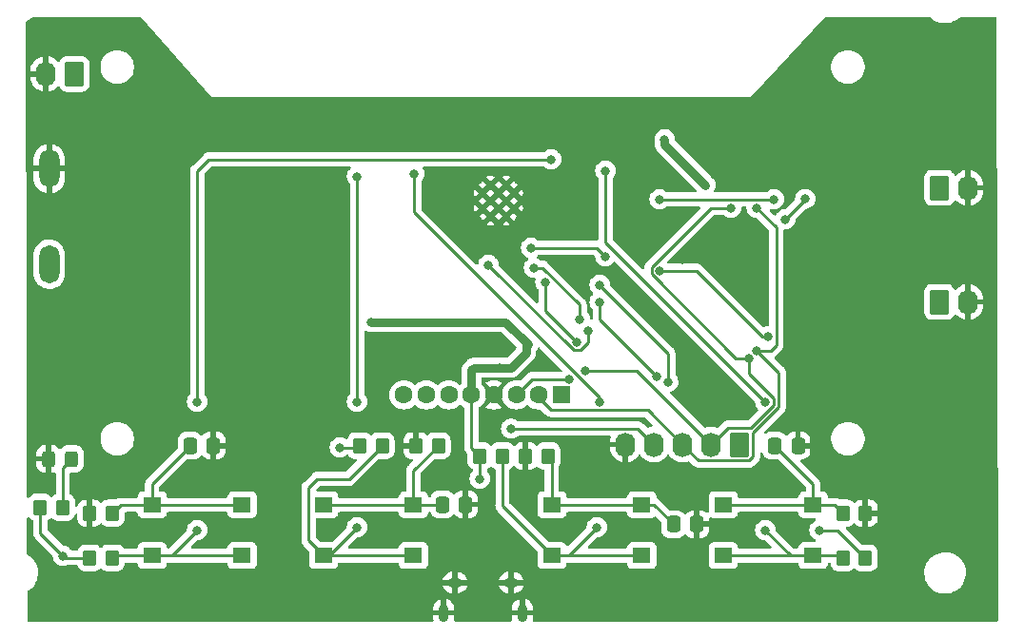
<source format=gtl>
G04 #@! TF.GenerationSoftware,KiCad,Pcbnew,(7.0.0)*
G04 #@! TF.CreationDate,2023-03-05T21:40:28-06:00*
G04 #@! TF.ProjectId,Phone_Audio_FM_Transmitter,50686f6e-655f-4417-9564-696f5f464d5f,1*
G04 #@! TF.SameCoordinates,Original*
G04 #@! TF.FileFunction,Copper,L1,Top*
G04 #@! TF.FilePolarity,Positive*
%FSLAX46Y46*%
G04 Gerber Fmt 4.6, Leading zero omitted, Abs format (unit mm)*
G04 Created by KiCad (PCBNEW (7.0.0)) date 2023-03-05 21:40:28*
%MOMM*%
%LPD*%
G01*
G04 APERTURE LIST*
G04 Aperture macros list*
%AMRoundRect*
0 Rectangle with rounded corners*
0 $1 Rounding radius*
0 $2 $3 $4 $5 $6 $7 $8 $9 X,Y pos of 4 corners*
0 Add a 4 corners polygon primitive as box body*
4,1,4,$2,$3,$4,$5,$6,$7,$8,$9,$2,$3,0*
0 Add four circle primitives for the rounded corners*
1,1,$1+$1,$2,$3*
1,1,$1+$1,$4,$5*
1,1,$1+$1,$6,$7*
1,1,$1+$1,$8,$9*
0 Add four rect primitives between the rounded corners*
20,1,$1+$1,$2,$3,$4,$5,0*
20,1,$1+$1,$4,$5,$6,$7,0*
20,1,$1+$1,$6,$7,$8,$9,0*
20,1,$1+$1,$8,$9,$2,$3,0*%
G04 Aperture macros list end*
G04 #@! TA.AperFunction,SMDPad,CuDef*
%ADD10RoundRect,0.250000X-0.350000X-0.450000X0.350000X-0.450000X0.350000X0.450000X-0.350000X0.450000X0*%
G04 #@! TD*
G04 #@! TA.AperFunction,SMDPad,CuDef*
%ADD11RoundRect,0.250000X0.350000X0.450000X-0.350000X0.450000X-0.350000X-0.450000X0.350000X-0.450000X0*%
G04 #@! TD*
G04 #@! TA.AperFunction,SMDPad,CuDef*
%ADD12RoundRect,0.250000X-0.337500X-0.475000X0.337500X-0.475000X0.337500X0.475000X-0.337500X0.475000X0*%
G04 #@! TD*
G04 #@! TA.AperFunction,ComponentPad*
%ADD13RoundRect,0.250000X-0.620000X-0.845000X0.620000X-0.845000X0.620000X0.845000X-0.620000X0.845000X0*%
G04 #@! TD*
G04 #@! TA.AperFunction,ComponentPad*
%ADD14O,1.740000X2.190000*%
G04 #@! TD*
G04 #@! TA.AperFunction,SMDPad,CuDef*
%ADD15R,1.600000X1.400000*%
G04 #@! TD*
G04 #@! TA.AperFunction,ComponentPad*
%ADD16R,1.600000X1.600000*%
G04 #@! TD*
G04 #@! TA.AperFunction,ComponentPad*
%ADD17C,1.600000*%
G04 #@! TD*
G04 #@! TA.AperFunction,ComponentPad*
%ADD18O,1.800000X3.400000*%
G04 #@! TD*
G04 #@! TA.AperFunction,SMDPad,CuDef*
%ADD19RoundRect,0.250000X-0.325000X-0.450000X0.325000X-0.450000X0.325000X0.450000X-0.325000X0.450000X0*%
G04 #@! TD*
G04 #@! TA.AperFunction,ComponentPad*
%ADD20O,0.890000X1.550000*%
G04 #@! TD*
G04 #@! TA.AperFunction,ComponentPad*
%ADD21O,1.250000X0.950000*%
G04 #@! TD*
G04 #@! TA.AperFunction,ComponentPad*
%ADD22RoundRect,0.250000X0.620000X0.845000X-0.620000X0.845000X-0.620000X-0.845000X0.620000X-0.845000X0*%
G04 #@! TD*
G04 #@! TA.AperFunction,HeatsinkPad*
%ADD23C,0.600000*%
G04 #@! TD*
G04 #@! TA.AperFunction,ViaPad*
%ADD24C,0.800000*%
G04 #@! TD*
G04 #@! TA.AperFunction,Conductor*
%ADD25C,0.762000*%
G04 #@! TD*
G04 #@! TA.AperFunction,Conductor*
%ADD26C,0.254000*%
G04 #@! TD*
G04 APERTURE END LIST*
D10*
X115586000Y-94488000D03*
X117586000Y-94488000D03*
D11*
X189000000Y-99000000D03*
X187000000Y-99000000D03*
D12*
X180925000Y-89000000D03*
X183000000Y-89000000D03*
D11*
X189000000Y-95000000D03*
X187000000Y-95000000D03*
D10*
X144000000Y-89000000D03*
X146000000Y-89000000D03*
D13*
X195580000Y-66040000D03*
D14*
X198119999Y-66039999D03*
D12*
X151362500Y-94234000D03*
X153437500Y-94234000D03*
D10*
X158766000Y-89916000D03*
X160766000Y-89916000D03*
D15*
X176339999Y-94269999D03*
X184339999Y-94269999D03*
X176339999Y-98769999D03*
X184339999Y-98769999D03*
D10*
X154702000Y-89916000D03*
X156702000Y-89916000D03*
D16*
X161939999Y-84479999D03*
D17*
X159940000Y-84480000D03*
X157940000Y-84480000D03*
X155940000Y-84480000D03*
X153940000Y-84480000D03*
X151940000Y-84480000D03*
X149940000Y-84480000D03*
X147940000Y-84480000D03*
D18*
X116389999Y-72829999D03*
X116389999Y-64329999D03*
D15*
X125539999Y-94269999D03*
X133539999Y-94269999D03*
X125539999Y-98769999D03*
X133539999Y-98769999D03*
X140779999Y-94269999D03*
X148779999Y-94269999D03*
X140779999Y-98769999D03*
X148779999Y-98769999D03*
D12*
X171925000Y-96000000D03*
X174000000Y-96000000D03*
D10*
X149000000Y-89000000D03*
X151000000Y-89000000D03*
X120000000Y-95000000D03*
X122000000Y-95000000D03*
D19*
X116323000Y-90170000D03*
X118373000Y-90170000D03*
D10*
X120000000Y-99000000D03*
X122000000Y-99000000D03*
D13*
X195580000Y-76200000D03*
D14*
X198119999Y-76199999D03*
D12*
X128925000Y-89000000D03*
X131000000Y-89000000D03*
D15*
X161099999Y-94269999D03*
X169099999Y-94269999D03*
X161099999Y-98769999D03*
X169099999Y-98769999D03*
D20*
X158479999Y-103885999D03*
D21*
X157479999Y-101185999D03*
X152479999Y-101185999D03*
D20*
X151479999Y-103885999D03*
D22*
X118618000Y-55900000D03*
D14*
X116077999Y-55899999D03*
D23*
X157740000Y-67880000D03*
X157740000Y-66480000D03*
X157040000Y-68580000D03*
X157040000Y-67180000D03*
X157040000Y-65780000D03*
X156340000Y-67880000D03*
X156340000Y-66480000D03*
X155640000Y-68580000D03*
X155640000Y-67180000D03*
X155640000Y-65780000D03*
X154940000Y-67880000D03*
X154940000Y-66480000D03*
D22*
X177800000Y-88900000D03*
D14*
X175259999Y-88899999D03*
X172719999Y-88899999D03*
X170179999Y-88899999D03*
X167639999Y-88899999D03*
D24*
X188214000Y-83820000D03*
X133858000Y-65278000D03*
X172720000Y-72390000D03*
X160274000Y-65786000D03*
X136906000Y-87884000D03*
X121412000Y-68326000D03*
X172720000Y-92710000D03*
X163068000Y-92202000D03*
X175260000Y-84836000D03*
X134620000Y-73406000D03*
X120142000Y-82804000D03*
X167894000Y-74930000D03*
X137160000Y-100584000D03*
X155448000Y-80010000D03*
X172720000Y-83058000D03*
X177546000Y-73152000D03*
X157480000Y-59182000D03*
X169164000Y-71882000D03*
X142240000Y-71628000D03*
X138430000Y-59436000D03*
X171958000Y-99822000D03*
X169672000Y-76708000D03*
X148336000Y-61468000D03*
X181102000Y-59182000D03*
X117602000Y-98806000D03*
X142240000Y-89154000D03*
X145034000Y-77978000D03*
X156464000Y-82042000D03*
X184912000Y-96520000D03*
X154686000Y-91948000D03*
X171141500Y-61722000D03*
X174752000Y-65786000D03*
X183642000Y-67030000D03*
X181864000Y-68834000D03*
X171450000Y-83312000D03*
X165354000Y-74676000D03*
X165354000Y-76200000D03*
X170434000Y-82804000D03*
X162666500Y-83065426D03*
X164084000Y-82296000D03*
X178617245Y-81224755D03*
X177038000Y-67818000D03*
X179324000Y-80518000D03*
X179324000Y-67818000D03*
X157480000Y-87478000D03*
X143764000Y-65024000D03*
X143764000Y-96266000D03*
X143764000Y-85090000D03*
X129540000Y-96520000D03*
X161036000Y-63500000D03*
X129540000Y-85090000D03*
X165354000Y-85090000D03*
X165100000Y-96266000D03*
X148844000Y-64770000D03*
X180086000Y-85090000D03*
X165862000Y-64516000D03*
X180086000Y-96520000D03*
X170688000Y-67056000D03*
X180848000Y-67056000D03*
X180340000Y-79248000D03*
X170688000Y-73406000D03*
X164338000Y-78740000D03*
X155448000Y-72898000D03*
X163576000Y-77724000D03*
X159512000Y-73152000D03*
X159258000Y-71374000D03*
X165862000Y-72136000D03*
X163322000Y-79756000D03*
X160528000Y-74422000D03*
D25*
X154178000Y-82042000D02*
X153940000Y-82280000D01*
D26*
X154702000Y-91932000D02*
X154686000Y-91948000D01*
X189000000Y-99000000D02*
X186520000Y-96520000D01*
X186520000Y-96520000D02*
X184912000Y-96520000D01*
X159000000Y-80000000D02*
X158826181Y-80000000D01*
D25*
X157480000Y-82042000D02*
X156464000Y-82042000D01*
X156464000Y-82042000D02*
X154178000Y-82042000D01*
X171141500Y-61722000D02*
X171141500Y-62175500D01*
D26*
X115586000Y-94488000D02*
X115586000Y-96790000D01*
D25*
X156978000Y-77978000D02*
X145034000Y-77978000D01*
D26*
X154702000Y-89916000D02*
X154702000Y-91932000D01*
D25*
X158826181Y-80695819D02*
X157480000Y-82042000D01*
D26*
X153940000Y-89154000D02*
X153940000Y-84480000D01*
D25*
X159000000Y-80000000D02*
X156978000Y-77978000D01*
D26*
X143846000Y-89154000D02*
X144000000Y-89000000D01*
X115586000Y-96790000D02*
X117602000Y-98806000D01*
X142240000Y-89154000D02*
X143846000Y-89154000D01*
X117796000Y-99000000D02*
X117602000Y-98806000D01*
D25*
X171141500Y-62175500D02*
X174752000Y-65786000D01*
X153940000Y-82280000D02*
X153940000Y-84480000D01*
D26*
X154702000Y-89916000D02*
X153940000Y-89154000D01*
D25*
X158826181Y-80000000D02*
X158826181Y-80695819D01*
D26*
X120000000Y-99000000D02*
X117796000Y-99000000D01*
X140780000Y-94270000D02*
X148780000Y-94270000D01*
X148780000Y-94270000D02*
X148780000Y-91220000D01*
X151326500Y-94270000D02*
X148780000Y-94270000D01*
X148780000Y-91220000D02*
X151000000Y-89000000D01*
X151362500Y-94234000D02*
X151326500Y-94270000D01*
X128925000Y-89000000D02*
X125540000Y-92385000D01*
X122000000Y-95000000D02*
X122730000Y-94270000D01*
X125540000Y-92385000D02*
X125540000Y-94270000D01*
X122730000Y-94270000D02*
X125540000Y-94270000D01*
X125540000Y-94270000D02*
X133540000Y-94270000D01*
X160766000Y-89916000D02*
X161100000Y-90250000D01*
X169100000Y-94270000D02*
X170195000Y-94270000D01*
X161100000Y-90250000D02*
X161100000Y-94270000D01*
X161100000Y-94270000D02*
X169100000Y-94270000D01*
X170195000Y-94270000D02*
X171925000Y-96000000D01*
X187000000Y-95000000D02*
X186270000Y-94270000D01*
X180925000Y-89000000D02*
X184340000Y-92415000D01*
X184340000Y-94270000D02*
X176340000Y-94270000D01*
X186270000Y-94270000D02*
X184340000Y-94270000D01*
X184340000Y-92415000D02*
X184340000Y-94270000D01*
X117586000Y-90957000D02*
X118373000Y-90170000D01*
X117586000Y-94488000D02*
X117586000Y-90957000D01*
X181864000Y-68834000D02*
X183642000Y-67056000D01*
X183642000Y-67056000D02*
X183642000Y-67030000D01*
X171450000Y-80772000D02*
X165354000Y-74676000D01*
X171450000Y-83312000D02*
X171450000Y-80772000D01*
X170434000Y-82804000D02*
X165354000Y-77724000D01*
X165354000Y-77724000D02*
X165354000Y-76200000D01*
X176784000Y-87376000D02*
X175260000Y-88900000D01*
X169961000Y-73104866D02*
X175247866Y-67818000D01*
X178617245Y-82593111D02*
X180848000Y-84823866D01*
X178828134Y-87376000D02*
X176784000Y-87376000D01*
X162666500Y-83065426D02*
X159354574Y-83065426D01*
X175260000Y-88900000D02*
X168656000Y-82296000D01*
X178617245Y-81224755D02*
X177478621Y-81224755D01*
X178617245Y-81224755D02*
X178617245Y-82593111D01*
X175247866Y-67818000D02*
X177038000Y-67818000D01*
X168656000Y-82296000D02*
X164084000Y-82296000D01*
X180848000Y-84823866D02*
X180848000Y-85356134D01*
X180848000Y-85356134D02*
X178828134Y-87376000D01*
X169961000Y-73707134D02*
X169961000Y-73104866D01*
X159354574Y-83065426D02*
X157940000Y-84480000D01*
X177478621Y-81224755D02*
X169961000Y-73707134D01*
X172720000Y-88900000D02*
X169637000Y-85817000D01*
X180606134Y-80518000D02*
X181067000Y-80057134D01*
X159940000Y-84734000D02*
X159940000Y-84480000D01*
X181067000Y-69561000D02*
X179324000Y-67818000D01*
X181302000Y-85544186D02*
X178997000Y-87849186D01*
X169637000Y-85817000D02*
X161023000Y-85817000D01*
X178659001Y-90322000D02*
X174142000Y-90322000D01*
X174142000Y-90322000D02*
X172720000Y-88900000D01*
X179324000Y-80518000D02*
X181302000Y-82496000D01*
X181067000Y-80057134D02*
X181067000Y-69561000D01*
X161023000Y-85817000D02*
X159940000Y-84734000D01*
X179324000Y-80518000D02*
X180606134Y-80518000D01*
X178997000Y-87849186D02*
X178997000Y-89984001D01*
X181302000Y-82496000D02*
X181302000Y-85544186D01*
X178997000Y-89984001D02*
X178659001Y-90322000D01*
X168758000Y-87478000D02*
X170180000Y-88900000D01*
X157480000Y-87478000D02*
X168758000Y-87478000D01*
X143764000Y-85090000D02*
X143764000Y-65024000D01*
X140780000Y-98770000D02*
X141260000Y-98770000D01*
X139446000Y-92710000D02*
X139446000Y-97436000D01*
X140780000Y-98770000D02*
X148780000Y-98770000D01*
X143052000Y-91948000D02*
X140208000Y-91948000D01*
X141260000Y-98770000D02*
X143764000Y-96266000D01*
X139446000Y-97436000D02*
X140780000Y-98770000D01*
X140208000Y-91948000D02*
X139446000Y-92710000D01*
X146000000Y-89000000D02*
X143052000Y-91948000D01*
X129540000Y-64516000D02*
X130556000Y-63500000D01*
X129540000Y-85090000D02*
X129540000Y-64516000D01*
X127290000Y-98770000D02*
X129540000Y-96520000D01*
X122000000Y-99000000D02*
X122230000Y-98770000D01*
X125540000Y-98770000D02*
X133540000Y-98770000D01*
X125540000Y-98770000D02*
X127290000Y-98770000D01*
X122230000Y-98770000D02*
X125540000Y-98770000D01*
X130556000Y-63500000D02*
X161036000Y-63500000D01*
X165354000Y-85090000D02*
X165354000Y-84725499D01*
X156702000Y-89916000D02*
X156702000Y-94372000D01*
X161100000Y-98770000D02*
X162596000Y-98770000D01*
X162596000Y-98770000D02*
X165100000Y-96266000D01*
X165354000Y-84725499D02*
X148844000Y-68215499D01*
X156702000Y-94372000D02*
X161100000Y-98770000D01*
X161100000Y-98770000D02*
X169100000Y-98770000D01*
X148844000Y-68215499D02*
X148844000Y-64770000D01*
X184340000Y-98770000D02*
X182336000Y-98770000D01*
X184340000Y-98770000D02*
X176340000Y-98770000D01*
X165862000Y-70866000D02*
X165862000Y-64516000D01*
X186770000Y-98770000D02*
X184340000Y-98770000D01*
X187000000Y-99000000D02*
X186770000Y-98770000D01*
X180086000Y-85090000D02*
X165862000Y-70866000D01*
X182336000Y-98770000D02*
X180086000Y-96520000D01*
X170688000Y-67056000D02*
X180848000Y-67056000D01*
X179832000Y-79248000D02*
X173990000Y-73406000D01*
X180340000Y-79248000D02*
X179832000Y-79248000D01*
X173990000Y-73406000D02*
X170688000Y-73406000D01*
X155448000Y-72910134D02*
X155448000Y-72898000D01*
X163020866Y-80483000D02*
X155448000Y-72910134D01*
X163623134Y-80483000D02*
X163020866Y-80483000D01*
X164338000Y-79768134D02*
X163623134Y-80483000D01*
X164338000Y-78740000D02*
X164338000Y-79768134D01*
X160286134Y-73152000D02*
X159512000Y-73152000D01*
X163576000Y-77724000D02*
X163576000Y-76441866D01*
X163576000Y-76441866D02*
X160286134Y-73152000D01*
X159258000Y-71374000D02*
X165100000Y-71374000D01*
X165100000Y-71374000D02*
X165862000Y-72136000D01*
X160528000Y-74422000D02*
X160528000Y-76962000D01*
X160528000Y-76962000D02*
X163322000Y-79756000D01*
G04 #@! TA.AperFunction,Conductor*
G36*
X164836172Y-72010939D02*
G01*
X164876400Y-72037819D01*
X164923370Y-72084789D01*
X164947610Y-72119086D01*
X164959010Y-72159508D01*
X164972816Y-72290856D01*
X164976326Y-72324256D01*
X164978331Y-72330428D01*
X164978333Y-72330435D01*
X165026642Y-72479112D01*
X165034821Y-72504284D01*
X165038068Y-72509908D01*
X165038069Y-72509910D01*
X165111183Y-72636548D01*
X165129467Y-72668216D01*
X165133811Y-72673041D01*
X165133813Y-72673043D01*
X165251779Y-72804057D01*
X165256129Y-72808888D01*
X165261387Y-72812708D01*
X165261388Y-72812709D01*
X165270936Y-72819646D01*
X165409270Y-72920151D01*
X165582197Y-72997144D01*
X165767354Y-73036500D01*
X165950143Y-73036500D01*
X165956646Y-73036500D01*
X166141803Y-72997144D01*
X166314730Y-72920151D01*
X166467871Y-72808888D01*
X166593456Y-72669411D01*
X166649350Y-72633803D01*
X166715602Y-72632068D01*
X166773285Y-72664704D01*
X179147370Y-85038789D01*
X179171610Y-85073086D01*
X179183010Y-85113508D01*
X179197361Y-85250045D01*
X179200326Y-85278256D01*
X179202331Y-85284428D01*
X179202333Y-85284435D01*
X179247121Y-85422275D01*
X179258821Y-85458284D01*
X179262068Y-85463908D01*
X179262069Y-85463910D01*
X179348063Y-85612857D01*
X179353467Y-85622216D01*
X179357813Y-85627043D01*
X179357814Y-85627044D01*
X179436308Y-85714221D01*
X179464980Y-85769299D01*
X179463354Y-85831372D01*
X179431839Y-85884874D01*
X178604534Y-86712181D01*
X178564306Y-86739061D01*
X178516853Y-86748500D01*
X176862040Y-86748500D01*
X176850928Y-86747975D01*
X176843523Y-86746320D01*
X176835736Y-86746564D01*
X176835729Y-86746564D01*
X176776095Y-86748439D01*
X176772200Y-86748500D01*
X176744524Y-86748500D01*
X176740652Y-86748988D01*
X176740635Y-86748990D01*
X176740493Y-86749008D01*
X176728875Y-86749922D01*
X176692851Y-86751054D01*
X176692843Y-86751055D01*
X176685057Y-86751300D01*
X176677570Y-86753474D01*
X176677563Y-86753476D01*
X176665722Y-86756916D01*
X176646682Y-86760859D01*
X176634451Y-86762404D01*
X176634439Y-86762407D01*
X176626707Y-86763384D01*
X176619459Y-86766253D01*
X176619453Y-86766255D01*
X176585953Y-86779518D01*
X176574909Y-86783299D01*
X176540300Y-86793354D01*
X176540291Y-86793357D01*
X176532808Y-86795532D01*
X176526101Y-86799498D01*
X176526095Y-86799501D01*
X176515479Y-86805780D01*
X176498007Y-86814339D01*
X176486548Y-86818875D01*
X176486540Y-86818878D01*
X176479297Y-86821747D01*
X176472991Y-86826328D01*
X176472988Y-86826330D01*
X176443836Y-86847510D01*
X176434077Y-86853920D01*
X176403060Y-86872264D01*
X176403054Y-86872268D01*
X176396344Y-86876237D01*
X176390831Y-86881748D01*
X176390824Y-86881755D01*
X176382104Y-86890475D01*
X176367322Y-86903100D01*
X176357348Y-86910347D01*
X176357340Y-86910354D01*
X176351033Y-86914937D01*
X176346066Y-86920939D01*
X176346055Y-86920951D01*
X176323089Y-86948712D01*
X176315229Y-86957350D01*
X175902470Y-87370109D01*
X175862647Y-87396820D01*
X175815668Y-87406425D01*
X175772971Y-87398324D01*
X175772847Y-87398730D01*
X175769164Y-87397602D01*
X175769163Y-87397601D01*
X175767818Y-87397190D01*
X175767816Y-87397189D01*
X175554816Y-87331959D01*
X175554813Y-87331958D01*
X175549780Y-87330417D01*
X175395701Y-87310686D01*
X175323593Y-87301452D01*
X175323592Y-87301451D01*
X175318376Y-87300784D01*
X175313121Y-87301007D01*
X175313117Y-87301007D01*
X175090558Y-87310462D01*
X175090554Y-87310462D01*
X175085293Y-87310686D01*
X175080153Y-87311793D01*
X175080143Y-87311795D01*
X174862383Y-87358726D01*
X174862377Y-87358727D01*
X174857235Y-87359836D01*
X174852354Y-87361796D01*
X174852345Y-87361800D01*
X174754910Y-87400953D01*
X174707798Y-87409892D01*
X174660818Y-87400287D01*
X174620995Y-87373576D01*
X171636259Y-84388840D01*
X171603755Y-84331681D01*
X171605047Y-84265939D01*
X171639771Y-84210101D01*
X171698158Y-84179870D01*
X171729803Y-84173144D01*
X171902730Y-84096151D01*
X172055871Y-83984888D01*
X172182533Y-83844216D01*
X172277179Y-83680284D01*
X172335674Y-83500256D01*
X172355460Y-83312000D01*
X172335674Y-83123744D01*
X172277179Y-82943716D01*
X172182533Y-82779784D01*
X172109350Y-82698506D01*
X172085736Y-82659972D01*
X172077500Y-82615534D01*
X172077500Y-80850045D01*
X172078023Y-80838933D01*
X172079680Y-80831523D01*
X172077561Y-80764081D01*
X172077500Y-80760187D01*
X172077500Y-80736415D01*
X172077500Y-80732524D01*
X172076995Y-80728526D01*
X172076077Y-80716868D01*
X172074701Y-80673057D01*
X172069083Y-80653724D01*
X172065137Y-80634668D01*
X172064620Y-80630577D01*
X172062616Y-80614707D01*
X172046478Y-80573949D01*
X172042698Y-80562906D01*
X172032645Y-80528302D01*
X172032644Y-80528301D01*
X172030468Y-80520809D01*
X172020222Y-80503485D01*
X172011660Y-80486007D01*
X172007125Y-80474551D01*
X172007124Y-80474549D01*
X172004253Y-80467297D01*
X171978478Y-80431822D01*
X171972086Y-80422091D01*
X171949763Y-80384344D01*
X171935531Y-80370112D01*
X171922894Y-80355316D01*
X171915650Y-80345345D01*
X171915645Y-80345340D01*
X171911063Y-80339033D01*
X171877287Y-80311091D01*
X171868647Y-80303228D01*
X166292629Y-74727210D01*
X166268389Y-74692912D01*
X166256989Y-74652490D01*
X166240353Y-74494204D01*
X166240352Y-74494203D01*
X166239674Y-74487744D01*
X166181179Y-74307716D01*
X166086533Y-74143784D01*
X166019934Y-74069819D01*
X165964220Y-74007942D01*
X165964219Y-74007941D01*
X165959871Y-74003112D01*
X165954613Y-73999292D01*
X165954611Y-73999290D01*
X165811988Y-73895669D01*
X165811987Y-73895668D01*
X165806730Y-73891849D01*
X165763589Y-73872641D01*
X165639745Y-73817501D01*
X165639740Y-73817499D01*
X165633803Y-73814856D01*
X165627444Y-73813504D01*
X165627440Y-73813503D01*
X165455008Y-73776852D01*
X165455005Y-73776851D01*
X165448646Y-73775500D01*
X165259354Y-73775500D01*
X165252995Y-73776851D01*
X165252991Y-73776852D01*
X165080559Y-73813503D01*
X165080552Y-73813505D01*
X165074197Y-73814856D01*
X165068262Y-73817498D01*
X165068254Y-73817501D01*
X164907207Y-73889205D01*
X164907202Y-73889207D01*
X164901270Y-73891849D01*
X164896016Y-73895665D01*
X164896011Y-73895669D01*
X164753388Y-73999290D01*
X164753381Y-73999295D01*
X164748129Y-74003112D01*
X164743784Y-74007937D01*
X164743779Y-74007942D01*
X164625813Y-74138956D01*
X164625808Y-74138962D01*
X164621467Y-74143784D01*
X164618222Y-74149404D01*
X164618218Y-74149410D01*
X164530069Y-74302089D01*
X164530066Y-74302094D01*
X164526821Y-74307716D01*
X164524815Y-74313888D01*
X164524813Y-74313894D01*
X164470333Y-74481564D01*
X164470331Y-74481573D01*
X164468326Y-74487744D01*
X164467648Y-74494194D01*
X164467646Y-74494204D01*
X164453338Y-74630347D01*
X164448540Y-74676000D01*
X164450042Y-74690292D01*
X164467646Y-74857795D01*
X164467647Y-74857803D01*
X164468326Y-74864256D01*
X164470331Y-74870428D01*
X164470333Y-74870435D01*
X164523576Y-75034298D01*
X164526821Y-75044284D01*
X164530068Y-75049908D01*
X164530069Y-75049910D01*
X164614283Y-75195774D01*
X164621467Y-75208216D01*
X164625811Y-75213041D01*
X164625813Y-75213043D01*
X164743774Y-75344052D01*
X164743777Y-75344055D01*
X164746617Y-75347209D01*
X164746618Y-75347210D01*
X164748129Y-75348888D01*
X164747833Y-75349154D01*
X164781992Y-75403811D01*
X164781997Y-75472168D01*
X164747836Y-75526848D01*
X164748129Y-75527112D01*
X164743791Y-75531929D01*
X164743783Y-75531937D01*
X164625813Y-75662956D01*
X164625808Y-75662962D01*
X164621467Y-75667784D01*
X164618222Y-75673404D01*
X164618218Y-75673410D01*
X164530069Y-75826089D01*
X164530066Y-75826094D01*
X164526821Y-75831716D01*
X164524815Y-75837888D01*
X164524813Y-75837894D01*
X164470333Y-76005564D01*
X164470331Y-76005573D01*
X164468326Y-76011744D01*
X164467648Y-76018194D01*
X164467646Y-76018204D01*
X164459368Y-76096972D01*
X164448540Y-76200000D01*
X164449219Y-76206460D01*
X164467646Y-76381795D01*
X164467647Y-76381803D01*
X164468326Y-76388256D01*
X164470331Y-76394428D01*
X164470333Y-76394435D01*
X164519839Y-76546797D01*
X164526821Y-76568284D01*
X164530068Y-76573908D01*
X164530069Y-76573910D01*
X164606154Y-76705694D01*
X164621467Y-76732216D01*
X164661275Y-76776427D01*
X164694650Y-76813494D01*
X164718264Y-76852028D01*
X164726500Y-76896466D01*
X164726500Y-77645955D01*
X164725976Y-77657066D01*
X164724320Y-77664477D01*
X164724565Y-77672275D01*
X164723831Y-77680041D01*
X164721125Y-77679785D01*
X164710406Y-77726775D01*
X164668314Y-77773276D01*
X164608850Y-77793230D01*
X164547228Y-77781530D01*
X164499216Y-77741171D01*
X164477096Y-77682478D01*
X164462353Y-77542204D01*
X164462352Y-77542203D01*
X164461674Y-77535744D01*
X164403179Y-77355716D01*
X164308533Y-77191784D01*
X164235350Y-77110506D01*
X164211736Y-77071972D01*
X164203500Y-77027534D01*
X164203500Y-76519911D01*
X164204023Y-76508798D01*
X164205680Y-76501389D01*
X164203561Y-76433961D01*
X164203500Y-76430066D01*
X164203500Y-76406280D01*
X164203500Y-76402390D01*
X164203012Y-76398526D01*
X164202994Y-76398382D01*
X164202076Y-76386725D01*
X164201921Y-76381795D01*
X164200700Y-76342923D01*
X164195082Y-76323586D01*
X164191138Y-76304545D01*
X164188616Y-76284573D01*
X164172480Y-76243819D01*
X164168697Y-76232769D01*
X164158645Y-76198168D01*
X164158644Y-76198166D01*
X164156468Y-76190675D01*
X164146222Y-76173351D01*
X164137660Y-76155873D01*
X164133125Y-76144417D01*
X164133124Y-76144415D01*
X164130253Y-76137163D01*
X164104478Y-76101688D01*
X164098086Y-76091957D01*
X164075763Y-76054210D01*
X164061531Y-76039978D01*
X164048894Y-76025182D01*
X164041650Y-76015211D01*
X164041645Y-76015206D01*
X164037063Y-76008899D01*
X164003287Y-75980957D01*
X163994647Y-75973094D01*
X160785027Y-72763474D01*
X160777540Y-72755245D01*
X160773474Y-72748838D01*
X160763991Y-72739933D01*
X160724286Y-72702647D01*
X160721489Y-72699936D01*
X160704692Y-72683139D01*
X160701930Y-72680377D01*
X160698848Y-72677987D01*
X160698844Y-72677983D01*
X160698738Y-72677901D01*
X160689850Y-72670310D01*
X160663586Y-72645646D01*
X160663587Y-72645646D01*
X160657901Y-72640307D01*
X160651066Y-72636549D01*
X160651064Y-72636548D01*
X160640253Y-72630604D01*
X160623994Y-72619923D01*
X160614264Y-72612376D01*
X160614261Y-72612374D01*
X160608096Y-72607592D01*
X160600938Y-72604494D01*
X160600934Y-72604492D01*
X160567870Y-72590184D01*
X160557381Y-72585045D01*
X160525806Y-72567686D01*
X160525797Y-72567682D01*
X160518968Y-72563928D01*
X160499471Y-72558921D01*
X160481065Y-72552620D01*
X160469750Y-72547723D01*
X160469746Y-72547721D01*
X160462592Y-72544626D01*
X160454887Y-72543405D01*
X160454885Y-72543405D01*
X160419306Y-72537770D01*
X160407868Y-72535402D01*
X160372963Y-72526440D01*
X160372961Y-72526439D01*
X160365406Y-72524500D01*
X160357602Y-72524500D01*
X160345275Y-72524500D01*
X160325877Y-72522973D01*
X160313710Y-72521046D01*
X160306001Y-72519825D01*
X160298235Y-72520559D01*
X160298233Y-72520559D01*
X160262365Y-72523950D01*
X160250695Y-72524500D01*
X160213947Y-72524500D01*
X160163514Y-72513781D01*
X160127594Y-72487684D01*
X160127049Y-72488290D01*
X160122220Y-72483942D01*
X160117871Y-72479112D01*
X159964730Y-72367849D01*
X159949248Y-72360956D01*
X159824487Y-72305408D01*
X159774604Y-72265014D01*
X159751602Y-72205089D01*
X159761644Y-72141692D01*
X159802036Y-72091813D01*
X159863871Y-72046888D01*
X159868221Y-72042056D01*
X159873049Y-72037710D01*
X159873594Y-72038315D01*
X159909514Y-72012219D01*
X159959947Y-72001500D01*
X164788719Y-72001500D01*
X164836172Y-72010939D01*
G37*
G04 #@! TD.AperFunction*
G04 #@! TA.AperFunction,Conductor*
G36*
X178357219Y-67700113D02*
G01*
X178402606Y-67745500D01*
X178419219Y-67807500D01*
X178419219Y-67811540D01*
X178418540Y-67818000D01*
X178419219Y-67824460D01*
X178437646Y-67999795D01*
X178437647Y-67999803D01*
X178438326Y-68006256D01*
X178440331Y-68012428D01*
X178440333Y-68012435D01*
X178488642Y-68161112D01*
X178496821Y-68186284D01*
X178500068Y-68191908D01*
X178500069Y-68191910D01*
X178538718Y-68258853D01*
X178591467Y-68350216D01*
X178595811Y-68355041D01*
X178595813Y-68355043D01*
X178618329Y-68380049D01*
X178718129Y-68490888D01*
X178871270Y-68602151D01*
X179044197Y-68679144D01*
X179229354Y-68718500D01*
X179285719Y-68718500D01*
X179333172Y-68727939D01*
X179373400Y-68754819D01*
X180403181Y-69784600D01*
X180430061Y-69824828D01*
X180439500Y-69872281D01*
X180439500Y-78223500D01*
X180422887Y-78285500D01*
X180377500Y-78330887D01*
X180315500Y-78347500D01*
X180245354Y-78347500D01*
X180238995Y-78348851D01*
X180238991Y-78348852D01*
X180066551Y-78385505D01*
X180066547Y-78385506D01*
X180060197Y-78386856D01*
X180054268Y-78389495D01*
X180054258Y-78389499D01*
X179998333Y-78414398D01*
X179950062Y-78425099D01*
X179901447Y-78416089D01*
X179860218Y-78388799D01*
X174488893Y-73017474D01*
X174481406Y-73009245D01*
X174477340Y-73002838D01*
X174456355Y-72983132D01*
X174428152Y-72956647D01*
X174425355Y-72953936D01*
X174408558Y-72937139D01*
X174408557Y-72937138D01*
X174405796Y-72934377D01*
X174402714Y-72931987D01*
X174402710Y-72931983D01*
X174402604Y-72931901D01*
X174393716Y-72924310D01*
X174378411Y-72909937D01*
X174361767Y-72894307D01*
X174354932Y-72890549D01*
X174354930Y-72890548D01*
X174344119Y-72884604D01*
X174327860Y-72873923D01*
X174318130Y-72866376D01*
X174318127Y-72866374D01*
X174311962Y-72861592D01*
X174304804Y-72858494D01*
X174304800Y-72858492D01*
X174271736Y-72844184D01*
X174261247Y-72839045D01*
X174229672Y-72821686D01*
X174229663Y-72821682D01*
X174222834Y-72817928D01*
X174203337Y-72812921D01*
X174184931Y-72806620D01*
X174173616Y-72801723D01*
X174173612Y-72801721D01*
X174166458Y-72798626D01*
X174158753Y-72797405D01*
X174158751Y-72797405D01*
X174123172Y-72791770D01*
X174111734Y-72789402D01*
X174076829Y-72780440D01*
X174076827Y-72780439D01*
X174069272Y-72778500D01*
X174061468Y-72778500D01*
X174049141Y-72778500D01*
X174029743Y-72776973D01*
X174017576Y-72775046D01*
X174009867Y-72773825D01*
X174002101Y-72774559D01*
X174002099Y-72774559D01*
X173966231Y-72777950D01*
X173954561Y-72778500D01*
X171474146Y-72778500D01*
X171417851Y-72764985D01*
X171373828Y-72727385D01*
X171351673Y-72673898D01*
X171356215Y-72616182D01*
X171386465Y-72566819D01*
X173398566Y-70554719D01*
X175471465Y-68481819D01*
X175511694Y-68454939D01*
X175559147Y-68445500D01*
X176336053Y-68445500D01*
X176386486Y-68456219D01*
X176422405Y-68482315D01*
X176422951Y-68481710D01*
X176427778Y-68486056D01*
X176432129Y-68490888D01*
X176585270Y-68602151D01*
X176758197Y-68679144D01*
X176943354Y-68718500D01*
X177126143Y-68718500D01*
X177132646Y-68718500D01*
X177317803Y-68679144D01*
X177490730Y-68602151D01*
X177643871Y-68490888D01*
X177770533Y-68350216D01*
X177865179Y-68186284D01*
X177923674Y-68006256D01*
X177943460Y-67818000D01*
X177942781Y-67811540D01*
X177942781Y-67807500D01*
X177959394Y-67745500D01*
X178004781Y-67700113D01*
X178066781Y-67683500D01*
X178295219Y-67683500D01*
X178357219Y-67700113D01*
G37*
G04 #@! TD.AperFunction*
G04 #@! TA.AperFunction,Conductor*
G36*
X124455123Y-50810869D02*
G01*
X124496990Y-50841570D01*
X130840000Y-57970000D01*
X178840000Y-57970000D01*
X181194543Y-55404335D01*
X185939500Y-55404335D01*
X185940343Y-55409387D01*
X185940344Y-55409398D01*
X185977769Y-55633674D01*
X185980429Y-55649614D01*
X185982093Y-55654461D01*
X185982094Y-55654465D01*
X186059507Y-55879962D01*
X186059510Y-55879969D01*
X186061172Y-55884810D01*
X186063607Y-55889310D01*
X186063610Y-55889316D01*
X186177084Y-56098997D01*
X186179526Y-56103509D01*
X186332262Y-56299744D01*
X186336029Y-56303211D01*
X186336032Y-56303215D01*
X186389153Y-56352116D01*
X186515215Y-56468164D01*
X186614057Y-56532740D01*
X186719099Y-56601368D01*
X186719102Y-56601369D01*
X186723393Y-56604173D01*
X186951119Y-56704063D01*
X187192179Y-56765108D01*
X187377933Y-56780500D01*
X187499497Y-56780500D01*
X187502067Y-56780500D01*
X187687821Y-56765108D01*
X187928881Y-56704063D01*
X188156607Y-56604173D01*
X188364785Y-56468164D01*
X188547738Y-56299744D01*
X188700474Y-56103509D01*
X188818828Y-55884810D01*
X188899571Y-55649614D01*
X188940500Y-55404335D01*
X188940500Y-55155665D01*
X188899571Y-54910386D01*
X188818828Y-54675190D01*
X188700474Y-54456491D01*
X188547738Y-54260256D01*
X188543970Y-54256787D01*
X188543967Y-54256784D01*
X188368560Y-54095311D01*
X188368559Y-54095310D01*
X188364785Y-54091836D01*
X188356885Y-54086675D01*
X188160900Y-53958631D01*
X188160893Y-53958627D01*
X188156607Y-53955827D01*
X188151916Y-53953769D01*
X188151910Y-53953766D01*
X187933577Y-53857997D01*
X187933578Y-53857997D01*
X187928881Y-53855937D01*
X187923911Y-53854678D01*
X187923910Y-53854678D01*
X187692795Y-53796151D01*
X187692788Y-53796149D01*
X187687821Y-53794892D01*
X187682709Y-53794468D01*
X187682701Y-53794467D01*
X187504633Y-53779712D01*
X187504617Y-53779711D01*
X187502067Y-53779500D01*
X187377933Y-53779500D01*
X187375383Y-53779711D01*
X187375366Y-53779712D01*
X187197298Y-53794467D01*
X187197288Y-53794468D01*
X187192179Y-53794892D01*
X187187213Y-53796149D01*
X187187204Y-53796151D01*
X186956089Y-53854678D01*
X186956084Y-53854679D01*
X186951119Y-53855937D01*
X186946425Y-53857995D01*
X186946422Y-53857997D01*
X186728089Y-53953766D01*
X186728077Y-53953772D01*
X186723393Y-53955827D01*
X186719111Y-53958624D01*
X186719099Y-53958631D01*
X186519512Y-54089028D01*
X186519506Y-54089031D01*
X186515215Y-54091836D01*
X186511446Y-54095305D01*
X186511439Y-54095311D01*
X186336032Y-54256784D01*
X186336023Y-54256793D01*
X186332262Y-54260256D01*
X186329113Y-54264301D01*
X186329111Y-54264304D01*
X186182678Y-54452440D01*
X186182672Y-54452448D01*
X186179526Y-54456491D01*
X186177088Y-54460995D01*
X186177084Y-54461002D01*
X186063610Y-54670683D01*
X186063605Y-54670693D01*
X186061172Y-54675190D01*
X186059511Y-54680026D01*
X186059507Y-54680037D01*
X185982094Y-54905534D01*
X185982092Y-54905541D01*
X185980429Y-54910386D01*
X185979585Y-54915441D01*
X185979585Y-54915443D01*
X185940344Y-55150601D01*
X185940343Y-55150613D01*
X185939500Y-55155665D01*
X185939500Y-55404335D01*
X181194543Y-55404335D01*
X185383149Y-50840154D01*
X185424607Y-50810483D01*
X185474505Y-50800000D01*
X194684941Y-50800000D01*
X194729238Y-50808182D01*
X194767688Y-50831648D01*
X194953998Y-50998582D01*
X195179910Y-51148044D01*
X195425176Y-51263020D01*
X195684569Y-51341060D01*
X195952561Y-51380500D01*
X196153369Y-51380500D01*
X196155631Y-51380500D01*
X196358156Y-51365677D01*
X196622553Y-51306780D01*
X196875558Y-51210014D01*
X197111777Y-51077441D01*
X197326177Y-50911888D01*
X197397476Y-50837934D01*
X197438247Y-50809877D01*
X197486744Y-50800000D01*
X200536292Y-50800000D01*
X200598208Y-50816564D01*
X200643582Y-50861831D01*
X200660291Y-50923707D01*
X200785801Y-104139450D01*
X200786707Y-104523708D01*
X200770192Y-104585831D01*
X200724791Y-104631338D01*
X200662707Y-104648000D01*
X159508044Y-104648000D01*
X159454850Y-104636011D01*
X159411942Y-104602361D01*
X159387618Y-104553558D01*
X159386582Y-104499039D01*
X159423734Y-104318254D01*
X159425000Y-104305809D01*
X159425000Y-104152326D01*
X159421549Y-104139450D01*
X159408674Y-104136000D01*
X157551326Y-104136000D01*
X157538450Y-104139450D01*
X157535000Y-104152326D01*
X157535000Y-104260778D01*
X157535317Y-104267043D01*
X157548935Y-104400955D01*
X157551453Y-104413206D01*
X157574568Y-104486879D01*
X157578577Y-104544328D01*
X157556203Y-104597393D01*
X157512270Y-104634627D01*
X157456255Y-104648000D01*
X152508044Y-104648000D01*
X152454850Y-104636011D01*
X152411942Y-104602361D01*
X152387618Y-104553558D01*
X152386582Y-104499039D01*
X152423734Y-104318254D01*
X152425000Y-104305809D01*
X152425000Y-104152326D01*
X152421549Y-104139450D01*
X152408674Y-104136000D01*
X150551326Y-104136000D01*
X150538450Y-104139450D01*
X150535000Y-104152326D01*
X150535000Y-104260778D01*
X150535317Y-104267043D01*
X150548935Y-104400955D01*
X150551453Y-104413206D01*
X150574568Y-104486879D01*
X150578577Y-104544328D01*
X150556203Y-104597393D01*
X150512270Y-104634627D01*
X150456255Y-104648000D01*
X114550708Y-104648000D01*
X114488792Y-104631436D01*
X114443418Y-104586169D01*
X114426708Y-104524292D01*
X114426707Y-104523708D01*
X114424575Y-103619674D01*
X150535000Y-103619674D01*
X150538450Y-103632549D01*
X150551326Y-103636000D01*
X151213674Y-103636000D01*
X151226549Y-103632549D01*
X151230000Y-103619674D01*
X151730000Y-103619674D01*
X151733450Y-103632549D01*
X151746326Y-103636000D01*
X152408674Y-103636000D01*
X152421549Y-103632549D01*
X152425000Y-103619674D01*
X157535000Y-103619674D01*
X157538450Y-103632549D01*
X157551326Y-103636000D01*
X158213674Y-103636000D01*
X158226549Y-103632549D01*
X158230000Y-103619674D01*
X158730000Y-103619674D01*
X158733450Y-103632549D01*
X158746326Y-103636000D01*
X159408674Y-103636000D01*
X159421549Y-103632549D01*
X159425000Y-103619674D01*
X159425000Y-103511222D01*
X159424682Y-103504956D01*
X159411064Y-103371044D01*
X159408546Y-103358793D01*
X159354776Y-103187415D01*
X159349839Y-103175910D01*
X159262674Y-103018869D01*
X159255523Y-103008594D01*
X159138531Y-102872316D01*
X159129451Y-102863684D01*
X158987426Y-102753749D01*
X158976799Y-102747124D01*
X158815540Y-102668023D01*
X158803806Y-102663678D01*
X158743745Y-102648127D01*
X158732535Y-102647842D01*
X158730000Y-102658768D01*
X158730000Y-103619674D01*
X158230000Y-103619674D01*
X158230000Y-102655857D01*
X158227279Y-102644771D01*
X158215937Y-102646070D01*
X158067581Y-102701014D01*
X158056340Y-102706528D01*
X157903913Y-102801536D01*
X157894019Y-102809195D01*
X157763832Y-102932947D01*
X157755685Y-102942438D01*
X157653072Y-103089866D01*
X157647003Y-103100800D01*
X157576167Y-103265868D01*
X157572424Y-103277798D01*
X157536265Y-103453745D01*
X157535000Y-103466191D01*
X157535000Y-103619674D01*
X152425000Y-103619674D01*
X152425000Y-103511222D01*
X152424682Y-103504956D01*
X152411064Y-103371044D01*
X152408546Y-103358793D01*
X152354776Y-103187415D01*
X152349839Y-103175910D01*
X152262674Y-103018869D01*
X152255523Y-103008594D01*
X152138531Y-102872316D01*
X152129451Y-102863684D01*
X151987426Y-102753749D01*
X151976799Y-102747124D01*
X151815540Y-102668023D01*
X151803806Y-102663678D01*
X151743745Y-102648127D01*
X151732535Y-102647842D01*
X151730000Y-102658768D01*
X151730000Y-103619674D01*
X151230000Y-103619674D01*
X151230000Y-102655857D01*
X151227279Y-102644771D01*
X151215937Y-102646070D01*
X151067581Y-102701014D01*
X151056340Y-102706528D01*
X150903913Y-102801536D01*
X150894019Y-102809195D01*
X150763832Y-102932947D01*
X150755685Y-102942438D01*
X150653072Y-103089866D01*
X150647003Y-103100800D01*
X150576167Y-103265868D01*
X150572424Y-103277798D01*
X150536265Y-103453745D01*
X150535000Y-103466191D01*
X150535000Y-103619674D01*
X114424575Y-103619674D01*
X114420824Y-102029436D01*
X114437742Y-101966622D01*
X114484132Y-101921017D01*
X114561777Y-101877441D01*
X114776177Y-101711888D01*
X114964186Y-101516881D01*
X115020106Y-101438720D01*
X151386779Y-101438720D01*
X151388078Y-101450063D01*
X151447939Y-101611695D01*
X151453453Y-101622937D01*
X151551691Y-101780544D01*
X151559352Y-101790440D01*
X151687302Y-101925043D01*
X151696803Y-101933200D01*
X151849224Y-102039288D01*
X151860169Y-102045364D01*
X152030841Y-102118604D01*
X152042771Y-102122347D01*
X152216481Y-102158046D01*
X152227562Y-102157836D01*
X152230000Y-102147023D01*
X152230000Y-102138466D01*
X152730000Y-102138466D01*
X152733779Y-102151676D01*
X152747301Y-102154099D01*
X152821025Y-102146602D01*
X152833276Y-102144084D01*
X153010475Y-102088487D01*
X153021981Y-102083550D01*
X153184357Y-101993424D01*
X153194632Y-101986273D01*
X153335539Y-101865307D01*
X153344171Y-101856227D01*
X153457841Y-101709377D01*
X153464466Y-101698750D01*
X153546254Y-101532013D01*
X153550598Y-101520283D01*
X153568862Y-101449742D01*
X153569141Y-101438720D01*
X156386779Y-101438720D01*
X156388078Y-101450063D01*
X156447939Y-101611695D01*
X156453453Y-101622937D01*
X156551691Y-101780544D01*
X156559352Y-101790440D01*
X156687302Y-101925043D01*
X156696803Y-101933200D01*
X156849224Y-102039288D01*
X156860169Y-102045364D01*
X157030841Y-102118604D01*
X157042771Y-102122347D01*
X157216481Y-102158046D01*
X157227562Y-102157836D01*
X157230000Y-102147023D01*
X157230000Y-102138466D01*
X157730000Y-102138466D01*
X157733779Y-102151676D01*
X157747301Y-102154099D01*
X157821025Y-102146602D01*
X157833276Y-102144084D01*
X158010475Y-102088487D01*
X158021981Y-102083550D01*
X158184357Y-101993424D01*
X158194632Y-101986273D01*
X158335539Y-101865307D01*
X158344171Y-101856227D01*
X158457841Y-101709377D01*
X158464466Y-101698750D01*
X158546254Y-101532013D01*
X158550598Y-101520283D01*
X158568862Y-101449742D01*
X158569146Y-101438535D01*
X158558221Y-101436000D01*
X157746326Y-101436000D01*
X157733450Y-101439450D01*
X157730000Y-101452326D01*
X157730000Y-102138466D01*
X157230000Y-102138466D01*
X157230000Y-101452326D01*
X157226549Y-101439450D01*
X157213674Y-101436000D01*
X156397865Y-101436000D01*
X156386779Y-101438720D01*
X153569141Y-101438720D01*
X153569146Y-101438535D01*
X153558221Y-101436000D01*
X152746326Y-101436000D01*
X152733450Y-101439450D01*
X152730000Y-101452326D01*
X152730000Y-102138466D01*
X152230000Y-102138466D01*
X152230000Y-101452326D01*
X152226549Y-101439450D01*
X152213674Y-101436000D01*
X151397865Y-101436000D01*
X151386779Y-101438720D01*
X115020106Y-101438720D01*
X115121799Y-101296579D01*
X115245656Y-101055675D01*
X115287349Y-100933464D01*
X151390853Y-100933464D01*
X151401779Y-100936000D01*
X152213674Y-100936000D01*
X152226549Y-100932549D01*
X152230000Y-100919674D01*
X152730000Y-100919674D01*
X152733450Y-100932549D01*
X152746326Y-100936000D01*
X153562135Y-100936000D01*
X153572466Y-100933464D01*
X156390853Y-100933464D01*
X156401779Y-100936000D01*
X157213674Y-100936000D01*
X157226549Y-100932549D01*
X157230000Y-100919674D01*
X157730000Y-100919674D01*
X157733450Y-100932549D01*
X157746326Y-100936000D01*
X158562135Y-100936000D01*
X158573220Y-100933279D01*
X158571921Y-100921936D01*
X158512060Y-100760304D01*
X158506546Y-100749062D01*
X158408308Y-100591455D01*
X158400647Y-100581559D01*
X158272697Y-100446956D01*
X158263196Y-100438799D01*
X158204241Y-100397765D01*
X194233788Y-100397765D01*
X194234282Y-100402262D01*
X194234283Y-100402267D01*
X194262917Y-100662506D01*
X194262918Y-100662513D01*
X194263414Y-100667018D01*
X194264559Y-100671398D01*
X194264561Y-100671408D01*
X194284863Y-100749062D01*
X194331928Y-100929088D01*
X194333693Y-100933242D01*
X194333696Y-100933250D01*
X194436099Y-101174223D01*
X194437870Y-101178390D01*
X194440226Y-101182251D01*
X194440229Y-101182256D01*
X194576618Y-101405737D01*
X194578982Y-101409610D01*
X194752255Y-101617820D01*
X194755630Y-101620844D01*
X194755631Y-101620845D01*
X194860330Y-101714656D01*
X194953998Y-101798582D01*
X195179910Y-101948044D01*
X195425176Y-102063020D01*
X195684569Y-102141060D01*
X195952561Y-102180500D01*
X196153369Y-102180500D01*
X196155631Y-102180500D01*
X196358156Y-102165677D01*
X196622553Y-102106780D01*
X196875558Y-102010014D01*
X197111777Y-101877441D01*
X197326177Y-101711888D01*
X197514186Y-101516881D01*
X197671799Y-101296579D01*
X197795656Y-101055675D01*
X197883118Y-100799305D01*
X197932319Y-100532933D01*
X197942212Y-100262235D01*
X197912586Y-99992982D01*
X197844072Y-99730912D01*
X197836246Y-99712497D01*
X197817410Y-99668171D01*
X197738130Y-99481610D01*
X197597018Y-99250390D01*
X197423745Y-99042180D01*
X197377155Y-99000435D01*
X197225382Y-98864446D01*
X197225378Y-98864442D01*
X197222002Y-98861418D01*
X196996090Y-98711956D01*
X196991996Y-98710036D01*
X196991991Y-98710034D01*
X196754929Y-98598904D01*
X196754925Y-98598902D01*
X196750824Y-98596980D01*
X196746477Y-98595672D01*
X196746474Y-98595671D01*
X196495772Y-98520246D01*
X196495771Y-98520245D01*
X196491431Y-98518940D01*
X196486957Y-98518281D01*
X196486950Y-98518280D01*
X196227913Y-98480158D01*
X196227907Y-98480157D01*
X196223439Y-98479500D01*
X196020369Y-98479500D01*
X196018120Y-98479664D01*
X196018109Y-98479665D01*
X195822363Y-98493992D01*
X195822359Y-98493992D01*
X195817844Y-98494323D01*
X195813426Y-98495307D01*
X195813420Y-98495308D01*
X195557877Y-98552232D01*
X195557861Y-98552236D01*
X195553447Y-98553220D01*
X195549216Y-98554838D01*
X195549210Y-98554840D01*
X195304673Y-98648367D01*
X195304663Y-98648371D01*
X195300442Y-98649986D01*
X195296494Y-98652201D01*
X195296489Y-98652204D01*
X195068176Y-98780340D01*
X195068171Y-98780343D01*
X195064223Y-98782559D01*
X195060639Y-98785325D01*
X195060635Y-98785329D01*
X194853407Y-98945343D01*
X194853394Y-98945354D01*
X194849823Y-98948112D01*
X194846685Y-98951366D01*
X194846678Y-98951373D01*
X194664958Y-99139857D01*
X194664952Y-99139864D01*
X194661814Y-99143119D01*
X194659189Y-99146787D01*
X194659179Y-99146800D01*
X194506834Y-99359740D01*
X194506830Y-99359745D01*
X194504201Y-99363421D01*
X194502132Y-99367444D01*
X194502129Y-99367450D01*
X194382416Y-99600293D01*
X194382411Y-99600304D01*
X194380344Y-99604325D01*
X194378884Y-99608602D01*
X194378879Y-99608616D01*
X194294348Y-99856395D01*
X194294344Y-99856407D01*
X194292882Y-99860695D01*
X194292057Y-99865159D01*
X194292057Y-99865161D01*
X194244504Y-100122606D01*
X194244502Y-100122619D01*
X194243681Y-100127067D01*
X194243515Y-100131593D01*
X194243515Y-100131599D01*
X194236388Y-100326635D01*
X194233788Y-100397765D01*
X158204241Y-100397765D01*
X158110775Y-100332711D01*
X158099830Y-100326635D01*
X157929158Y-100253395D01*
X157917228Y-100249652D01*
X157743518Y-100213953D01*
X157732437Y-100214163D01*
X157730000Y-100224977D01*
X157730000Y-100919674D01*
X157230000Y-100919674D01*
X157230000Y-100233534D01*
X157226220Y-100220323D01*
X157212698Y-100217900D01*
X157138974Y-100225397D01*
X157126723Y-100227915D01*
X156949524Y-100283512D01*
X156938018Y-100288449D01*
X156775642Y-100378575D01*
X156765367Y-100385726D01*
X156624460Y-100506692D01*
X156615828Y-100515772D01*
X156502158Y-100662622D01*
X156495533Y-100673249D01*
X156413745Y-100839986D01*
X156409401Y-100851716D01*
X156391137Y-100922257D01*
X156390853Y-100933464D01*
X153572466Y-100933464D01*
X153573220Y-100933279D01*
X153571921Y-100921936D01*
X153512060Y-100760304D01*
X153506546Y-100749062D01*
X153408308Y-100591455D01*
X153400647Y-100581559D01*
X153272697Y-100446956D01*
X153263196Y-100438799D01*
X153110775Y-100332711D01*
X153099830Y-100326635D01*
X152929158Y-100253395D01*
X152917228Y-100249652D01*
X152743518Y-100213953D01*
X152732437Y-100214163D01*
X152730000Y-100224977D01*
X152730000Y-100919674D01*
X152230000Y-100919674D01*
X152230000Y-100233534D01*
X152226220Y-100220323D01*
X152212698Y-100217900D01*
X152138974Y-100225397D01*
X152126723Y-100227915D01*
X151949524Y-100283512D01*
X151938018Y-100288449D01*
X151775642Y-100378575D01*
X151765367Y-100385726D01*
X151624460Y-100506692D01*
X151615828Y-100515772D01*
X151502158Y-100662622D01*
X151495533Y-100673249D01*
X151413745Y-100839986D01*
X151409401Y-100851716D01*
X151391137Y-100922257D01*
X151390853Y-100933464D01*
X115287349Y-100933464D01*
X115333118Y-100799305D01*
X115382319Y-100532933D01*
X115392212Y-100262235D01*
X115362586Y-99992982D01*
X115294072Y-99730912D01*
X115286246Y-99712497D01*
X115267410Y-99668171D01*
X115188130Y-99481610D01*
X115047018Y-99250390D01*
X114873745Y-99042180D01*
X114827155Y-99000435D01*
X114675382Y-98864446D01*
X114675378Y-98864442D01*
X114672002Y-98861418D01*
X114563561Y-98789674D01*
X114468372Y-98726697D01*
X114427636Y-98682112D01*
X114412791Y-98623573D01*
X114412725Y-98595671D01*
X114405326Y-95458386D01*
X114421464Y-95396925D01*
X114465930Y-95351527D01*
X114527046Y-95334117D01*
X114588760Y-95349268D01*
X114634864Y-95392999D01*
X114643288Y-95406656D01*
X114767344Y-95530712D01*
X114894635Y-95609225D01*
X114899596Y-95612285D01*
X114942777Y-95657392D01*
X114958500Y-95717824D01*
X114958500Y-96711955D01*
X114957976Y-96723066D01*
X114956320Y-96730477D01*
X114956565Y-96738274D01*
X114956565Y-96738275D01*
X114958439Y-96797919D01*
X114958500Y-96801813D01*
X114958500Y-96829476D01*
X114958988Y-96833343D01*
X114958989Y-96833354D01*
X114959007Y-96833494D01*
X114959921Y-96845117D01*
X114961053Y-96881144D01*
X114961054Y-96881150D01*
X114961299Y-96888943D01*
X114963474Y-96896432D01*
X114963475Y-96896433D01*
X114966917Y-96908280D01*
X114970860Y-96927324D01*
X114972404Y-96939548D01*
X114972407Y-96939559D01*
X114973384Y-96947293D01*
X114976253Y-96954541D01*
X114976256Y-96954550D01*
X114989519Y-96988050D01*
X114993302Y-96999097D01*
X115005532Y-97041191D01*
X115009502Y-97047903D01*
X115009503Y-97047906D01*
X115015776Y-97058513D01*
X115024336Y-97075985D01*
X115031747Y-97094703D01*
X115036332Y-97101014D01*
X115036334Y-97101017D01*
X115057512Y-97130167D01*
X115063924Y-97139928D01*
X115082264Y-97170939D01*
X115082266Y-97170942D01*
X115086237Y-97177656D01*
X115091754Y-97183173D01*
X115091755Y-97183174D01*
X115100471Y-97191890D01*
X115113103Y-97206679D01*
X115124937Y-97222967D01*
X115130947Y-97227938D01*
X115130949Y-97227941D01*
X115158705Y-97250902D01*
X115167346Y-97258765D01*
X116663370Y-98754789D01*
X116687610Y-98789086D01*
X116699010Y-98829508D01*
X116711185Y-98945343D01*
X116716326Y-98994256D01*
X116718331Y-99000428D01*
X116718333Y-99000435D01*
X116772813Y-99168105D01*
X116774821Y-99174284D01*
X116869467Y-99338216D01*
X116873811Y-99343041D01*
X116873813Y-99343043D01*
X116991779Y-99474057D01*
X116996129Y-99478888D01*
X117001387Y-99482708D01*
X117001388Y-99482709D01*
X117020865Y-99496860D01*
X117149270Y-99590151D01*
X117322197Y-99667144D01*
X117507354Y-99706500D01*
X117690143Y-99706500D01*
X117696646Y-99706500D01*
X117881803Y-99667144D01*
X117946764Y-99638220D01*
X117997200Y-99627500D01*
X118828646Y-99627500D01*
X118878862Y-99638123D01*
X118920474Y-99668171D01*
X118946352Y-99712497D01*
X118965186Y-99769334D01*
X118968977Y-99775480D01*
X119053497Y-99912511D01*
X119053500Y-99912515D01*
X119057288Y-99918656D01*
X119181344Y-100042712D01*
X119187485Y-100046500D01*
X119187488Y-100046502D01*
X119244558Y-100081702D01*
X119330666Y-100134814D01*
X119497203Y-100189999D01*
X119599991Y-100200500D01*
X120400008Y-100200499D01*
X120502797Y-100189999D01*
X120669334Y-100134814D01*
X120818656Y-100042712D01*
X120912318Y-99949049D01*
X120967906Y-99916955D01*
X121032094Y-99916955D01*
X121087681Y-99949049D01*
X121181344Y-100042712D01*
X121187485Y-100046500D01*
X121187488Y-100046502D01*
X121244558Y-100081702D01*
X121330666Y-100134814D01*
X121497203Y-100189999D01*
X121599991Y-100200500D01*
X122400008Y-100200499D01*
X122502797Y-100189999D01*
X122669334Y-100134814D01*
X122818656Y-100042712D01*
X122942712Y-99918656D01*
X123034814Y-99769334D01*
X123089999Y-99602797D01*
X123099591Y-99508897D01*
X123120015Y-99452360D01*
X123164629Y-99412071D01*
X123222950Y-99397500D01*
X124115695Y-99397500D01*
X124175768Y-99413023D01*
X124220800Y-99455706D01*
X124239501Y-99514811D01*
X124239501Y-99517872D01*
X124239853Y-99521148D01*
X124239854Y-99521163D01*
X124245079Y-99569768D01*
X124245080Y-99569773D01*
X124245909Y-99577483D01*
X124248619Y-99584749D01*
X124248620Y-99584753D01*
X124257747Y-99609223D01*
X124296204Y-99712331D01*
X124301518Y-99719430D01*
X124301519Y-99719431D01*
X124333742Y-99762476D01*
X124382454Y-99827546D01*
X124497669Y-99913796D01*
X124632517Y-99964091D01*
X124692127Y-99970500D01*
X126387872Y-99970499D01*
X126447483Y-99964091D01*
X126582331Y-99913796D01*
X126697546Y-99827546D01*
X126783796Y-99712331D01*
X126834091Y-99577483D01*
X126840500Y-99517873D01*
X126840500Y-99514811D01*
X126859199Y-99455708D01*
X126904231Y-99413024D01*
X126964305Y-99397500D01*
X127211955Y-99397500D01*
X127223066Y-99398023D01*
X127230477Y-99399680D01*
X127297918Y-99397561D01*
X127301813Y-99397500D01*
X127329476Y-99397500D01*
X132115695Y-99397500D01*
X132175768Y-99413023D01*
X132220800Y-99455706D01*
X132239501Y-99514811D01*
X132239501Y-99517872D01*
X132239853Y-99521148D01*
X132239854Y-99521163D01*
X132245079Y-99569768D01*
X132245080Y-99569773D01*
X132245909Y-99577483D01*
X132248619Y-99584749D01*
X132248620Y-99584753D01*
X132257747Y-99609223D01*
X132296204Y-99712331D01*
X132301518Y-99719430D01*
X132301519Y-99719431D01*
X132333742Y-99762476D01*
X132382454Y-99827546D01*
X132497669Y-99913796D01*
X132632517Y-99964091D01*
X132692127Y-99970500D01*
X134387872Y-99970499D01*
X134447483Y-99964091D01*
X134582331Y-99913796D01*
X134697546Y-99827546D01*
X134783796Y-99712331D01*
X134834091Y-99577483D01*
X134840500Y-99517873D01*
X134840499Y-98022128D01*
X134834091Y-97962517D01*
X134783796Y-97827669D01*
X134697546Y-97712454D01*
X134653796Y-97679703D01*
X134589431Y-97631519D01*
X134589430Y-97631518D01*
X134582331Y-97626204D01*
X134494092Y-97593293D01*
X134454752Y-97578620D01*
X134454750Y-97578619D01*
X134447483Y-97575909D01*
X134439770Y-97575079D01*
X134439767Y-97575079D01*
X134391180Y-97569855D01*
X134391169Y-97569854D01*
X134387873Y-97569500D01*
X134384550Y-97569500D01*
X132695439Y-97569500D01*
X132695420Y-97569500D01*
X132692128Y-97569501D01*
X132688850Y-97569853D01*
X132688838Y-97569854D01*
X132640231Y-97575079D01*
X132640225Y-97575080D01*
X132632517Y-97575909D01*
X132625252Y-97578618D01*
X132625246Y-97578620D01*
X132505980Y-97623104D01*
X132505978Y-97623104D01*
X132497669Y-97626204D01*
X132490572Y-97631516D01*
X132490568Y-97631519D01*
X132389550Y-97707141D01*
X132389546Y-97707144D01*
X132382454Y-97712454D01*
X132377144Y-97719546D01*
X132377141Y-97719550D01*
X132301519Y-97820568D01*
X132301516Y-97820572D01*
X132296204Y-97827669D01*
X132293104Y-97835978D01*
X132293104Y-97835980D01*
X132248620Y-97955247D01*
X132248619Y-97955250D01*
X132245909Y-97962517D01*
X132245079Y-97970227D01*
X132245079Y-97970232D01*
X132239855Y-98018822D01*
X132239500Y-98022127D01*
X132239500Y-98025189D01*
X132220801Y-98084292D01*
X132175769Y-98126976D01*
X132115695Y-98142500D01*
X129104281Y-98142500D01*
X129047986Y-98128985D01*
X129003963Y-98091385D01*
X128981808Y-98037898D01*
X128986350Y-97980182D01*
X129016600Y-97930819D01*
X129490600Y-97456819D01*
X129530828Y-97429939D01*
X129578281Y-97420500D01*
X129628143Y-97420500D01*
X129634646Y-97420500D01*
X129819803Y-97381144D01*
X129992730Y-97304151D01*
X130145871Y-97192888D01*
X130272533Y-97052216D01*
X130367179Y-96888284D01*
X130425674Y-96708256D01*
X130445460Y-96520000D01*
X130425674Y-96331744D01*
X130367179Y-96151716D01*
X130272533Y-95987784D01*
X130145871Y-95847112D01*
X130140612Y-95843291D01*
X130140611Y-95843290D01*
X129997988Y-95739669D01*
X129997987Y-95739668D01*
X129992730Y-95735849D01*
X129986792Y-95733205D01*
X129825745Y-95661501D01*
X129825740Y-95661499D01*
X129819803Y-95658856D01*
X129813444Y-95657504D01*
X129813440Y-95657503D01*
X129641008Y-95620852D01*
X129641005Y-95620851D01*
X129634646Y-95619500D01*
X129445354Y-95619500D01*
X129438995Y-95620851D01*
X129438991Y-95620852D01*
X129266559Y-95657503D01*
X129266552Y-95657505D01*
X129260197Y-95658856D01*
X129254262Y-95661498D01*
X129254254Y-95661501D01*
X129093207Y-95733205D01*
X129093202Y-95733207D01*
X129087270Y-95735849D01*
X129082016Y-95739665D01*
X129082011Y-95739669D01*
X128939388Y-95843290D01*
X128939381Y-95843295D01*
X128934129Y-95847112D01*
X128929784Y-95851937D01*
X128929779Y-95851942D01*
X128811813Y-95982956D01*
X128811808Y-95982962D01*
X128807467Y-95987784D01*
X128804222Y-95993404D01*
X128804218Y-95993410D01*
X128716069Y-96146089D01*
X128716066Y-96146094D01*
X128712821Y-96151716D01*
X128710815Y-96157888D01*
X128710813Y-96157894D01*
X128656333Y-96325564D01*
X128656331Y-96325573D01*
X128654326Y-96331744D01*
X128653648Y-96338194D01*
X128653646Y-96338204D01*
X128637011Y-96496488D01*
X128625611Y-96536910D01*
X128601371Y-96571208D01*
X127066400Y-98106181D01*
X127026172Y-98133061D01*
X126978719Y-98142500D01*
X126964305Y-98142500D01*
X126904232Y-98126977D01*
X126859200Y-98084294D01*
X126840499Y-98025189D01*
X126840499Y-98022128D01*
X126834091Y-97962517D01*
X126783796Y-97827669D01*
X126697546Y-97712454D01*
X126653796Y-97679703D01*
X126589431Y-97631519D01*
X126589430Y-97631518D01*
X126582331Y-97626204D01*
X126494092Y-97593293D01*
X126454752Y-97578620D01*
X126454750Y-97578619D01*
X126447483Y-97575909D01*
X126439770Y-97575079D01*
X126439767Y-97575079D01*
X126391180Y-97569855D01*
X126391169Y-97569854D01*
X126387873Y-97569500D01*
X126384550Y-97569500D01*
X124695439Y-97569500D01*
X124695420Y-97569500D01*
X124692128Y-97569501D01*
X124688850Y-97569853D01*
X124688838Y-97569854D01*
X124640231Y-97575079D01*
X124640225Y-97575080D01*
X124632517Y-97575909D01*
X124625252Y-97578618D01*
X124625246Y-97578620D01*
X124505980Y-97623104D01*
X124505978Y-97623104D01*
X124497669Y-97626204D01*
X124490572Y-97631516D01*
X124490568Y-97631519D01*
X124389550Y-97707141D01*
X124389546Y-97707144D01*
X124382454Y-97712454D01*
X124377144Y-97719546D01*
X124377141Y-97719550D01*
X124301519Y-97820568D01*
X124301516Y-97820572D01*
X124296204Y-97827669D01*
X124293104Y-97835978D01*
X124293104Y-97835980D01*
X124248620Y-97955247D01*
X124248619Y-97955250D01*
X124245909Y-97962517D01*
X124245079Y-97970227D01*
X124245079Y-97970232D01*
X124239855Y-98018822D01*
X124239500Y-98022127D01*
X124239500Y-98025189D01*
X124220801Y-98084292D01*
X124175769Y-98126976D01*
X124115695Y-98142500D01*
X123049640Y-98142500D01*
X122989207Y-98126777D01*
X122952684Y-98091812D01*
X122950984Y-98093157D01*
X122946502Y-98087488D01*
X122942712Y-98081344D01*
X122818656Y-97957288D01*
X122812515Y-97953500D01*
X122812511Y-97953497D01*
X122675480Y-97868977D01*
X122669334Y-97865186D01*
X122586960Y-97837890D01*
X122509225Y-97812131D01*
X122509224Y-97812130D01*
X122502797Y-97810001D01*
X122496064Y-97809313D01*
X122496059Y-97809312D01*
X122403140Y-97799819D01*
X122403123Y-97799818D01*
X122400009Y-97799500D01*
X122396860Y-97799500D01*
X121603141Y-97799500D01*
X121603121Y-97799500D01*
X121599992Y-97799501D01*
X121596860Y-97799820D01*
X121596858Y-97799821D01*
X121503938Y-97809312D01*
X121503928Y-97809313D01*
X121497203Y-97810001D01*
X121490781Y-97812128D01*
X121490776Y-97812130D01*
X121337521Y-97862914D01*
X121337517Y-97862915D01*
X121330666Y-97865186D01*
X121324522Y-97868975D01*
X121324519Y-97868977D01*
X121187488Y-97953497D01*
X121187480Y-97953503D01*
X121181344Y-97957288D01*
X121176242Y-97962389D01*
X121176238Y-97962393D01*
X121087681Y-98050951D01*
X121032094Y-98083045D01*
X120967906Y-98083045D01*
X120912319Y-98050951D01*
X120823761Y-97962393D01*
X120818656Y-97957288D01*
X120812515Y-97953500D01*
X120812511Y-97953497D01*
X120675480Y-97868977D01*
X120669334Y-97865186D01*
X120586960Y-97837890D01*
X120509225Y-97812131D01*
X120509224Y-97812130D01*
X120502797Y-97810001D01*
X120496064Y-97809313D01*
X120496059Y-97809312D01*
X120403140Y-97799819D01*
X120403123Y-97799818D01*
X120400009Y-97799500D01*
X120396860Y-97799500D01*
X119603141Y-97799500D01*
X119603121Y-97799500D01*
X119599992Y-97799501D01*
X119596860Y-97799820D01*
X119596858Y-97799821D01*
X119503938Y-97809312D01*
X119503928Y-97809313D01*
X119497203Y-97810001D01*
X119490781Y-97812128D01*
X119490776Y-97812130D01*
X119337521Y-97862914D01*
X119337517Y-97862915D01*
X119330666Y-97865186D01*
X119324522Y-97868975D01*
X119324519Y-97868977D01*
X119187488Y-97953497D01*
X119187480Y-97953503D01*
X119181344Y-97957288D01*
X119176242Y-97962389D01*
X119176238Y-97962393D01*
X119062393Y-98076238D01*
X119062389Y-98076242D01*
X119057288Y-98081344D01*
X119053503Y-98087480D01*
X119053497Y-98087488D01*
X118968977Y-98224519D01*
X118965186Y-98230666D01*
X118962915Y-98237516D01*
X118962913Y-98237523D01*
X118946352Y-98287503D01*
X118920474Y-98331829D01*
X118878862Y-98361877D01*
X118828646Y-98372500D01*
X118463118Y-98372500D01*
X118401118Y-98355887D01*
X118355731Y-98310500D01*
X118337781Y-98279410D01*
X118334533Y-98273784D01*
X118290174Y-98224519D01*
X118212220Y-98137942D01*
X118212219Y-98137941D01*
X118207871Y-98133112D01*
X118202613Y-98129292D01*
X118202611Y-98129290D01*
X118059988Y-98025669D01*
X118059987Y-98025668D01*
X118054730Y-98021849D01*
X118048792Y-98019205D01*
X117887745Y-97947501D01*
X117887740Y-97947499D01*
X117881803Y-97944856D01*
X117875444Y-97943504D01*
X117875440Y-97943503D01*
X117703008Y-97906852D01*
X117703005Y-97906851D01*
X117696646Y-97905500D01*
X117690143Y-97905500D01*
X117640281Y-97905500D01*
X117592828Y-97896061D01*
X117552600Y-97869181D01*
X116249819Y-96566400D01*
X116222939Y-96526172D01*
X116213500Y-96478719D01*
X116213500Y-95717824D01*
X116229223Y-95657392D01*
X116272404Y-95612285D01*
X116277365Y-95609225D01*
X116404656Y-95530712D01*
X116498318Y-95437049D01*
X116553906Y-95404955D01*
X116618094Y-95404955D01*
X116673681Y-95437049D01*
X116767344Y-95530712D01*
X116773485Y-95534500D01*
X116773488Y-95534502D01*
X116830558Y-95569702D01*
X116916666Y-95622814D01*
X117083203Y-95677999D01*
X117185991Y-95688500D01*
X117986008Y-95688499D01*
X118088797Y-95677999D01*
X118255334Y-95622814D01*
X118404656Y-95530712D01*
X118528712Y-95406656D01*
X118620814Y-95257334D01*
X118658295Y-95144223D01*
X118697405Y-95087318D01*
X118760888Y-95060152D01*
X118829057Y-95071152D01*
X118880774Y-95116907D01*
X118900000Y-95183228D01*
X118900000Y-95496828D01*
X118900321Y-95503111D01*
X118909805Y-95595959D01*
X118912623Y-95609122D01*
X118963370Y-95762267D01*
X118969432Y-95775266D01*
X119053890Y-95912194D01*
X119062794Y-95923455D01*
X119176544Y-96037205D01*
X119187805Y-96046109D01*
X119324733Y-96130567D01*
X119337732Y-96136629D01*
X119490874Y-96187375D01*
X119504041Y-96190194D01*
X119596890Y-96199680D01*
X119603168Y-96200000D01*
X119733674Y-96200000D01*
X119746549Y-96196549D01*
X119750000Y-96183674D01*
X119750000Y-96183673D01*
X120250000Y-96183673D01*
X120253450Y-96196548D01*
X120266326Y-96199999D01*
X120396829Y-96199999D01*
X120403111Y-96199678D01*
X120495959Y-96190194D01*
X120509122Y-96187376D01*
X120662267Y-96136629D01*
X120675266Y-96130567D01*
X120812194Y-96046109D01*
X120823450Y-96037209D01*
X120911964Y-95948695D01*
X120967552Y-95916601D01*
X121031739Y-95916601D01*
X121087327Y-95948695D01*
X121181344Y-96042712D01*
X121187485Y-96046500D01*
X121187488Y-96046502D01*
X121228121Y-96071564D01*
X121330666Y-96134814D01*
X121497203Y-96189999D01*
X121599991Y-96200500D01*
X122400008Y-96200499D01*
X122502797Y-96189999D01*
X122669334Y-96134814D01*
X122818656Y-96042712D01*
X122942712Y-95918656D01*
X123034814Y-95769334D01*
X123089999Y-95602797D01*
X123100500Y-95500009D01*
X123100499Y-95021499D01*
X123117112Y-94959500D01*
X123162499Y-94914113D01*
X123224499Y-94897500D01*
X124115695Y-94897500D01*
X124175768Y-94913023D01*
X124220800Y-94955706D01*
X124239501Y-95014811D01*
X124239501Y-95017872D01*
X124239853Y-95021148D01*
X124239854Y-95021163D01*
X124245079Y-95069768D01*
X124245080Y-95069773D01*
X124245909Y-95077483D01*
X124248619Y-95084749D01*
X124248620Y-95084753D01*
X124255368Y-95102844D01*
X124296204Y-95212331D01*
X124301518Y-95219430D01*
X124301519Y-95219431D01*
X124365657Y-95305109D01*
X124382454Y-95327546D01*
X124497669Y-95413796D01*
X124632517Y-95464091D01*
X124692127Y-95470500D01*
X126387872Y-95470499D01*
X126447483Y-95464091D01*
X126582331Y-95413796D01*
X126697546Y-95327546D01*
X126783796Y-95212331D01*
X126834091Y-95077483D01*
X126840500Y-95017873D01*
X126840500Y-95014811D01*
X126859199Y-94955708D01*
X126904231Y-94913024D01*
X126964305Y-94897500D01*
X132115695Y-94897500D01*
X132175768Y-94913023D01*
X132220800Y-94955706D01*
X132239501Y-95014811D01*
X132239501Y-95017872D01*
X132239853Y-95021148D01*
X132239854Y-95021163D01*
X132245079Y-95069768D01*
X132245080Y-95069773D01*
X132245909Y-95077483D01*
X132248619Y-95084749D01*
X132248620Y-95084753D01*
X132255368Y-95102844D01*
X132296204Y-95212331D01*
X132301518Y-95219430D01*
X132301519Y-95219431D01*
X132365657Y-95305109D01*
X132382454Y-95327546D01*
X132497669Y-95413796D01*
X132632517Y-95464091D01*
X132692127Y-95470500D01*
X134387872Y-95470499D01*
X134447483Y-95464091D01*
X134582331Y-95413796D01*
X134697546Y-95327546D01*
X134783796Y-95212331D01*
X134834091Y-95077483D01*
X134840500Y-95017873D01*
X134840499Y-93522128D01*
X134834091Y-93462517D01*
X134783796Y-93327669D01*
X134697546Y-93212454D01*
X134582331Y-93126204D01*
X134447483Y-93075909D01*
X134439770Y-93075079D01*
X134439767Y-93075079D01*
X134391180Y-93069855D01*
X134391169Y-93069854D01*
X134387873Y-93069500D01*
X134384550Y-93069500D01*
X132695439Y-93069500D01*
X132695420Y-93069500D01*
X132692128Y-93069501D01*
X132688850Y-93069853D01*
X132688838Y-93069854D01*
X132640231Y-93075079D01*
X132640225Y-93075080D01*
X132632517Y-93075909D01*
X132625252Y-93078618D01*
X132625246Y-93078620D01*
X132505980Y-93123104D01*
X132505978Y-93123104D01*
X132497669Y-93126204D01*
X132490572Y-93131516D01*
X132490568Y-93131519D01*
X132389550Y-93207141D01*
X132389546Y-93207144D01*
X132382454Y-93212454D01*
X132377144Y-93219546D01*
X132377141Y-93219550D01*
X132301519Y-93320568D01*
X132301516Y-93320572D01*
X132296204Y-93327669D01*
X132293104Y-93335978D01*
X132293104Y-93335980D01*
X132248620Y-93455247D01*
X132248619Y-93455250D01*
X132245909Y-93462517D01*
X132245079Y-93470227D01*
X132245079Y-93470232D01*
X132239855Y-93518822D01*
X132239500Y-93522127D01*
X132239500Y-93525189D01*
X132220801Y-93584292D01*
X132175769Y-93626976D01*
X132115695Y-93642500D01*
X126964305Y-93642500D01*
X126904232Y-93626977D01*
X126859200Y-93584294D01*
X126840499Y-93525189D01*
X126840499Y-93522128D01*
X126834091Y-93462517D01*
X126783796Y-93327669D01*
X126697546Y-93212454D01*
X126582331Y-93126204D01*
X126447483Y-93075909D01*
X126439770Y-93075079D01*
X126439767Y-93075079D01*
X126391180Y-93069855D01*
X126391169Y-93069854D01*
X126387873Y-93069500D01*
X126384551Y-93069500D01*
X126291500Y-93069500D01*
X126229500Y-93052887D01*
X126184113Y-93007500D01*
X126167500Y-92945500D01*
X126167500Y-92696281D01*
X126168723Y-92690133D01*
X138813825Y-92690133D01*
X138814559Y-92697898D01*
X138814559Y-92697900D01*
X138817950Y-92733769D01*
X138818500Y-92745439D01*
X138818500Y-97357955D01*
X138817976Y-97369066D01*
X138816320Y-97376477D01*
X138816565Y-97384274D01*
X138816565Y-97384275D01*
X138818439Y-97443919D01*
X138818500Y-97447813D01*
X138818500Y-97475476D01*
X138818988Y-97479343D01*
X138818989Y-97479354D01*
X138819007Y-97479494D01*
X138819921Y-97491117D01*
X138821053Y-97527144D01*
X138821054Y-97527150D01*
X138821299Y-97534943D01*
X138823474Y-97542432D01*
X138823475Y-97542433D01*
X138826917Y-97554280D01*
X138830860Y-97573324D01*
X138832404Y-97585548D01*
X138832407Y-97585559D01*
X138833384Y-97593293D01*
X138836253Y-97600541D01*
X138836256Y-97600550D01*
X138849519Y-97634050D01*
X138853302Y-97645097D01*
X138865532Y-97687191D01*
X138869502Y-97693903D01*
X138869503Y-97693906D01*
X138875776Y-97704513D01*
X138884336Y-97721985D01*
X138891747Y-97740703D01*
X138896332Y-97747014D01*
X138896334Y-97747017D01*
X138917512Y-97776167D01*
X138923924Y-97785928D01*
X138942264Y-97816939D01*
X138942266Y-97816942D01*
X138946237Y-97823656D01*
X138951755Y-97829173D01*
X138951755Y-97829174D01*
X138960471Y-97837890D01*
X138973103Y-97852679D01*
X138984937Y-97868967D01*
X138990947Y-97873938D01*
X138990949Y-97873941D01*
X139018705Y-97896902D01*
X139027346Y-97904765D01*
X139443181Y-98320600D01*
X139470061Y-98360828D01*
X139479500Y-98408281D01*
X139479500Y-99514560D01*
X139479500Y-99514578D01*
X139479501Y-99517872D01*
X139479853Y-99521150D01*
X139479854Y-99521161D01*
X139485079Y-99569768D01*
X139485080Y-99569773D01*
X139485909Y-99577483D01*
X139488619Y-99584749D01*
X139488620Y-99584753D01*
X139497747Y-99609223D01*
X139536204Y-99712331D01*
X139541518Y-99719430D01*
X139541519Y-99719431D01*
X139573742Y-99762476D01*
X139622454Y-99827546D01*
X139737669Y-99913796D01*
X139872517Y-99964091D01*
X139932127Y-99970500D01*
X141627872Y-99970499D01*
X141687483Y-99964091D01*
X141822331Y-99913796D01*
X141937546Y-99827546D01*
X142023796Y-99712331D01*
X142074091Y-99577483D01*
X142080500Y-99517873D01*
X142080500Y-99514811D01*
X142099199Y-99455708D01*
X142144231Y-99413024D01*
X142204305Y-99397500D01*
X147355695Y-99397500D01*
X147415768Y-99413023D01*
X147460800Y-99455706D01*
X147479501Y-99514811D01*
X147479501Y-99517872D01*
X147479853Y-99521148D01*
X147479854Y-99521163D01*
X147485079Y-99569768D01*
X147485080Y-99569773D01*
X147485909Y-99577483D01*
X147488619Y-99584749D01*
X147488620Y-99584753D01*
X147497747Y-99609223D01*
X147536204Y-99712331D01*
X147541518Y-99719430D01*
X147541519Y-99719431D01*
X147573742Y-99762476D01*
X147622454Y-99827546D01*
X147737669Y-99913796D01*
X147872517Y-99964091D01*
X147932127Y-99970500D01*
X149627872Y-99970499D01*
X149687483Y-99964091D01*
X149822331Y-99913796D01*
X149937546Y-99827546D01*
X150023796Y-99712331D01*
X150074091Y-99577483D01*
X150080500Y-99517873D01*
X150080499Y-98022128D01*
X150074091Y-97962517D01*
X150023796Y-97827669D01*
X149937546Y-97712454D01*
X149893796Y-97679703D01*
X149829431Y-97631519D01*
X149829430Y-97631518D01*
X149822331Y-97626204D01*
X149734092Y-97593293D01*
X149694752Y-97578620D01*
X149694750Y-97578619D01*
X149687483Y-97575909D01*
X149679770Y-97575079D01*
X149679767Y-97575079D01*
X149631180Y-97569855D01*
X149631169Y-97569854D01*
X149627873Y-97569500D01*
X149624550Y-97569500D01*
X147935439Y-97569500D01*
X147935420Y-97569500D01*
X147932128Y-97569501D01*
X147928850Y-97569853D01*
X147928838Y-97569854D01*
X147880231Y-97575079D01*
X147880225Y-97575080D01*
X147872517Y-97575909D01*
X147865252Y-97578618D01*
X147865246Y-97578620D01*
X147745980Y-97623104D01*
X147745978Y-97623104D01*
X147737669Y-97626204D01*
X147730572Y-97631516D01*
X147730568Y-97631519D01*
X147629550Y-97707141D01*
X147629546Y-97707144D01*
X147622454Y-97712454D01*
X147617144Y-97719546D01*
X147617141Y-97719550D01*
X147541519Y-97820568D01*
X147541516Y-97820572D01*
X147536204Y-97827669D01*
X147533104Y-97835978D01*
X147533104Y-97835980D01*
X147488620Y-97955247D01*
X147488619Y-97955250D01*
X147485909Y-97962517D01*
X147485079Y-97970227D01*
X147485079Y-97970232D01*
X147479855Y-98018822D01*
X147479500Y-98022127D01*
X147479500Y-98025189D01*
X147460801Y-98084292D01*
X147415769Y-98126976D01*
X147355695Y-98142500D01*
X143074281Y-98142500D01*
X143017986Y-98128985D01*
X142973963Y-98091385D01*
X142951808Y-98037898D01*
X142956350Y-97980182D01*
X142986600Y-97930819D01*
X143714600Y-97202819D01*
X143754828Y-97175939D01*
X143802281Y-97166500D01*
X143852143Y-97166500D01*
X143858646Y-97166500D01*
X144043803Y-97127144D01*
X144216730Y-97050151D01*
X144369871Y-96938888D01*
X144496533Y-96798216D01*
X144591179Y-96634284D01*
X144649674Y-96454256D01*
X144669460Y-96266000D01*
X144649674Y-96077744D01*
X144591179Y-95897716D01*
X144496533Y-95733784D01*
X144423045Y-95652168D01*
X144374220Y-95597942D01*
X144374219Y-95597941D01*
X144369871Y-95593112D01*
X144364613Y-95589292D01*
X144364611Y-95589290D01*
X144221988Y-95485669D01*
X144221987Y-95485668D01*
X144216730Y-95481849D01*
X144210792Y-95479205D01*
X144049745Y-95407501D01*
X144049740Y-95407499D01*
X144043803Y-95404856D01*
X144037444Y-95403504D01*
X144037440Y-95403503D01*
X143865008Y-95366852D01*
X143865005Y-95366851D01*
X143858646Y-95365500D01*
X143669354Y-95365500D01*
X143662995Y-95366851D01*
X143662991Y-95366852D01*
X143490559Y-95403503D01*
X143490552Y-95403505D01*
X143484197Y-95404856D01*
X143478262Y-95407498D01*
X143478254Y-95407501D01*
X143317207Y-95479205D01*
X143317202Y-95479207D01*
X143311270Y-95481849D01*
X143306016Y-95485665D01*
X143306011Y-95485669D01*
X143163388Y-95589290D01*
X143163381Y-95589295D01*
X143158129Y-95593112D01*
X143153784Y-95597937D01*
X143153779Y-95597942D01*
X143035813Y-95728956D01*
X143035808Y-95728962D01*
X143031467Y-95733784D01*
X143028222Y-95739404D01*
X143028218Y-95739410D01*
X142940069Y-95892089D01*
X142940066Y-95892094D01*
X142936821Y-95897716D01*
X142934815Y-95903888D01*
X142934813Y-95903894D01*
X142880333Y-96071564D01*
X142880331Y-96071573D01*
X142878326Y-96077744D01*
X142877648Y-96084194D01*
X142877646Y-96084204D01*
X142861011Y-96242488D01*
X142849611Y-96282910D01*
X142825371Y-96317208D01*
X141609399Y-97533181D01*
X141569171Y-97560061D01*
X141521718Y-97569500D01*
X140518281Y-97569500D01*
X140470828Y-97560061D01*
X140430600Y-97533181D01*
X140109819Y-97212400D01*
X140082939Y-97172172D01*
X140073500Y-97124719D01*
X140073500Y-95594500D01*
X140090113Y-95532500D01*
X140135500Y-95487113D01*
X140197500Y-95470500D01*
X141587435Y-95470499D01*
X141627872Y-95470499D01*
X141687483Y-95464091D01*
X141822331Y-95413796D01*
X141937546Y-95327546D01*
X142023796Y-95212331D01*
X142074091Y-95077483D01*
X142080500Y-95017873D01*
X142080500Y-95014811D01*
X142099199Y-94955708D01*
X142144231Y-94913024D01*
X142204305Y-94897500D01*
X147355695Y-94897500D01*
X147415768Y-94913023D01*
X147460800Y-94955706D01*
X147479501Y-95014811D01*
X147479501Y-95017872D01*
X147479853Y-95021148D01*
X147479854Y-95021163D01*
X147485079Y-95069768D01*
X147485080Y-95069773D01*
X147485909Y-95077483D01*
X147488619Y-95084749D01*
X147488620Y-95084753D01*
X147495368Y-95102844D01*
X147536204Y-95212331D01*
X147541518Y-95219430D01*
X147541519Y-95219431D01*
X147605657Y-95305109D01*
X147622454Y-95327546D01*
X147737669Y-95413796D01*
X147872517Y-95464091D01*
X147932127Y-95470500D01*
X149627872Y-95470499D01*
X149687483Y-95464091D01*
X149822331Y-95413796D01*
X149937546Y-95327546D01*
X150023796Y-95212331D01*
X150074091Y-95077483D01*
X150080500Y-95017873D01*
X150080500Y-95014811D01*
X150099199Y-94955708D01*
X150144231Y-94913024D01*
X150204305Y-94897500D01*
X150207291Y-94897500D01*
X150257507Y-94908123D01*
X150299119Y-94938171D01*
X150324997Y-94982497D01*
X150337809Y-95021163D01*
X150340186Y-95028334D01*
X150343977Y-95034480D01*
X150428497Y-95171511D01*
X150428500Y-95171515D01*
X150432288Y-95177656D01*
X150556344Y-95301712D01*
X150562485Y-95305500D01*
X150562488Y-95305502D01*
X150590635Y-95322863D01*
X150705666Y-95393814D01*
X150872203Y-95448999D01*
X150974991Y-95459500D01*
X151750008Y-95459499D01*
X151852797Y-95448999D01*
X152019334Y-95393814D01*
X152168656Y-95301712D01*
X152292712Y-95177656D01*
X152296503Y-95171509D01*
X152300984Y-95165843D01*
X152302438Y-95166992D01*
X152339846Y-95131171D01*
X152400282Y-95115440D01*
X152460720Y-95131160D01*
X152497883Y-95166735D01*
X152499410Y-95165529D01*
X152512794Y-95182455D01*
X152626544Y-95296205D01*
X152637805Y-95305109D01*
X152774733Y-95389567D01*
X152787732Y-95395629D01*
X152940874Y-95446375D01*
X152954041Y-95449194D01*
X153046890Y-95458680D01*
X153053168Y-95459000D01*
X153171174Y-95459000D01*
X153184049Y-95455549D01*
X153187500Y-95442674D01*
X153187500Y-95442673D01*
X153687500Y-95442673D01*
X153690950Y-95455548D01*
X153703826Y-95458999D01*
X153821829Y-95458999D01*
X153828111Y-95458678D01*
X153920959Y-95449194D01*
X153934122Y-95446376D01*
X154087267Y-95395629D01*
X154100266Y-95389567D01*
X154237194Y-95305109D01*
X154248455Y-95296205D01*
X154362205Y-95182455D01*
X154371109Y-95171194D01*
X154455567Y-95034266D01*
X154461629Y-95021267D01*
X154512375Y-94868125D01*
X154515194Y-94854958D01*
X154524680Y-94762109D01*
X154525000Y-94755832D01*
X154525000Y-94500326D01*
X154521549Y-94487450D01*
X154508674Y-94484000D01*
X153703826Y-94484000D01*
X153690950Y-94487450D01*
X153687500Y-94500326D01*
X153687500Y-95442673D01*
X153187500Y-95442673D01*
X153187500Y-93967674D01*
X153687500Y-93967674D01*
X153690950Y-93980549D01*
X153703826Y-93984000D01*
X154508673Y-93984000D01*
X154521548Y-93980549D01*
X154524999Y-93967674D01*
X154524999Y-93712171D01*
X154524678Y-93705888D01*
X154515194Y-93613040D01*
X154512376Y-93599877D01*
X154461629Y-93446732D01*
X154455567Y-93433733D01*
X154371109Y-93296805D01*
X154362205Y-93285544D01*
X154248455Y-93171794D01*
X154237194Y-93162890D01*
X154100266Y-93078432D01*
X154087267Y-93072370D01*
X153934125Y-93021624D01*
X153920958Y-93018805D01*
X153828109Y-93009319D01*
X153821832Y-93009000D01*
X153703826Y-93009000D01*
X153690950Y-93012450D01*
X153687500Y-93025326D01*
X153687500Y-93967674D01*
X153187500Y-93967674D01*
X153187500Y-93025327D01*
X153184049Y-93012451D01*
X153171174Y-93009001D01*
X153053171Y-93009001D01*
X153046888Y-93009321D01*
X152954040Y-93018805D01*
X152940877Y-93021623D01*
X152787732Y-93072370D01*
X152774733Y-93078432D01*
X152637805Y-93162890D01*
X152626544Y-93171794D01*
X152512794Y-93285544D01*
X152499410Y-93302471D01*
X152497886Y-93301266D01*
X152460712Y-93336844D01*
X152400281Y-93352559D01*
X152339853Y-93336832D01*
X152302436Y-93301008D01*
X152300984Y-93302157D01*
X152296502Y-93296488D01*
X152292712Y-93290344D01*
X152168656Y-93166288D01*
X152162515Y-93162500D01*
X152162511Y-93162497D01*
X152046804Y-93091130D01*
X152019334Y-93074186D01*
X151852797Y-93019001D01*
X151846064Y-93018313D01*
X151846059Y-93018312D01*
X151753140Y-93008819D01*
X151753123Y-93008818D01*
X151750009Y-93008500D01*
X151746860Y-93008500D01*
X150978141Y-93008500D01*
X150978121Y-93008500D01*
X150974992Y-93008501D01*
X150971860Y-93008820D01*
X150971858Y-93008821D01*
X150878938Y-93018312D01*
X150878928Y-93018313D01*
X150872203Y-93019001D01*
X150865781Y-93021128D01*
X150865776Y-93021130D01*
X150712521Y-93071914D01*
X150712517Y-93071915D01*
X150705666Y-93074186D01*
X150699522Y-93077975D01*
X150699519Y-93077977D01*
X150562488Y-93162497D01*
X150562480Y-93162503D01*
X150556344Y-93166288D01*
X150551242Y-93171389D01*
X150551238Y-93171393D01*
X150437393Y-93285238D01*
X150437389Y-93285242D01*
X150432288Y-93290344D01*
X150428503Y-93296480D01*
X150428497Y-93296488D01*
X150343977Y-93433519D01*
X150340186Y-93439666D01*
X150337917Y-93446513D01*
X150337912Y-93446524D01*
X150317288Y-93508763D01*
X150280212Y-93563964D01*
X150219948Y-93592073D01*
X150153827Y-93585006D01*
X150100865Y-93544795D01*
X150076293Y-93483005D01*
X150074920Y-93470233D01*
X150074920Y-93470231D01*
X150074091Y-93462517D01*
X150023796Y-93327669D01*
X149937546Y-93212454D01*
X149822331Y-93126204D01*
X149687483Y-93075909D01*
X149679770Y-93075079D01*
X149679767Y-93075079D01*
X149631180Y-93069855D01*
X149631169Y-93069854D01*
X149627873Y-93069500D01*
X149624551Y-93069500D01*
X149531500Y-93069500D01*
X149469500Y-93052887D01*
X149424113Y-93007500D01*
X149407500Y-92945500D01*
X149407500Y-91531281D01*
X149416939Y-91483828D01*
X149443819Y-91443600D01*
X150650600Y-90236818D01*
X150690828Y-90209938D01*
X150738281Y-90200499D01*
X151396859Y-90200499D01*
X151400008Y-90200499D01*
X151502797Y-90189999D01*
X151669334Y-90134814D01*
X151818656Y-90042712D01*
X151942712Y-89918656D01*
X152034814Y-89769334D01*
X152089999Y-89602797D01*
X152100500Y-89500009D01*
X152100499Y-88499992D01*
X152089999Y-88397203D01*
X152034814Y-88230666D01*
X151959835Y-88109105D01*
X151946502Y-88087488D01*
X151946500Y-88087485D01*
X151942712Y-88081344D01*
X151818656Y-87957288D01*
X151812515Y-87953500D01*
X151812511Y-87953497D01*
X151675480Y-87868977D01*
X151669334Y-87865186D01*
X151647141Y-87857832D01*
X151509225Y-87812131D01*
X151509224Y-87812130D01*
X151502797Y-87810001D01*
X151496064Y-87809313D01*
X151496059Y-87809312D01*
X151403140Y-87799819D01*
X151403123Y-87799818D01*
X151400009Y-87799500D01*
X151396860Y-87799500D01*
X150603141Y-87799500D01*
X150603121Y-87799500D01*
X150599992Y-87799501D01*
X150596860Y-87799820D01*
X150596858Y-87799821D01*
X150503938Y-87809312D01*
X150503928Y-87809313D01*
X150497203Y-87810001D01*
X150490781Y-87812128D01*
X150490776Y-87812130D01*
X150337521Y-87862914D01*
X150337517Y-87862915D01*
X150330666Y-87865186D01*
X150324522Y-87868975D01*
X150324519Y-87868977D01*
X150187488Y-87953497D01*
X150187480Y-87953503D01*
X150181344Y-87957288D01*
X150176242Y-87962389D01*
X150176243Y-87962389D01*
X150087327Y-88051305D01*
X150031739Y-88083398D01*
X149967552Y-88083398D01*
X149911965Y-88051304D01*
X149823455Y-87962794D01*
X149812194Y-87953890D01*
X149675266Y-87869432D01*
X149662267Y-87863370D01*
X149509125Y-87812624D01*
X149495958Y-87809805D01*
X149403109Y-87800319D01*
X149396832Y-87800000D01*
X149266326Y-87800000D01*
X149253450Y-87803450D01*
X149250000Y-87816326D01*
X149250000Y-89126000D01*
X149233387Y-89188000D01*
X149188000Y-89233387D01*
X149126000Y-89250000D01*
X147916327Y-89250000D01*
X147903451Y-89253450D01*
X147900001Y-89266326D01*
X147900001Y-89496829D01*
X147900321Y-89503111D01*
X147909805Y-89595959D01*
X147912623Y-89609122D01*
X147963370Y-89762267D01*
X147969432Y-89775266D01*
X148053890Y-89912194D01*
X148062794Y-89923455D01*
X148176544Y-90037205D01*
X148187805Y-90046109D01*
X148324733Y-90130567D01*
X148337732Y-90136629D01*
X148490874Y-90187375D01*
X148504041Y-90190194D01*
X148596890Y-90199680D01*
X148603163Y-90199999D01*
X148613208Y-90199999D01*
X148669505Y-90213511D01*
X148713532Y-90251109D01*
X148735690Y-90304597D01*
X148731149Y-90362315D01*
X148700898Y-90411680D01*
X148391479Y-90721100D01*
X148383243Y-90728594D01*
X148376838Y-90732660D01*
X148371505Y-90738337D01*
X148371501Y-90738342D01*
X148330645Y-90781848D01*
X148327941Y-90784639D01*
X148308377Y-90804204D01*
X148306003Y-90807264D01*
X148305984Y-90807286D01*
X148305879Y-90807423D01*
X148298317Y-90816273D01*
X148273647Y-90842544D01*
X148273639Y-90842554D01*
X148268307Y-90848233D01*
X148264555Y-90855056D01*
X148264548Y-90855067D01*
X148258606Y-90865877D01*
X148247928Y-90882133D01*
X148240373Y-90891873D01*
X148240369Y-90891878D01*
X148235592Y-90898038D01*
X148232498Y-90905187D01*
X148232496Y-90905191D01*
X148227168Y-90917504D01*
X148219065Y-90936230D01*
X148218185Y-90938263D01*
X148213047Y-90948750D01*
X148205488Y-90962501D01*
X148191928Y-90987166D01*
X148189991Y-90994709D01*
X148189986Y-90994722D01*
X148186919Y-91006670D01*
X148180620Y-91025067D01*
X148172626Y-91043542D01*
X148171406Y-91051242D01*
X148171405Y-91051247D01*
X148165769Y-91086831D01*
X148163401Y-91098266D01*
X148154438Y-91133174D01*
X148154436Y-91133185D01*
X148152500Y-91140728D01*
X148152500Y-91148524D01*
X148152500Y-91160859D01*
X148150972Y-91180257D01*
X148147825Y-91200133D01*
X148148559Y-91207898D01*
X148148559Y-91207900D01*
X148151950Y-91243769D01*
X148152500Y-91255439D01*
X148152500Y-92945501D01*
X148135887Y-93007501D01*
X148090500Y-93052888D01*
X148028500Y-93069501D01*
X147932128Y-93069501D01*
X147928850Y-93069853D01*
X147928838Y-93069854D01*
X147880231Y-93075079D01*
X147880225Y-93075080D01*
X147872517Y-93075909D01*
X147865252Y-93078618D01*
X147865246Y-93078620D01*
X147745980Y-93123104D01*
X147745978Y-93123104D01*
X147737669Y-93126204D01*
X147730572Y-93131516D01*
X147730568Y-93131519D01*
X147629550Y-93207141D01*
X147629546Y-93207144D01*
X147622454Y-93212454D01*
X147617144Y-93219546D01*
X147617141Y-93219550D01*
X147541519Y-93320568D01*
X147541516Y-93320572D01*
X147536204Y-93327669D01*
X147533104Y-93335978D01*
X147533104Y-93335980D01*
X147488620Y-93455247D01*
X147488619Y-93455250D01*
X147485909Y-93462517D01*
X147485079Y-93470227D01*
X147485079Y-93470232D01*
X147479855Y-93518822D01*
X147479500Y-93522127D01*
X147479500Y-93525189D01*
X147460801Y-93584292D01*
X147415769Y-93626976D01*
X147355695Y-93642500D01*
X142204305Y-93642500D01*
X142144232Y-93626977D01*
X142099200Y-93584294D01*
X142080499Y-93525189D01*
X142080499Y-93522128D01*
X142074091Y-93462517D01*
X142023796Y-93327669D01*
X141937546Y-93212454D01*
X141822331Y-93126204D01*
X141687483Y-93075909D01*
X141679770Y-93075079D01*
X141679767Y-93075079D01*
X141631180Y-93069855D01*
X141631169Y-93069854D01*
X141627873Y-93069500D01*
X141624551Y-93069500D01*
X140273280Y-93069500D01*
X140216985Y-93055985D01*
X140172962Y-93018385D01*
X140150807Y-92964898D01*
X140155349Y-92907182D01*
X140185597Y-92857821D01*
X140431599Y-92611819D01*
X140471828Y-92584939D01*
X140519281Y-92575500D01*
X142973955Y-92575500D01*
X142985066Y-92576023D01*
X142992477Y-92577680D01*
X143059918Y-92575561D01*
X143063813Y-92575500D01*
X143087574Y-92575500D01*
X143091476Y-92575500D01*
X143095482Y-92574993D01*
X143107113Y-92574077D01*
X143150943Y-92572701D01*
X143170277Y-92567083D01*
X143189332Y-92563137D01*
X143201557Y-92561593D01*
X143201556Y-92561593D01*
X143209293Y-92560616D01*
X143240183Y-92548385D01*
X143250042Y-92544482D01*
X143261092Y-92540698D01*
X143303191Y-92528468D01*
X143320515Y-92518221D01*
X143337989Y-92509661D01*
X143356703Y-92502253D01*
X143392177Y-92476478D01*
X143401915Y-92470081D01*
X143439656Y-92447763D01*
X143453891Y-92433527D01*
X143468678Y-92420897D01*
X143484967Y-92409063D01*
X143512913Y-92375279D01*
X143520756Y-92366661D01*
X145650599Y-90236818D01*
X145690828Y-90209938D01*
X145738281Y-90200499D01*
X146396859Y-90200499D01*
X146400008Y-90200499D01*
X146502797Y-90189999D01*
X146669334Y-90134814D01*
X146818656Y-90042712D01*
X146942712Y-89918656D01*
X147034814Y-89769334D01*
X147089999Y-89602797D01*
X147100500Y-89500009D01*
X147100499Y-88733674D01*
X147900000Y-88733674D01*
X147903450Y-88746549D01*
X147916326Y-88750000D01*
X148733674Y-88750000D01*
X148746549Y-88746549D01*
X148750000Y-88733674D01*
X148750000Y-87816327D01*
X148746549Y-87803451D01*
X148733674Y-87800001D01*
X148603171Y-87800001D01*
X148596888Y-87800321D01*
X148504040Y-87809805D01*
X148490877Y-87812623D01*
X148337732Y-87863370D01*
X148324733Y-87869432D01*
X148187805Y-87953890D01*
X148176544Y-87962794D01*
X148062794Y-88076544D01*
X148053890Y-88087805D01*
X147969432Y-88224733D01*
X147963370Y-88237732D01*
X147912624Y-88390874D01*
X147909805Y-88404041D01*
X147900319Y-88496890D01*
X147900000Y-88503168D01*
X147900000Y-88733674D01*
X147100499Y-88733674D01*
X147100499Y-88499992D01*
X147089999Y-88397203D01*
X147034814Y-88230666D01*
X146959835Y-88109105D01*
X146946502Y-88087488D01*
X146946500Y-88087485D01*
X146942712Y-88081344D01*
X146818656Y-87957288D01*
X146812515Y-87953500D01*
X146812511Y-87953497D01*
X146675480Y-87868977D01*
X146669334Y-87865186D01*
X146647141Y-87857832D01*
X146509225Y-87812131D01*
X146509224Y-87812130D01*
X146502797Y-87810001D01*
X146496064Y-87809313D01*
X146496059Y-87809312D01*
X146403140Y-87799819D01*
X146403123Y-87799818D01*
X146400009Y-87799500D01*
X146396860Y-87799500D01*
X145603141Y-87799500D01*
X145603121Y-87799500D01*
X145599992Y-87799501D01*
X145596860Y-87799820D01*
X145596858Y-87799821D01*
X145503938Y-87809312D01*
X145503928Y-87809313D01*
X145497203Y-87810001D01*
X145490781Y-87812128D01*
X145490776Y-87812130D01*
X145337521Y-87862914D01*
X145337517Y-87862915D01*
X145330666Y-87865186D01*
X145324522Y-87868975D01*
X145324519Y-87868977D01*
X145187488Y-87953497D01*
X145187480Y-87953503D01*
X145181344Y-87957288D01*
X145176242Y-87962389D01*
X145176238Y-87962393D01*
X145087681Y-88050951D01*
X145032094Y-88083045D01*
X144967906Y-88083045D01*
X144912319Y-88050951D01*
X144823761Y-87962393D01*
X144818656Y-87957288D01*
X144812515Y-87953500D01*
X144812511Y-87953497D01*
X144675480Y-87868977D01*
X144669334Y-87865186D01*
X144647141Y-87857832D01*
X144509225Y-87812131D01*
X144509224Y-87812130D01*
X144502797Y-87810001D01*
X144496064Y-87809313D01*
X144496059Y-87809312D01*
X144403140Y-87799819D01*
X144403123Y-87799818D01*
X144400009Y-87799500D01*
X144396860Y-87799500D01*
X143603141Y-87799500D01*
X143603121Y-87799500D01*
X143599992Y-87799501D01*
X143596860Y-87799820D01*
X143596858Y-87799821D01*
X143503938Y-87809312D01*
X143503928Y-87809313D01*
X143497203Y-87810001D01*
X143490781Y-87812128D01*
X143490776Y-87812130D01*
X143337521Y-87862914D01*
X143337517Y-87862915D01*
X143330666Y-87865186D01*
X143324522Y-87868975D01*
X143324519Y-87868977D01*
X143187488Y-87953497D01*
X143187480Y-87953503D01*
X143181344Y-87957288D01*
X143176242Y-87962389D01*
X143176238Y-87962393D01*
X143062393Y-88076238D01*
X143062389Y-88076242D01*
X143057288Y-88081344D01*
X143053503Y-88087480D01*
X143053497Y-88087488D01*
X142968977Y-88224519D01*
X142965186Y-88230666D01*
X142962916Y-88237514D01*
X142962915Y-88237518D01*
X142928504Y-88341363D01*
X142898095Y-88390422D01*
X142848773Y-88420400D01*
X142791222Y-88424803D01*
X142737913Y-88402676D01*
X142697988Y-88373669D01*
X142697987Y-88373668D01*
X142692730Y-88369849D01*
X142632589Y-88343072D01*
X142525745Y-88295501D01*
X142525740Y-88295499D01*
X142519803Y-88292856D01*
X142513444Y-88291504D01*
X142513440Y-88291503D01*
X142341008Y-88254852D01*
X142341005Y-88254851D01*
X142334646Y-88253500D01*
X142145354Y-88253500D01*
X142138995Y-88254851D01*
X142138991Y-88254852D01*
X141966559Y-88291503D01*
X141966552Y-88291505D01*
X141960197Y-88292856D01*
X141954262Y-88295498D01*
X141954254Y-88295501D01*
X141793207Y-88367205D01*
X141793202Y-88367207D01*
X141787270Y-88369849D01*
X141782016Y-88373665D01*
X141782011Y-88373669D01*
X141639388Y-88477290D01*
X141639381Y-88477295D01*
X141634129Y-88481112D01*
X141629784Y-88485937D01*
X141629779Y-88485942D01*
X141511813Y-88616956D01*
X141511808Y-88616962D01*
X141507467Y-88621784D01*
X141504222Y-88627404D01*
X141504218Y-88627410D01*
X141416069Y-88780089D01*
X141416066Y-88780094D01*
X141412821Y-88785716D01*
X141410815Y-88791888D01*
X141410813Y-88791894D01*
X141356333Y-88959564D01*
X141356331Y-88959573D01*
X141354326Y-88965744D01*
X141353648Y-88972194D01*
X141353646Y-88972204D01*
X141341821Y-89084724D01*
X141334540Y-89154000D01*
X141335219Y-89160460D01*
X141353646Y-89335795D01*
X141353647Y-89335803D01*
X141354326Y-89342256D01*
X141356331Y-89348428D01*
X141356333Y-89348435D01*
X141410813Y-89516105D01*
X141412821Y-89522284D01*
X141416068Y-89527908D01*
X141416069Y-89527910D01*
X141499933Y-89673168D01*
X141507467Y-89686216D01*
X141511811Y-89691041D01*
X141511813Y-89691043D01*
X141625727Y-89817557D01*
X141634129Y-89826888D01*
X141639387Y-89830708D01*
X141639388Y-89830709D01*
X141687318Y-89865532D01*
X141787270Y-89938151D01*
X141960197Y-90015144D01*
X142145354Y-90054500D01*
X142328143Y-90054500D01*
X142334646Y-90054500D01*
X142519803Y-90015144D01*
X142692730Y-89938151D01*
X142844572Y-89827831D01*
X142907605Y-89804543D01*
X142973535Y-89817557D01*
X143022992Y-89863053D01*
X143057288Y-89918656D01*
X143181344Y-90042712D01*
X143187485Y-90046500D01*
X143187488Y-90046502D01*
X143229846Y-90072628D01*
X143330666Y-90134814D01*
X143497203Y-90189999D01*
X143599991Y-90200500D01*
X143612711Y-90200499D01*
X143669006Y-90214011D01*
X143713033Y-90251609D01*
X143735191Y-90305097D01*
X143730650Y-90362815D01*
X143700399Y-90412180D01*
X142828400Y-91284181D01*
X142788172Y-91311061D01*
X142740719Y-91320500D01*
X140286045Y-91320500D01*
X140274933Y-91319976D01*
X140267523Y-91318320D01*
X140259724Y-91318565D01*
X140200082Y-91320439D01*
X140196188Y-91320500D01*
X140168524Y-91320500D01*
X140164671Y-91320986D01*
X140164662Y-91320987D01*
X140164508Y-91321007D01*
X140152885Y-91321921D01*
X140116852Y-91323053D01*
X140116844Y-91323054D01*
X140109058Y-91323299D01*
X140101573Y-91325473D01*
X140101569Y-91325474D01*
X140089718Y-91328917D01*
X140070680Y-91332859D01*
X140058450Y-91334404D01*
X140058437Y-91334407D01*
X140050707Y-91335384D01*
X140043461Y-91338252D01*
X140043452Y-91338255D01*
X140009950Y-91351519D01*
X139998906Y-91355300D01*
X139964301Y-91365354D01*
X139964292Y-91365357D01*
X139956809Y-91367532D01*
X139939477Y-91377781D01*
X139922012Y-91386337D01*
X139910552Y-91390874D01*
X139910548Y-91390875D01*
X139903297Y-91393747D01*
X139896993Y-91398326D01*
X139896982Y-91398333D01*
X139867827Y-91419516D01*
X139858066Y-91425928D01*
X139828185Y-91443600D01*
X139820344Y-91448237D01*
X139814828Y-91453751D01*
X139814821Y-91453758D01*
X139806104Y-91462475D01*
X139791322Y-91475100D01*
X139781348Y-91482347D01*
X139781340Y-91482354D01*
X139775033Y-91486937D01*
X139770066Y-91492939D01*
X139770055Y-91492951D01*
X139747089Y-91520712D01*
X139739229Y-91529350D01*
X139057479Y-92211100D01*
X139049243Y-92218594D01*
X139042838Y-92222660D01*
X139037505Y-92228337D01*
X139037501Y-92228342D01*
X138996645Y-92271848D01*
X138993941Y-92274639D01*
X138974377Y-92294204D01*
X138972003Y-92297264D01*
X138971984Y-92297286D01*
X138971879Y-92297423D01*
X138964317Y-92306273D01*
X138939647Y-92332544D01*
X138939639Y-92332554D01*
X138934307Y-92338233D01*
X138930555Y-92345056D01*
X138930548Y-92345067D01*
X138924606Y-92355877D01*
X138913928Y-92372133D01*
X138906373Y-92381873D01*
X138906369Y-92381878D01*
X138901592Y-92388038D01*
X138898498Y-92395187D01*
X138898496Y-92395191D01*
X138892493Y-92409063D01*
X138884893Y-92426628D01*
X138884185Y-92428263D01*
X138879047Y-92438750D01*
X138863666Y-92466729D01*
X138857928Y-92477166D01*
X138855991Y-92484709D01*
X138855986Y-92484722D01*
X138852919Y-92496670D01*
X138846620Y-92515067D01*
X138838626Y-92533542D01*
X138837406Y-92541242D01*
X138837405Y-92541247D01*
X138831769Y-92576831D01*
X138829401Y-92588266D01*
X138820438Y-92623174D01*
X138820436Y-92623185D01*
X138818500Y-92630728D01*
X138818500Y-92638524D01*
X138818500Y-92650859D01*
X138816973Y-92670257D01*
X138815616Y-92678828D01*
X138813825Y-92690133D01*
X126168723Y-92690133D01*
X126176939Y-92648828D01*
X126203819Y-92608600D01*
X128550600Y-90261818D01*
X128590828Y-90234938D01*
X128638281Y-90225499D01*
X129309359Y-90225499D01*
X129312508Y-90225499D01*
X129415297Y-90214999D01*
X129581834Y-90159814D01*
X129731156Y-90067712D01*
X129855212Y-89943656D01*
X129859003Y-89937509D01*
X129863484Y-89931843D01*
X129864938Y-89932992D01*
X129902346Y-89897171D01*
X129962782Y-89881440D01*
X130023220Y-89897160D01*
X130060383Y-89932735D01*
X130061910Y-89931529D01*
X130075294Y-89948455D01*
X130189044Y-90062205D01*
X130200305Y-90071109D01*
X130337233Y-90155567D01*
X130350232Y-90161629D01*
X130503374Y-90212375D01*
X130516541Y-90215194D01*
X130609390Y-90224680D01*
X130615668Y-90225000D01*
X130733674Y-90225000D01*
X130746549Y-90221549D01*
X130750000Y-90208674D01*
X130750000Y-90208673D01*
X131250000Y-90208673D01*
X131253450Y-90221548D01*
X131266326Y-90224999D01*
X131384329Y-90224999D01*
X131390611Y-90224678D01*
X131483459Y-90215194D01*
X131496622Y-90212376D01*
X131649767Y-90161629D01*
X131662766Y-90155567D01*
X131799694Y-90071109D01*
X131810955Y-90062205D01*
X131924705Y-89948455D01*
X131933609Y-89937194D01*
X132018067Y-89800266D01*
X132024129Y-89787267D01*
X132074875Y-89634125D01*
X132077694Y-89620958D01*
X132087180Y-89528109D01*
X132087500Y-89521832D01*
X132087500Y-89266326D01*
X132084049Y-89253450D01*
X132071174Y-89250000D01*
X131266326Y-89250000D01*
X131253450Y-89253450D01*
X131250000Y-89266326D01*
X131250000Y-90208673D01*
X130750000Y-90208673D01*
X130750000Y-88733674D01*
X131250000Y-88733674D01*
X131253450Y-88746549D01*
X131266326Y-88750000D01*
X132071173Y-88750000D01*
X132084048Y-88746549D01*
X132087499Y-88733674D01*
X132087499Y-88478171D01*
X132087178Y-88471888D01*
X132077694Y-88379040D01*
X132074876Y-88365877D01*
X132024129Y-88212732D01*
X132018067Y-88199733D01*
X131933609Y-88062805D01*
X131924705Y-88051544D01*
X131810955Y-87937794D01*
X131799694Y-87928890D01*
X131662766Y-87844432D01*
X131649767Y-87838370D01*
X131496625Y-87787624D01*
X131483458Y-87784805D01*
X131390609Y-87775319D01*
X131384332Y-87775000D01*
X131266326Y-87775000D01*
X131253450Y-87778450D01*
X131250000Y-87791326D01*
X131250000Y-88733674D01*
X130750000Y-88733674D01*
X130750000Y-87791327D01*
X130746549Y-87778451D01*
X130733674Y-87775001D01*
X130615671Y-87775001D01*
X130609388Y-87775321D01*
X130516540Y-87784805D01*
X130503377Y-87787623D01*
X130350232Y-87838370D01*
X130337233Y-87844432D01*
X130200305Y-87928890D01*
X130189044Y-87937794D01*
X130075294Y-88051544D01*
X130061910Y-88068471D01*
X130060386Y-88067266D01*
X130023212Y-88102844D01*
X129962781Y-88118559D01*
X129902353Y-88102832D01*
X129864936Y-88067008D01*
X129863484Y-88068157D01*
X129859002Y-88062488D01*
X129855212Y-88056344D01*
X129731156Y-87932288D01*
X129725015Y-87928500D01*
X129725011Y-87928497D01*
X129587980Y-87843977D01*
X129581834Y-87840186D01*
X129509832Y-87816327D01*
X129421725Y-87787131D01*
X129421724Y-87787130D01*
X129415297Y-87785001D01*
X129408564Y-87784313D01*
X129408559Y-87784312D01*
X129315640Y-87774819D01*
X129315623Y-87774818D01*
X129312509Y-87774500D01*
X129309360Y-87774500D01*
X128540641Y-87774500D01*
X128540621Y-87774500D01*
X128537492Y-87774501D01*
X128534360Y-87774820D01*
X128534358Y-87774821D01*
X128441438Y-87784312D01*
X128441428Y-87784313D01*
X128434703Y-87785001D01*
X128428281Y-87787128D01*
X128428276Y-87787130D01*
X128275021Y-87837914D01*
X128275017Y-87837915D01*
X128268166Y-87840186D01*
X128262022Y-87843975D01*
X128262019Y-87843977D01*
X128124988Y-87928497D01*
X128124980Y-87928503D01*
X128118844Y-87932288D01*
X128113742Y-87937389D01*
X128113738Y-87937393D01*
X127999893Y-88051238D01*
X127999889Y-88051242D01*
X127994788Y-88056344D01*
X127991003Y-88062480D01*
X127990997Y-88062488D01*
X127906478Y-88199518D01*
X127902686Y-88205666D01*
X127900415Y-88212517D01*
X127900414Y-88212521D01*
X127857720Y-88341363D01*
X127847501Y-88372203D01*
X127846813Y-88378933D01*
X127846812Y-88378940D01*
X127837319Y-88471859D01*
X127837318Y-88471877D01*
X127837000Y-88474991D01*
X127837000Y-88478140D01*
X127837000Y-89149218D01*
X127827561Y-89196671D01*
X127800681Y-89236899D01*
X125151479Y-91886100D01*
X125143243Y-91893594D01*
X125136838Y-91897660D01*
X125131505Y-91903337D01*
X125131501Y-91903342D01*
X125090645Y-91946848D01*
X125087941Y-91949639D01*
X125068377Y-91969204D01*
X125066003Y-91972264D01*
X125065984Y-91972286D01*
X125065879Y-91972423D01*
X125058317Y-91981273D01*
X125033647Y-92007544D01*
X125033639Y-92007554D01*
X125028307Y-92013233D01*
X125024555Y-92020056D01*
X125024548Y-92020067D01*
X125018606Y-92030877D01*
X125007928Y-92047133D01*
X125000373Y-92056873D01*
X125000369Y-92056878D01*
X124995592Y-92063038D01*
X124992498Y-92070187D01*
X124992496Y-92070191D01*
X124978185Y-92103263D01*
X124973047Y-92113750D01*
X124957278Y-92142435D01*
X124951928Y-92152166D01*
X124949991Y-92159709D01*
X124949986Y-92159722D01*
X124946919Y-92171670D01*
X124940620Y-92190067D01*
X124932626Y-92208542D01*
X124931406Y-92216242D01*
X124931405Y-92216247D01*
X124925769Y-92251831D01*
X124923401Y-92263266D01*
X124914438Y-92298174D01*
X124914436Y-92298185D01*
X124912500Y-92305728D01*
X124912500Y-92313524D01*
X124912500Y-92325859D01*
X124910972Y-92345257D01*
X124907825Y-92365133D01*
X124908559Y-92372898D01*
X124908559Y-92372900D01*
X124911950Y-92408769D01*
X124912500Y-92420439D01*
X124912500Y-92945501D01*
X124895887Y-93007501D01*
X124850500Y-93052888D01*
X124788500Y-93069501D01*
X124692128Y-93069501D01*
X124688850Y-93069853D01*
X124688838Y-93069854D01*
X124640231Y-93075079D01*
X124640225Y-93075080D01*
X124632517Y-93075909D01*
X124625252Y-93078618D01*
X124625246Y-93078620D01*
X124505980Y-93123104D01*
X124505978Y-93123104D01*
X124497669Y-93126204D01*
X124490572Y-93131516D01*
X124490568Y-93131519D01*
X124389550Y-93207141D01*
X124389546Y-93207144D01*
X124382454Y-93212454D01*
X124377144Y-93219546D01*
X124377141Y-93219550D01*
X124301519Y-93320568D01*
X124301516Y-93320572D01*
X124296204Y-93327669D01*
X124293104Y-93335978D01*
X124293104Y-93335980D01*
X124248620Y-93455247D01*
X124248619Y-93455250D01*
X124245909Y-93462517D01*
X124245079Y-93470227D01*
X124245079Y-93470232D01*
X124239855Y-93518822D01*
X124239500Y-93522127D01*
X124239500Y-93525189D01*
X124220801Y-93584292D01*
X124175769Y-93626976D01*
X124115695Y-93642500D01*
X122808045Y-93642500D01*
X122796933Y-93641976D01*
X122789523Y-93640320D01*
X122781724Y-93640565D01*
X122722081Y-93642439D01*
X122718187Y-93642500D01*
X122690524Y-93642500D01*
X122686671Y-93642986D01*
X122686662Y-93642987D01*
X122686508Y-93643007D01*
X122674885Y-93643921D01*
X122638849Y-93645054D01*
X122638848Y-93645054D01*
X122631057Y-93645299D01*
X122623574Y-93647472D01*
X122623567Y-93647474D01*
X122611713Y-93650918D01*
X122592669Y-93654862D01*
X122580447Y-93656406D01*
X122580445Y-93656406D01*
X122572707Y-93657384D01*
X122565459Y-93660253D01*
X122565449Y-93660256D01*
X122531950Y-93673519D01*
X122520906Y-93677300D01*
X122486301Y-93687354D01*
X122486292Y-93687357D01*
X122478809Y-93689532D01*
X122461477Y-93699781D01*
X122444012Y-93708337D01*
X122432552Y-93712874D01*
X122432548Y-93712875D01*
X122425297Y-93715747D01*
X122418993Y-93720326D01*
X122418982Y-93720333D01*
X122389827Y-93741516D01*
X122380070Y-93747925D01*
X122351865Y-93764606D01*
X122349693Y-93765891D01*
X122342344Y-93770237D01*
X122338330Y-93774250D01*
X122303924Y-93792815D01*
X122263759Y-93799500D01*
X121603141Y-93799500D01*
X121603121Y-93799500D01*
X121599992Y-93799501D01*
X121596860Y-93799820D01*
X121596858Y-93799821D01*
X121503938Y-93809312D01*
X121503928Y-93809313D01*
X121497203Y-93810001D01*
X121490781Y-93812128D01*
X121490776Y-93812130D01*
X121337521Y-93862914D01*
X121337517Y-93862915D01*
X121330666Y-93865186D01*
X121324522Y-93868975D01*
X121324519Y-93868977D01*
X121187488Y-93953497D01*
X121187480Y-93953503D01*
X121181344Y-93957288D01*
X121176242Y-93962389D01*
X121176243Y-93962389D01*
X121087327Y-94051305D01*
X121031739Y-94083398D01*
X120967552Y-94083398D01*
X120911965Y-94051304D01*
X120823455Y-93962794D01*
X120812194Y-93953890D01*
X120675266Y-93869432D01*
X120662267Y-93863370D01*
X120509125Y-93812624D01*
X120495958Y-93809805D01*
X120403109Y-93800319D01*
X120396832Y-93800000D01*
X120266326Y-93800000D01*
X120253450Y-93803450D01*
X120250000Y-93816326D01*
X120250000Y-96183673D01*
X119750000Y-96183673D01*
X119750000Y-93816327D01*
X119746549Y-93803451D01*
X119733674Y-93800001D01*
X119603171Y-93800001D01*
X119596888Y-93800321D01*
X119504040Y-93809805D01*
X119490877Y-93812623D01*
X119337732Y-93863370D01*
X119324733Y-93869432D01*
X119187805Y-93953890D01*
X119176544Y-93962794D01*
X119062794Y-94076544D01*
X119053890Y-94087805D01*
X118969432Y-94224733D01*
X118963370Y-94237732D01*
X118928205Y-94343854D01*
X118889094Y-94400761D01*
X118825610Y-94427926D01*
X118757441Y-94416925D01*
X118705725Y-94371171D01*
X118686499Y-94304850D01*
X118686499Y-93991141D01*
X118686499Y-93987992D01*
X118675999Y-93885203D01*
X118620814Y-93718666D01*
X118564260Y-93626977D01*
X118532502Y-93575488D01*
X118532500Y-93575485D01*
X118528712Y-93569344D01*
X118404656Y-93445288D01*
X118272403Y-93363714D01*
X118229223Y-93318608D01*
X118213500Y-93258176D01*
X118213500Y-91494500D01*
X118230113Y-91432500D01*
X118275500Y-91387113D01*
X118337500Y-91370500D01*
X118734766Y-91370499D01*
X118748008Y-91370499D01*
X118850797Y-91359999D01*
X119017334Y-91304814D01*
X119166656Y-91212712D01*
X119290712Y-91088656D01*
X119382814Y-90939334D01*
X119437999Y-90772797D01*
X119448500Y-90670009D01*
X119448499Y-89669992D01*
X119437999Y-89567203D01*
X119382814Y-89400666D01*
X119324903Y-89306776D01*
X119294502Y-89257488D01*
X119294500Y-89257485D01*
X119290712Y-89251344D01*
X119166656Y-89127288D01*
X119160515Y-89123500D01*
X119160511Y-89123497D01*
X119023480Y-89038977D01*
X119017334Y-89035186D01*
X118900231Y-88996382D01*
X118857225Y-88982131D01*
X118857224Y-88982130D01*
X118850797Y-88980001D01*
X118844064Y-88979313D01*
X118844059Y-88979312D01*
X118751140Y-88969819D01*
X118751123Y-88969818D01*
X118748009Y-88969500D01*
X118744860Y-88969500D01*
X118001141Y-88969500D01*
X118001121Y-88969500D01*
X117997992Y-88969501D01*
X117994860Y-88969820D01*
X117994858Y-88969821D01*
X117901938Y-88979312D01*
X117901928Y-88979313D01*
X117895203Y-88980001D01*
X117888781Y-88982128D01*
X117888776Y-88982130D01*
X117735521Y-89032914D01*
X117735517Y-89032915D01*
X117728666Y-89035186D01*
X117722522Y-89038975D01*
X117722519Y-89038977D01*
X117585488Y-89123497D01*
X117585480Y-89123503D01*
X117579344Y-89127288D01*
X117574242Y-89132389D01*
X117574238Y-89132393D01*
X117460393Y-89246238D01*
X117460389Y-89246242D01*
X117455288Y-89251344D01*
X117451499Y-89257486D01*
X117447016Y-89263157D01*
X117445566Y-89262010D01*
X117408122Y-89297845D01*
X117347689Y-89313559D01*
X117287262Y-89297829D01*
X117250117Y-89262263D01*
X117248590Y-89263471D01*
X117235205Y-89246544D01*
X117121455Y-89132794D01*
X117110194Y-89123890D01*
X116973266Y-89039432D01*
X116960267Y-89033370D01*
X116807125Y-88982624D01*
X116793958Y-88979805D01*
X116701109Y-88970319D01*
X116694832Y-88970000D01*
X116589326Y-88970000D01*
X116576450Y-88973450D01*
X116573000Y-88986326D01*
X116573000Y-91353673D01*
X116576450Y-91366548D01*
X116589326Y-91369999D01*
X116694829Y-91369999D01*
X116701111Y-91369678D01*
X116793957Y-91360194D01*
X116808543Y-91357072D01*
X116863316Y-91357720D01*
X116912466Y-91381902D01*
X116946401Y-91424901D01*
X116958500Y-91478325D01*
X116958500Y-93258176D01*
X116942777Y-93318608D01*
X116899596Y-93363715D01*
X116773488Y-93441498D01*
X116773485Y-93441499D01*
X116767344Y-93445288D01*
X116762242Y-93450389D01*
X116762238Y-93450393D01*
X116673681Y-93538951D01*
X116618094Y-93571045D01*
X116553906Y-93571045D01*
X116498319Y-93538951D01*
X116409761Y-93450393D01*
X116404656Y-93445288D01*
X116398515Y-93441500D01*
X116398511Y-93441497D01*
X116261480Y-93356977D01*
X116255334Y-93353186D01*
X116213501Y-93339324D01*
X116095225Y-93300131D01*
X116095224Y-93300130D01*
X116088797Y-93298001D01*
X116082064Y-93297313D01*
X116082059Y-93297312D01*
X115989140Y-93287819D01*
X115989123Y-93287818D01*
X115986009Y-93287500D01*
X115982860Y-93287500D01*
X115189141Y-93287500D01*
X115189121Y-93287500D01*
X115185992Y-93287501D01*
X115182860Y-93287820D01*
X115182858Y-93287821D01*
X115089938Y-93297312D01*
X115089928Y-93297313D01*
X115083203Y-93298001D01*
X115076781Y-93300128D01*
X115076776Y-93300130D01*
X114923521Y-93350914D01*
X114923517Y-93350915D01*
X114916666Y-93353186D01*
X114910522Y-93356975D01*
X114910519Y-93356977D01*
X114773488Y-93441497D01*
X114773480Y-93441503D01*
X114767344Y-93445288D01*
X114762242Y-93450389D01*
X114762238Y-93450393D01*
X114648393Y-93564238D01*
X114648389Y-93564242D01*
X114643288Y-93569344D01*
X114639501Y-93575483D01*
X114639496Y-93575490D01*
X114630304Y-93590393D01*
X114584301Y-93634068D01*
X114522718Y-93649277D01*
X114461672Y-93632041D01*
X114417137Y-93586871D01*
X114400767Y-93525589D01*
X114394025Y-90666829D01*
X115248001Y-90666829D01*
X115248321Y-90673111D01*
X115257805Y-90765959D01*
X115260623Y-90779122D01*
X115311370Y-90932267D01*
X115317432Y-90945266D01*
X115401890Y-91082194D01*
X115410794Y-91093455D01*
X115524544Y-91207205D01*
X115535805Y-91216109D01*
X115672733Y-91300567D01*
X115685732Y-91306629D01*
X115838874Y-91357375D01*
X115852041Y-91360194D01*
X115944890Y-91369680D01*
X115951168Y-91370000D01*
X116056674Y-91370000D01*
X116069549Y-91366549D01*
X116073000Y-91353674D01*
X116073000Y-90436326D01*
X116069549Y-90423450D01*
X116056674Y-90420000D01*
X115264327Y-90420000D01*
X115251451Y-90423450D01*
X115248001Y-90436326D01*
X115248001Y-90666829D01*
X114394025Y-90666829D01*
X114392225Y-89903674D01*
X115248000Y-89903674D01*
X115251450Y-89916549D01*
X115264326Y-89920000D01*
X116056674Y-89920000D01*
X116069549Y-89916549D01*
X116073000Y-89903674D01*
X116073000Y-88986327D01*
X116069549Y-88973451D01*
X116056674Y-88970001D01*
X115951171Y-88970001D01*
X115944888Y-88970321D01*
X115852040Y-88979805D01*
X115838877Y-88982623D01*
X115685732Y-89033370D01*
X115672733Y-89039432D01*
X115535805Y-89123890D01*
X115524544Y-89132794D01*
X115410794Y-89246544D01*
X115401890Y-89257805D01*
X115317432Y-89394733D01*
X115311370Y-89407732D01*
X115260624Y-89560874D01*
X115257805Y-89574041D01*
X115248319Y-89666890D01*
X115248000Y-89673168D01*
X115248000Y-89903674D01*
X114392225Y-89903674D01*
X114388925Y-88504335D01*
X120939500Y-88504335D01*
X120940343Y-88509387D01*
X120940344Y-88509398D01*
X120964391Y-88653501D01*
X120980429Y-88749614D01*
X120982093Y-88754461D01*
X120982094Y-88754465D01*
X121059507Y-88979962D01*
X121059510Y-88979969D01*
X121061172Y-88984810D01*
X121063607Y-88989310D01*
X121063610Y-88989316D01*
X121167109Y-89180564D01*
X121179526Y-89203509D01*
X121182676Y-89207557D01*
X121182678Y-89207559D01*
X121218002Y-89252943D01*
X121332262Y-89399744D01*
X121336029Y-89403211D01*
X121336032Y-89403215D01*
X121492414Y-89547174D01*
X121515215Y-89568164D01*
X121551609Y-89591941D01*
X121719099Y-89701368D01*
X121719102Y-89701369D01*
X121723393Y-89704173D01*
X121728087Y-89706232D01*
X121728089Y-89706233D01*
X121764599Y-89722248D01*
X121951119Y-89804063D01*
X122192179Y-89865108D01*
X122377933Y-89880500D01*
X122499497Y-89880500D01*
X122502067Y-89880500D01*
X122687821Y-89865108D01*
X122928881Y-89804063D01*
X123156607Y-89704173D01*
X123364785Y-89568164D01*
X123547738Y-89399744D01*
X123700474Y-89203509D01*
X123818828Y-88984810D01*
X123899571Y-88749614D01*
X123940500Y-88504335D01*
X123940500Y-88255665D01*
X123899571Y-88010386D01*
X123818828Y-87775190D01*
X123700474Y-87556491D01*
X123547738Y-87360256D01*
X123543970Y-87356787D01*
X123543967Y-87356784D01*
X123368560Y-87195311D01*
X123368559Y-87195310D01*
X123364785Y-87191836D01*
X123230478Y-87104089D01*
X123160900Y-87058631D01*
X123160893Y-87058627D01*
X123156607Y-87055827D01*
X123151916Y-87053769D01*
X123151910Y-87053766D01*
X122952522Y-86966307D01*
X122928881Y-86955937D01*
X122923911Y-86954678D01*
X122923910Y-86954678D01*
X122692795Y-86896151D01*
X122692788Y-86896149D01*
X122687821Y-86894892D01*
X122682709Y-86894468D01*
X122682701Y-86894467D01*
X122504633Y-86879712D01*
X122504617Y-86879711D01*
X122502067Y-86879500D01*
X122377933Y-86879500D01*
X122375383Y-86879711D01*
X122375366Y-86879712D01*
X122197298Y-86894467D01*
X122197288Y-86894468D01*
X122192179Y-86894892D01*
X122187213Y-86896149D01*
X122187204Y-86896151D01*
X121956089Y-86954678D01*
X121956084Y-86954679D01*
X121951119Y-86955937D01*
X121946425Y-86957995D01*
X121946422Y-86957997D01*
X121728089Y-87053766D01*
X121728077Y-87053772D01*
X121723393Y-87055827D01*
X121719111Y-87058624D01*
X121719099Y-87058631D01*
X121519512Y-87189028D01*
X121519506Y-87189031D01*
X121515215Y-87191836D01*
X121511446Y-87195305D01*
X121511439Y-87195311D01*
X121336032Y-87356784D01*
X121336023Y-87356793D01*
X121332262Y-87360256D01*
X121329113Y-87364301D01*
X121329111Y-87364304D01*
X121182678Y-87552440D01*
X121182672Y-87552448D01*
X121179526Y-87556491D01*
X121177088Y-87560995D01*
X121177084Y-87561002D01*
X121063610Y-87770683D01*
X121063605Y-87770693D01*
X121061172Y-87775190D01*
X121059511Y-87780026D01*
X121059507Y-87780037D01*
X120982094Y-88005534D01*
X120982092Y-88005541D01*
X120980429Y-88010386D01*
X120979585Y-88015441D01*
X120979585Y-88015443D01*
X120940344Y-88250601D01*
X120940343Y-88250613D01*
X120939500Y-88255665D01*
X120939500Y-88504335D01*
X114388925Y-88504335D01*
X114380872Y-85090000D01*
X128634540Y-85090000D01*
X128635219Y-85096460D01*
X128653646Y-85271795D01*
X128653647Y-85271803D01*
X128654326Y-85278256D01*
X128656331Y-85284428D01*
X128656333Y-85284435D01*
X128701121Y-85422275D01*
X128712821Y-85458284D01*
X128716068Y-85463908D01*
X128716069Y-85463910D01*
X128802063Y-85612857D01*
X128807467Y-85622216D01*
X128811811Y-85627041D01*
X128811813Y-85627043D01*
X128884834Y-85708141D01*
X128934129Y-85762888D01*
X128939387Y-85766708D01*
X128939388Y-85766709D01*
X129003317Y-85813156D01*
X129087270Y-85874151D01*
X129260197Y-85951144D01*
X129445354Y-85990500D01*
X129628143Y-85990500D01*
X129634646Y-85990500D01*
X129819803Y-85951144D01*
X129992730Y-85874151D01*
X130145871Y-85762888D01*
X130272533Y-85622216D01*
X130367179Y-85458284D01*
X130425674Y-85278256D01*
X130445460Y-85090000D01*
X130428791Y-84931405D01*
X130426353Y-84908204D01*
X130426352Y-84908203D01*
X130425674Y-84901744D01*
X130367179Y-84721716D01*
X130272533Y-84557784D01*
X130199350Y-84476506D01*
X130175736Y-84437972D01*
X130167500Y-84393534D01*
X130167500Y-64827281D01*
X130176939Y-64779828D01*
X130203819Y-64739600D01*
X130779600Y-64163819D01*
X130819828Y-64136939D01*
X130867281Y-64127500D01*
X143084460Y-64127500D01*
X143141909Y-64141611D01*
X143186283Y-64180732D01*
X143207482Y-64235959D01*
X143200683Y-64294724D01*
X143167431Y-64343651D01*
X143163386Y-64347291D01*
X143158129Y-64351112D01*
X143153784Y-64355937D01*
X143153779Y-64355942D01*
X143035813Y-64486956D01*
X143035808Y-64486962D01*
X143031467Y-64491784D01*
X143028222Y-64497404D01*
X143028218Y-64497410D01*
X142940069Y-64650089D01*
X142940066Y-64650094D01*
X142936821Y-64655716D01*
X142934815Y-64661888D01*
X142934813Y-64661894D01*
X142880333Y-64829564D01*
X142880331Y-64829573D01*
X142878326Y-64835744D01*
X142877648Y-64842194D01*
X142877646Y-64842204D01*
X142861657Y-64994342D01*
X142858540Y-65024000D01*
X142859219Y-65030460D01*
X142877646Y-65205795D01*
X142877647Y-65205803D01*
X142878326Y-65212256D01*
X142880331Y-65218428D01*
X142880333Y-65218435D01*
X142927047Y-65362203D01*
X142936821Y-65392284D01*
X142940068Y-65397908D01*
X142940069Y-65397910D01*
X142956732Y-65426772D01*
X143031467Y-65556216D01*
X143074676Y-65604204D01*
X143104650Y-65637494D01*
X143128264Y-65676028D01*
X143136500Y-65720466D01*
X143136500Y-84393534D01*
X143128264Y-84437972D01*
X143104649Y-84476506D01*
X143031467Y-84557784D01*
X143028222Y-84563404D01*
X143028218Y-84563410D01*
X142940069Y-84716089D01*
X142940066Y-84716094D01*
X142936821Y-84721716D01*
X142934815Y-84727888D01*
X142934813Y-84727894D01*
X142880333Y-84895564D01*
X142880333Y-84895566D01*
X142878326Y-84901744D01*
X142877648Y-84908194D01*
X142877646Y-84908204D01*
X142863922Y-85038789D01*
X142858540Y-85090000D01*
X142859219Y-85096460D01*
X142877646Y-85271795D01*
X142877647Y-85271803D01*
X142878326Y-85278256D01*
X142880331Y-85284428D01*
X142880333Y-85284435D01*
X142925121Y-85422275D01*
X142936821Y-85458284D01*
X142940068Y-85463908D01*
X142940069Y-85463910D01*
X143026063Y-85612857D01*
X143031467Y-85622216D01*
X143035811Y-85627041D01*
X143035813Y-85627043D01*
X143108834Y-85708141D01*
X143158129Y-85762888D01*
X143163387Y-85766708D01*
X143163388Y-85766709D01*
X143227317Y-85813156D01*
X143311270Y-85874151D01*
X143484197Y-85951144D01*
X143669354Y-85990500D01*
X143852143Y-85990500D01*
X143858646Y-85990500D01*
X144043803Y-85951144D01*
X144216730Y-85874151D01*
X144369871Y-85762888D01*
X144496533Y-85622216D01*
X144591179Y-85458284D01*
X144649674Y-85278256D01*
X144669460Y-85090000D01*
X144652791Y-84931405D01*
X144650353Y-84908204D01*
X144650352Y-84908203D01*
X144649674Y-84901744D01*
X144591179Y-84721716D01*
X144496533Y-84557784D01*
X144423350Y-84476506D01*
X144399736Y-84437972D01*
X144391500Y-84393534D01*
X144391500Y-78866577D01*
X144408113Y-78804577D01*
X144453500Y-78759190D01*
X144515500Y-78742577D01*
X144577016Y-78759060D01*
X144581270Y-78762151D01*
X144754197Y-78839144D01*
X144939354Y-78878500D01*
X145122143Y-78878500D01*
X145128646Y-78878500D01*
X145205285Y-78862209D01*
X145231066Y-78859500D01*
X156561509Y-78859500D01*
X156608962Y-78868939D01*
X156649190Y-78895819D01*
X157908362Y-80154991D01*
X157935242Y-80195219D01*
X157944681Y-80242672D01*
X157944681Y-80279328D01*
X157935242Y-80326781D01*
X157908362Y-80367009D01*
X157151190Y-81124181D01*
X157110962Y-81151061D01*
X157063509Y-81160500D01*
X156661066Y-81160500D01*
X156635285Y-81157790D01*
X156565008Y-81142852D01*
X156565005Y-81142851D01*
X156558646Y-81141500D01*
X156369354Y-81141500D01*
X156362995Y-81142851D01*
X156362991Y-81142852D01*
X156292715Y-81157790D01*
X156266934Y-81160500D01*
X154218872Y-81160500D01*
X154208808Y-81160091D01*
X154160693Y-81156172D01*
X154160684Y-81156172D01*
X154153989Y-81155627D01*
X154147324Y-81156534D01*
X154147321Y-81156535D01*
X154072467Y-81166732D01*
X154069140Y-81167140D01*
X153997889Y-81174890D01*
X153987386Y-81176033D01*
X153981026Y-81178175D01*
X153975805Y-81179324D01*
X153970656Y-81180604D01*
X153964006Y-81181511D01*
X153957710Y-81183823D01*
X153957698Y-81183827D01*
X153886772Y-81209884D01*
X153883607Y-81210998D01*
X153812055Y-81235107D01*
X153812041Y-81235113D01*
X153805685Y-81237255D01*
X153799930Y-81240716D01*
X153795086Y-81242958D01*
X153790331Y-81245316D01*
X153784030Y-81247632D01*
X153778375Y-81251246D01*
X153778366Y-81251251D01*
X153714729Y-81291926D01*
X153711878Y-81293694D01*
X153647157Y-81332636D01*
X153647145Y-81332644D01*
X153641393Y-81336106D01*
X153636516Y-81340724D01*
X153632292Y-81343936D01*
X153628133Y-81347278D01*
X153622475Y-81350896D01*
X153617727Y-81355643D01*
X153617723Y-81355647D01*
X153564310Y-81409059D01*
X153561906Y-81411398D01*
X153507071Y-81463341D01*
X153507065Y-81463347D01*
X153502192Y-81467964D01*
X153498421Y-81473524D01*
X153494068Y-81478650D01*
X153493680Y-81478321D01*
X153487087Y-81486282D01*
X153345596Y-81627773D01*
X153338193Y-81634598D01*
X153301387Y-81665861D01*
X153301373Y-81665875D01*
X153296261Y-81670218D01*
X153292198Y-81675562D01*
X153292192Y-81675569D01*
X153246466Y-81735721D01*
X153244413Y-81738347D01*
X153192884Y-81802453D01*
X153189897Y-81808473D01*
X153187003Y-81813002D01*
X153184287Y-81817515D01*
X153180226Y-81822859D01*
X153177406Y-81828953D01*
X153177406Y-81828954D01*
X153145688Y-81897510D01*
X153144238Y-81900534D01*
X153110682Y-81968196D01*
X153110677Y-81968207D01*
X153107693Y-81974226D01*
X153106070Y-81980747D01*
X153104222Y-81985780D01*
X153102535Y-81990786D01*
X153099718Y-81996876D01*
X153098276Y-82003424D01*
X153098274Y-82003432D01*
X153082033Y-82077215D01*
X153081267Y-82080482D01*
X153064957Y-82146070D01*
X153061419Y-82160296D01*
X153061236Y-82167013D01*
X153060517Y-82172297D01*
X153059943Y-82177571D01*
X153058500Y-82184131D01*
X153058500Y-82190850D01*
X153058500Y-82266357D01*
X153058455Y-82269715D01*
X153056736Y-82333192D01*
X153056227Y-82351964D01*
X153057494Y-82358572D01*
X153058040Y-82365263D01*
X153057522Y-82365305D01*
X153058500Y-82375597D01*
X153058500Y-83459952D01*
X153044985Y-83516247D01*
X153007385Y-83560270D01*
X152953898Y-83582425D01*
X152896182Y-83577883D01*
X152846819Y-83547633D01*
X152782968Y-83483782D01*
X152779139Y-83479953D01*
X152655219Y-83393184D01*
X152597173Y-83352540D01*
X152597171Y-83352539D01*
X152592734Y-83349432D01*
X152386496Y-83253261D01*
X152381271Y-83251861D01*
X152381263Y-83251858D01*
X152171916Y-83195764D01*
X152171907Y-83195762D01*
X152166692Y-83194365D01*
X152161304Y-83193893D01*
X152161301Y-83193893D01*
X151945395Y-83175004D01*
X151940000Y-83174532D01*
X151934605Y-83175004D01*
X151718698Y-83193893D01*
X151718693Y-83193893D01*
X151713308Y-83194365D01*
X151708094Y-83195762D01*
X151708083Y-83195764D01*
X151498736Y-83251858D01*
X151498724Y-83251862D01*
X151493504Y-83253261D01*
X151488599Y-83255547D01*
X151488594Y-83255550D01*
X151292176Y-83347142D01*
X151292172Y-83347144D01*
X151287266Y-83349432D01*
X151282833Y-83352535D01*
X151282826Y-83352540D01*
X151105296Y-83476847D01*
X151105291Y-83476850D01*
X151100861Y-83479953D01*
X151097037Y-83483776D01*
X151097031Y-83483782D01*
X151027681Y-83553133D01*
X150972094Y-83585227D01*
X150907906Y-83585227D01*
X150852319Y-83553133D01*
X150782968Y-83483782D01*
X150779139Y-83479953D01*
X150655219Y-83393184D01*
X150597173Y-83352540D01*
X150597171Y-83352539D01*
X150592734Y-83349432D01*
X150386496Y-83253261D01*
X150381271Y-83251861D01*
X150381263Y-83251858D01*
X150171916Y-83195764D01*
X150171907Y-83195762D01*
X150166692Y-83194365D01*
X150161304Y-83193893D01*
X150161301Y-83193893D01*
X149945395Y-83175004D01*
X149940000Y-83174532D01*
X149934605Y-83175004D01*
X149718698Y-83193893D01*
X149718693Y-83193893D01*
X149713308Y-83194365D01*
X149708094Y-83195762D01*
X149708083Y-83195764D01*
X149498736Y-83251858D01*
X149498724Y-83251862D01*
X149493504Y-83253261D01*
X149488599Y-83255547D01*
X149488594Y-83255550D01*
X149292176Y-83347142D01*
X149292172Y-83347144D01*
X149287266Y-83349432D01*
X149282833Y-83352535D01*
X149282826Y-83352540D01*
X149105296Y-83476847D01*
X149105291Y-83476850D01*
X149100861Y-83479953D01*
X149097037Y-83483776D01*
X149097031Y-83483782D01*
X149027681Y-83553133D01*
X148972094Y-83585227D01*
X148907906Y-83585227D01*
X148852319Y-83553133D01*
X148782968Y-83483782D01*
X148779139Y-83479953D01*
X148655219Y-83393184D01*
X148597173Y-83352540D01*
X148597171Y-83352539D01*
X148592734Y-83349432D01*
X148386496Y-83253261D01*
X148381271Y-83251861D01*
X148381263Y-83251858D01*
X148171916Y-83195764D01*
X148171907Y-83195762D01*
X148166692Y-83194365D01*
X148161304Y-83193893D01*
X148161301Y-83193893D01*
X147945395Y-83175004D01*
X147940000Y-83174532D01*
X147934605Y-83175004D01*
X147718698Y-83193893D01*
X147718693Y-83193893D01*
X147713308Y-83194365D01*
X147708094Y-83195762D01*
X147708083Y-83195764D01*
X147498736Y-83251858D01*
X147498724Y-83251862D01*
X147493504Y-83253261D01*
X147488599Y-83255547D01*
X147488594Y-83255550D01*
X147292176Y-83347142D01*
X147292172Y-83347144D01*
X147287266Y-83349432D01*
X147282833Y-83352535D01*
X147282826Y-83352540D01*
X147105296Y-83476847D01*
X147105291Y-83476850D01*
X147100861Y-83479953D01*
X147097037Y-83483776D01*
X147097031Y-83483782D01*
X146943782Y-83637031D01*
X146943776Y-83637037D01*
X146939953Y-83640861D01*
X146936850Y-83645291D01*
X146936847Y-83645296D01*
X146812540Y-83822826D01*
X146812535Y-83822833D01*
X146809432Y-83827266D01*
X146807144Y-83832172D01*
X146807142Y-83832176D01*
X146715550Y-84028594D01*
X146715547Y-84028599D01*
X146713261Y-84033504D01*
X146711862Y-84038724D01*
X146711858Y-84038736D01*
X146655764Y-84248083D01*
X146655762Y-84248094D01*
X146654365Y-84253308D01*
X146653893Y-84258693D01*
X146653893Y-84258698D01*
X146648818Y-84316708D01*
X146634532Y-84480000D01*
X146654365Y-84706692D01*
X146655762Y-84711907D01*
X146655764Y-84711916D01*
X146711858Y-84921263D01*
X146711861Y-84921271D01*
X146713261Y-84926496D01*
X146809432Y-85132734D01*
X146812539Y-85137171D01*
X146812540Y-85137173D01*
X146891573Y-85250045D01*
X146939953Y-85319139D01*
X147100861Y-85480047D01*
X147287266Y-85610568D01*
X147493504Y-85706739D01*
X147713308Y-85765635D01*
X147940000Y-85785468D01*
X148166692Y-85765635D01*
X148386496Y-85706739D01*
X148592734Y-85610568D01*
X148779139Y-85480047D01*
X148852319Y-85406866D01*
X148907906Y-85374773D01*
X148972094Y-85374773D01*
X149027681Y-85406866D01*
X149100861Y-85480047D01*
X149287266Y-85610568D01*
X149493504Y-85706739D01*
X149713308Y-85765635D01*
X149940000Y-85785468D01*
X150166692Y-85765635D01*
X150386496Y-85706739D01*
X150592734Y-85610568D01*
X150779139Y-85480047D01*
X150852319Y-85406866D01*
X150907906Y-85374773D01*
X150972094Y-85374773D01*
X151027681Y-85406866D01*
X151100861Y-85480047D01*
X151287266Y-85610568D01*
X151493504Y-85706739D01*
X151713308Y-85765635D01*
X151940000Y-85785468D01*
X152166692Y-85765635D01*
X152386496Y-85706739D01*
X152592734Y-85610568D01*
X152779139Y-85480047D01*
X152852319Y-85406866D01*
X152907906Y-85374773D01*
X152972094Y-85374773D01*
X153027681Y-85406866D01*
X153100861Y-85480047D01*
X153259623Y-85591212D01*
X153298489Y-85635530D01*
X153312500Y-85692787D01*
X153312500Y-89075955D01*
X153311976Y-89087066D01*
X153310320Y-89094477D01*
X153310565Y-89102274D01*
X153310565Y-89102275D01*
X153312439Y-89161919D01*
X153312500Y-89165813D01*
X153312500Y-89193476D01*
X153312988Y-89197343D01*
X153312989Y-89197354D01*
X153313007Y-89197494D01*
X153313921Y-89209117D01*
X153315053Y-89245144D01*
X153315054Y-89245150D01*
X153315299Y-89252943D01*
X153317474Y-89260432D01*
X153317475Y-89260433D01*
X153320917Y-89272280D01*
X153324860Y-89291324D01*
X153326404Y-89303548D01*
X153326407Y-89303559D01*
X153327384Y-89311293D01*
X153330253Y-89318541D01*
X153330256Y-89318550D01*
X153343519Y-89352050D01*
X153347302Y-89363097D01*
X153359532Y-89405191D01*
X153363502Y-89411903D01*
X153363503Y-89411906D01*
X153369776Y-89422513D01*
X153378336Y-89439985D01*
X153385747Y-89458703D01*
X153390332Y-89465014D01*
X153390334Y-89465017D01*
X153411512Y-89494167D01*
X153417924Y-89503928D01*
X153436264Y-89534939D01*
X153436266Y-89534942D01*
X153440237Y-89541656D01*
X153445755Y-89547174D01*
X153454471Y-89555890D01*
X153467103Y-89570679D01*
X153478937Y-89586967D01*
X153484947Y-89591938D01*
X153484949Y-89591941D01*
X153512705Y-89614902D01*
X153521346Y-89622765D01*
X153565181Y-89666600D01*
X153592061Y-89706828D01*
X153601500Y-89754281D01*
X153601500Y-90412858D01*
X153601500Y-90412877D01*
X153601501Y-90416008D01*
X153601820Y-90419140D01*
X153601821Y-90419141D01*
X153611312Y-90512061D01*
X153611313Y-90512069D01*
X153612001Y-90518797D01*
X153614129Y-90525219D01*
X153614130Y-90525223D01*
X153661054Y-90666829D01*
X153667186Y-90685334D01*
X153682723Y-90710523D01*
X153755497Y-90828511D01*
X153755500Y-90828515D01*
X153759288Y-90834656D01*
X153883344Y-90958712D01*
X154015596Y-91040285D01*
X154058777Y-91085392D01*
X154074500Y-91145824D01*
X154074500Y-91233765D01*
X154066264Y-91278203D01*
X154042652Y-91316734D01*
X153953467Y-91415784D01*
X153950222Y-91421404D01*
X153950218Y-91421410D01*
X153862069Y-91574089D01*
X153862066Y-91574094D01*
X153858821Y-91579716D01*
X153856815Y-91585888D01*
X153856813Y-91585894D01*
X153802333Y-91753564D01*
X153802331Y-91753573D01*
X153800326Y-91759744D01*
X153799648Y-91766194D01*
X153799646Y-91766204D01*
X153781962Y-91934464D01*
X153780540Y-91948000D01*
X153781219Y-91954460D01*
X153799646Y-92129795D01*
X153799647Y-92129803D01*
X153800326Y-92136256D01*
X153802331Y-92142428D01*
X153802333Y-92142435D01*
X153855391Y-92305728D01*
X153858821Y-92316284D01*
X153862068Y-92321908D01*
X153862069Y-92321910D01*
X153929526Y-92438750D01*
X153953467Y-92480216D01*
X153957811Y-92485041D01*
X153957813Y-92485043D01*
X154040460Y-92576831D01*
X154080129Y-92620888D01*
X154085387Y-92624708D01*
X154085388Y-92624709D01*
X154113205Y-92644919D01*
X154233270Y-92732151D01*
X154406197Y-92809144D01*
X154591354Y-92848500D01*
X154774143Y-92848500D01*
X154780646Y-92848500D01*
X154965803Y-92809144D01*
X155138730Y-92732151D01*
X155291871Y-92620888D01*
X155418533Y-92480216D01*
X155513179Y-92316284D01*
X155571674Y-92136256D01*
X155591460Y-91948000D01*
X155571674Y-91759744D01*
X155513179Y-91579716D01*
X155418533Y-91415784D01*
X155392717Y-91387113D01*
X155361350Y-91352276D01*
X155337736Y-91313742D01*
X155329500Y-91269304D01*
X155329500Y-91145824D01*
X155345223Y-91085392D01*
X155388404Y-91040285D01*
X155520656Y-90958712D01*
X155614319Y-90865048D01*
X155669906Y-90832955D01*
X155734094Y-90832955D01*
X155789681Y-90865048D01*
X155883344Y-90958712D01*
X156015596Y-91040285D01*
X156058777Y-91085392D01*
X156074500Y-91145824D01*
X156074500Y-94293955D01*
X156073976Y-94305066D01*
X156072320Y-94312477D01*
X156072565Y-94320274D01*
X156072565Y-94320275D01*
X156074439Y-94379919D01*
X156074500Y-94383813D01*
X156074500Y-94411476D01*
X156074988Y-94415343D01*
X156074989Y-94415354D01*
X156075007Y-94415494D01*
X156075921Y-94427117D01*
X156077053Y-94463144D01*
X156077054Y-94463150D01*
X156077299Y-94470943D01*
X156079474Y-94478432D01*
X156079475Y-94478433D01*
X156082917Y-94490280D01*
X156086860Y-94509324D01*
X156088404Y-94521548D01*
X156088407Y-94521559D01*
X156089384Y-94529293D01*
X156092253Y-94536541D01*
X156092256Y-94536550D01*
X156105519Y-94570050D01*
X156109302Y-94581097D01*
X156121532Y-94623191D01*
X156125502Y-94629903D01*
X156125503Y-94629906D01*
X156131776Y-94640513D01*
X156140336Y-94657985D01*
X156147747Y-94676703D01*
X156152332Y-94683014D01*
X156152334Y-94683017D01*
X156173512Y-94712167D01*
X156179924Y-94721928D01*
X156198264Y-94752939D01*
X156198266Y-94752942D01*
X156202237Y-94759656D01*
X156207755Y-94765173D01*
X156207755Y-94765174D01*
X156216471Y-94773890D01*
X156229103Y-94788679D01*
X156240937Y-94804967D01*
X156246947Y-94809938D01*
X156246949Y-94809941D01*
X156274705Y-94832902D01*
X156283346Y-94840765D01*
X159763181Y-98320600D01*
X159790061Y-98360828D01*
X159799500Y-98408281D01*
X159799500Y-99514560D01*
X159799500Y-99514578D01*
X159799501Y-99517872D01*
X159799853Y-99521150D01*
X159799854Y-99521161D01*
X159805079Y-99569768D01*
X159805080Y-99569773D01*
X159805909Y-99577483D01*
X159808619Y-99584749D01*
X159808620Y-99584753D01*
X159817747Y-99609223D01*
X159856204Y-99712331D01*
X159861518Y-99719430D01*
X159861519Y-99719431D01*
X159893742Y-99762476D01*
X159942454Y-99827546D01*
X160057669Y-99913796D01*
X160192517Y-99964091D01*
X160252127Y-99970500D01*
X161947872Y-99970499D01*
X162007483Y-99964091D01*
X162142331Y-99913796D01*
X162257546Y-99827546D01*
X162343796Y-99712331D01*
X162394091Y-99577483D01*
X162400500Y-99517873D01*
X162400500Y-99515315D01*
X162421285Y-99453035D01*
X162471130Y-99410062D01*
X162533660Y-99399050D01*
X162536477Y-99399680D01*
X162603918Y-99397561D01*
X162607813Y-99397500D01*
X167675695Y-99397500D01*
X167735768Y-99413023D01*
X167780800Y-99455706D01*
X167799501Y-99514811D01*
X167799501Y-99517872D01*
X167799853Y-99521148D01*
X167799854Y-99521163D01*
X167805079Y-99569768D01*
X167805080Y-99569773D01*
X167805909Y-99577483D01*
X167808619Y-99584749D01*
X167808620Y-99584753D01*
X167817747Y-99609223D01*
X167856204Y-99712331D01*
X167861518Y-99719430D01*
X167861519Y-99719431D01*
X167893742Y-99762476D01*
X167942454Y-99827546D01*
X168057669Y-99913796D01*
X168192517Y-99964091D01*
X168252127Y-99970500D01*
X169947872Y-99970499D01*
X170007483Y-99964091D01*
X170142331Y-99913796D01*
X170257546Y-99827546D01*
X170343796Y-99712331D01*
X170394091Y-99577483D01*
X170400500Y-99517873D01*
X170400499Y-98022128D01*
X170394091Y-97962517D01*
X170343796Y-97827669D01*
X170257546Y-97712454D01*
X170213796Y-97679703D01*
X170149431Y-97631519D01*
X170149430Y-97631518D01*
X170142331Y-97626204D01*
X170054092Y-97593293D01*
X170014752Y-97578620D01*
X170014750Y-97578619D01*
X170007483Y-97575909D01*
X169999770Y-97575079D01*
X169999767Y-97575079D01*
X169951180Y-97569855D01*
X169951169Y-97569854D01*
X169947873Y-97569500D01*
X169944550Y-97569500D01*
X168255439Y-97569500D01*
X168255420Y-97569500D01*
X168252128Y-97569501D01*
X168248850Y-97569853D01*
X168248838Y-97569854D01*
X168200231Y-97575079D01*
X168200225Y-97575080D01*
X168192517Y-97575909D01*
X168185252Y-97578618D01*
X168185246Y-97578620D01*
X168065980Y-97623104D01*
X168065978Y-97623104D01*
X168057669Y-97626204D01*
X168050572Y-97631516D01*
X168050568Y-97631519D01*
X167949550Y-97707141D01*
X167949546Y-97707144D01*
X167942454Y-97712454D01*
X167937144Y-97719546D01*
X167937141Y-97719550D01*
X167861519Y-97820568D01*
X167861516Y-97820572D01*
X167856204Y-97827669D01*
X167853104Y-97835978D01*
X167853104Y-97835980D01*
X167808620Y-97955247D01*
X167808619Y-97955250D01*
X167805909Y-97962517D01*
X167805079Y-97970227D01*
X167805079Y-97970232D01*
X167799855Y-98018822D01*
X167799500Y-98022127D01*
X167799500Y-98025189D01*
X167780801Y-98084292D01*
X167735769Y-98126976D01*
X167675695Y-98142500D01*
X164410281Y-98142500D01*
X164353986Y-98128985D01*
X164309963Y-98091385D01*
X164287808Y-98037898D01*
X164292350Y-97980182D01*
X164322600Y-97930819D01*
X165050600Y-97202819D01*
X165090828Y-97175939D01*
X165138281Y-97166500D01*
X165188143Y-97166500D01*
X165194646Y-97166500D01*
X165379803Y-97127144D01*
X165552730Y-97050151D01*
X165705871Y-96938888D01*
X165832533Y-96798216D01*
X165927179Y-96634284D01*
X165985674Y-96454256D01*
X166005460Y-96266000D01*
X165985674Y-96077744D01*
X165927179Y-95897716D01*
X165832533Y-95733784D01*
X165759045Y-95652168D01*
X165710220Y-95597942D01*
X165710219Y-95597941D01*
X165705871Y-95593112D01*
X165700613Y-95589292D01*
X165700611Y-95589290D01*
X165557988Y-95485669D01*
X165557987Y-95485668D01*
X165552730Y-95481849D01*
X165546792Y-95479205D01*
X165385745Y-95407501D01*
X165385740Y-95407499D01*
X165379803Y-95404856D01*
X165373444Y-95403504D01*
X165373440Y-95403503D01*
X165201008Y-95366852D01*
X165201005Y-95366851D01*
X165194646Y-95365500D01*
X165005354Y-95365500D01*
X164998995Y-95366851D01*
X164998991Y-95366852D01*
X164826559Y-95403503D01*
X164826552Y-95403505D01*
X164820197Y-95404856D01*
X164814262Y-95407498D01*
X164814254Y-95407501D01*
X164653207Y-95479205D01*
X164653202Y-95479207D01*
X164647270Y-95481849D01*
X164642016Y-95485665D01*
X164642011Y-95485669D01*
X164499388Y-95589290D01*
X164499381Y-95589295D01*
X164494129Y-95593112D01*
X164489784Y-95597937D01*
X164489779Y-95597942D01*
X164371813Y-95728956D01*
X164371808Y-95728962D01*
X164367467Y-95733784D01*
X164364222Y-95739404D01*
X164364218Y-95739410D01*
X164276069Y-95892089D01*
X164276066Y-95892094D01*
X164272821Y-95897716D01*
X164270815Y-95903888D01*
X164270813Y-95903894D01*
X164216333Y-96071564D01*
X164216331Y-96071573D01*
X164214326Y-96077744D01*
X164213648Y-96084194D01*
X164213646Y-96084204D01*
X164197011Y-96242488D01*
X164185611Y-96282910D01*
X164161371Y-96317208D01*
X162563660Y-97914919D01*
X162510913Y-97946215D01*
X162449620Y-97948404D01*
X162394775Y-97920950D01*
X162359797Y-97870570D01*
X162357789Y-97865186D01*
X162343796Y-97827669D01*
X162257546Y-97712454D01*
X162213796Y-97679703D01*
X162149431Y-97631519D01*
X162149430Y-97631518D01*
X162142331Y-97626204D01*
X162054092Y-97593293D01*
X162014752Y-97578620D01*
X162014750Y-97578619D01*
X162007483Y-97575909D01*
X161999770Y-97575079D01*
X161999767Y-97575079D01*
X161951180Y-97569855D01*
X161951169Y-97569854D01*
X161947873Y-97569500D01*
X161944551Y-97569500D01*
X160838281Y-97569500D01*
X160790828Y-97560061D01*
X160750600Y-97533181D01*
X157365819Y-94148400D01*
X157338939Y-94108172D01*
X157329500Y-94060719D01*
X157329500Y-91145824D01*
X157345223Y-91085392D01*
X157388404Y-91040285D01*
X157520656Y-90958712D01*
X157644712Y-90834656D01*
X157645929Y-90835873D01*
X157680253Y-90808306D01*
X157734293Y-90795898D01*
X157788338Y-90808283D01*
X157822406Y-90835620D01*
X157823683Y-90834344D01*
X157942544Y-90953205D01*
X157953805Y-90962109D01*
X158090733Y-91046567D01*
X158103732Y-91052629D01*
X158256874Y-91103375D01*
X158270041Y-91106194D01*
X158362890Y-91115680D01*
X158369168Y-91116000D01*
X158499674Y-91116000D01*
X158512549Y-91112549D01*
X158516000Y-91099674D01*
X158516000Y-91099673D01*
X159016000Y-91099673D01*
X159019450Y-91112548D01*
X159032326Y-91115999D01*
X159162829Y-91115999D01*
X159169111Y-91115678D01*
X159261959Y-91106194D01*
X159275122Y-91103376D01*
X159428267Y-91052629D01*
X159441266Y-91046567D01*
X159578194Y-90962109D01*
X159589450Y-90953209D01*
X159677964Y-90864695D01*
X159733552Y-90832601D01*
X159797739Y-90832601D01*
X159853327Y-90864694D01*
X159947344Y-90958712D01*
X159953485Y-90962500D01*
X159953488Y-90962502D01*
X160005726Y-90994722D01*
X160096666Y-91050814D01*
X160263203Y-91105999D01*
X160297811Y-91109534D01*
X160361103Y-91116001D01*
X160417641Y-91136424D01*
X160457929Y-91181038D01*
X160472500Y-91239359D01*
X160472500Y-92945501D01*
X160455887Y-93007501D01*
X160410500Y-93052888D01*
X160348500Y-93069501D01*
X160252128Y-93069501D01*
X160248850Y-93069853D01*
X160248838Y-93069854D01*
X160200231Y-93075079D01*
X160200225Y-93075080D01*
X160192517Y-93075909D01*
X160185252Y-93078618D01*
X160185246Y-93078620D01*
X160065980Y-93123104D01*
X160065978Y-93123104D01*
X160057669Y-93126204D01*
X160050572Y-93131516D01*
X160050568Y-93131519D01*
X159949550Y-93207141D01*
X159949546Y-93207144D01*
X159942454Y-93212454D01*
X159937144Y-93219546D01*
X159937141Y-93219550D01*
X159861519Y-93320568D01*
X159861516Y-93320572D01*
X159856204Y-93327669D01*
X159853104Y-93335978D01*
X159853104Y-93335980D01*
X159808620Y-93455247D01*
X159808619Y-93455250D01*
X159805909Y-93462517D01*
X159805079Y-93470227D01*
X159805079Y-93470232D01*
X159799855Y-93518819D01*
X159799855Y-93518822D01*
X159799500Y-93522127D01*
X159799500Y-93525448D01*
X159799500Y-93525449D01*
X159799500Y-95014560D01*
X159799500Y-95014578D01*
X159799501Y-95017872D01*
X159799853Y-95021150D01*
X159799854Y-95021161D01*
X159805079Y-95069768D01*
X159805080Y-95069773D01*
X159805909Y-95077483D01*
X159808619Y-95084749D01*
X159808620Y-95084753D01*
X159815368Y-95102844D01*
X159856204Y-95212331D01*
X159861518Y-95219430D01*
X159861519Y-95219431D01*
X159925657Y-95305109D01*
X159942454Y-95327546D01*
X160057669Y-95413796D01*
X160192517Y-95464091D01*
X160252127Y-95470500D01*
X161947872Y-95470499D01*
X162007483Y-95464091D01*
X162142331Y-95413796D01*
X162257546Y-95327546D01*
X162343796Y-95212331D01*
X162394091Y-95077483D01*
X162400500Y-95017873D01*
X162400500Y-95014811D01*
X162419199Y-94955708D01*
X162464231Y-94913024D01*
X162524305Y-94897500D01*
X167675695Y-94897500D01*
X167735768Y-94913023D01*
X167780800Y-94955706D01*
X167799501Y-95014811D01*
X167799501Y-95017872D01*
X167799853Y-95021148D01*
X167799854Y-95021163D01*
X167805079Y-95069768D01*
X167805080Y-95069773D01*
X167805909Y-95077483D01*
X167808619Y-95084749D01*
X167808620Y-95084753D01*
X167815368Y-95102844D01*
X167856204Y-95212331D01*
X167861518Y-95219430D01*
X167861519Y-95219431D01*
X167925657Y-95305109D01*
X167942454Y-95327546D01*
X168057669Y-95413796D01*
X168192517Y-95464091D01*
X168252127Y-95470500D01*
X169947872Y-95470499D01*
X170007483Y-95464091D01*
X170142331Y-95413796D01*
X170233057Y-95345878D01*
X170286801Y-95322863D01*
X170345121Y-95327034D01*
X170395046Y-95357465D01*
X170800681Y-95763100D01*
X170827561Y-95803328D01*
X170837000Y-95850781D01*
X170837000Y-96521858D01*
X170837000Y-96521877D01*
X170837001Y-96525008D01*
X170837320Y-96528140D01*
X170837321Y-96528141D01*
X170846812Y-96621061D01*
X170846813Y-96621069D01*
X170847501Y-96627797D01*
X170849629Y-96634219D01*
X170849630Y-96634223D01*
X170875388Y-96711955D01*
X170902686Y-96794334D01*
X170906477Y-96800480D01*
X170990997Y-96937511D01*
X170991000Y-96937515D01*
X170994788Y-96943656D01*
X171118844Y-97067712D01*
X171124985Y-97071500D01*
X171124988Y-97071502D01*
X171172840Y-97101017D01*
X171268166Y-97159814D01*
X171434703Y-97214999D01*
X171537491Y-97225500D01*
X172312508Y-97225499D01*
X172415297Y-97214999D01*
X172581834Y-97159814D01*
X172731156Y-97067712D01*
X172855212Y-96943656D01*
X172859003Y-96937509D01*
X172863484Y-96931843D01*
X172864938Y-96932992D01*
X172902346Y-96897171D01*
X172962782Y-96881440D01*
X173023220Y-96897160D01*
X173060383Y-96932735D01*
X173061910Y-96931529D01*
X173075294Y-96948455D01*
X173189044Y-97062205D01*
X173200305Y-97071109D01*
X173337233Y-97155567D01*
X173350232Y-97161629D01*
X173503374Y-97212375D01*
X173516541Y-97215194D01*
X173609390Y-97224680D01*
X173615668Y-97225000D01*
X173733674Y-97225000D01*
X173746549Y-97221549D01*
X173750000Y-97208674D01*
X173750000Y-97208673D01*
X174250000Y-97208673D01*
X174253450Y-97221548D01*
X174266326Y-97224999D01*
X174384329Y-97224999D01*
X174390611Y-97224678D01*
X174483459Y-97215194D01*
X174496622Y-97212376D01*
X174649767Y-97161629D01*
X174662766Y-97155567D01*
X174799694Y-97071109D01*
X174810955Y-97062205D01*
X174924705Y-96948455D01*
X174933609Y-96937194D01*
X175018067Y-96800266D01*
X175024129Y-96787267D01*
X175074875Y-96634125D01*
X175077694Y-96620958D01*
X175087180Y-96528109D01*
X175087500Y-96521832D01*
X175087500Y-96266326D01*
X175084049Y-96253450D01*
X175071174Y-96250000D01*
X174266326Y-96250000D01*
X174253450Y-96253450D01*
X174250000Y-96266326D01*
X174250000Y-97208673D01*
X173750000Y-97208673D01*
X173750000Y-94791327D01*
X173746549Y-94778451D01*
X173733674Y-94775001D01*
X173615671Y-94775001D01*
X173609388Y-94775321D01*
X173516540Y-94784805D01*
X173503377Y-94787623D01*
X173350232Y-94838370D01*
X173337233Y-94844432D01*
X173200305Y-94928890D01*
X173189044Y-94937794D01*
X173075294Y-95051544D01*
X173061910Y-95068471D01*
X173060386Y-95067266D01*
X173023212Y-95102844D01*
X172962781Y-95118559D01*
X172902353Y-95102832D01*
X172864936Y-95067008D01*
X172863484Y-95068157D01*
X172859002Y-95062488D01*
X172855212Y-95056344D01*
X172731156Y-94932288D01*
X172725015Y-94928500D01*
X172725011Y-94928497D01*
X172587980Y-94843977D01*
X172581834Y-94840186D01*
X172559852Y-94832902D01*
X172421725Y-94787131D01*
X172421724Y-94787130D01*
X172415297Y-94785001D01*
X172408564Y-94784313D01*
X172408559Y-94784312D01*
X172315640Y-94774819D01*
X172315623Y-94774818D01*
X172312509Y-94774500D01*
X172309360Y-94774500D01*
X171638281Y-94774500D01*
X171590828Y-94765061D01*
X171550600Y-94738181D01*
X170693893Y-93881474D01*
X170686406Y-93873245D01*
X170682340Y-93866838D01*
X170633152Y-93820647D01*
X170630355Y-93817936D01*
X170613558Y-93801139D01*
X170610796Y-93798377D01*
X170607714Y-93795987D01*
X170607710Y-93795983D01*
X170607604Y-93795901D01*
X170598716Y-93788310D01*
X170572452Y-93763646D01*
X170572453Y-93763646D01*
X170566767Y-93758307D01*
X170559932Y-93754549D01*
X170559930Y-93754548D01*
X170549119Y-93748604D01*
X170532860Y-93737923D01*
X170523130Y-93730376D01*
X170523127Y-93730374D01*
X170516962Y-93725592D01*
X170509804Y-93722494D01*
X170509800Y-93722492D01*
X170476736Y-93708184D01*
X170466268Y-93703057D01*
X170464783Y-93702241D01*
X170417773Y-93656699D01*
X170400499Y-93593567D01*
X170400499Y-93525439D01*
X170400499Y-93522128D01*
X170394091Y-93462517D01*
X170343796Y-93327669D01*
X170257546Y-93212454D01*
X170142331Y-93126204D01*
X170007483Y-93075909D01*
X169999770Y-93075079D01*
X169999767Y-93075079D01*
X169951180Y-93069855D01*
X169951169Y-93069854D01*
X169947873Y-93069500D01*
X169944550Y-93069500D01*
X168255439Y-93069500D01*
X168255420Y-93069500D01*
X168252128Y-93069501D01*
X168248850Y-93069853D01*
X168248838Y-93069854D01*
X168200231Y-93075079D01*
X168200225Y-93075080D01*
X168192517Y-93075909D01*
X168185252Y-93078618D01*
X168185246Y-93078620D01*
X168065980Y-93123104D01*
X168065978Y-93123104D01*
X168057669Y-93126204D01*
X168050572Y-93131516D01*
X168050568Y-93131519D01*
X167949550Y-93207141D01*
X167949546Y-93207144D01*
X167942454Y-93212454D01*
X167937144Y-93219546D01*
X167937141Y-93219550D01*
X167861519Y-93320568D01*
X167861516Y-93320572D01*
X167856204Y-93327669D01*
X167853104Y-93335978D01*
X167853104Y-93335980D01*
X167808620Y-93455247D01*
X167808619Y-93455250D01*
X167805909Y-93462517D01*
X167805079Y-93470227D01*
X167805079Y-93470232D01*
X167799855Y-93518822D01*
X167799500Y-93522127D01*
X167799500Y-93525189D01*
X167780801Y-93584292D01*
X167735769Y-93626976D01*
X167675695Y-93642500D01*
X162524305Y-93642500D01*
X162464232Y-93626977D01*
X162419200Y-93584294D01*
X162400499Y-93525189D01*
X162400499Y-93522128D01*
X162394091Y-93462517D01*
X162343796Y-93327669D01*
X162257546Y-93212454D01*
X162142331Y-93126204D01*
X162007483Y-93075909D01*
X161999770Y-93075079D01*
X161999767Y-93075079D01*
X161951180Y-93069855D01*
X161951169Y-93069854D01*
X161947873Y-93069500D01*
X161944551Y-93069500D01*
X161851500Y-93069500D01*
X161789500Y-93052887D01*
X161744113Y-93007500D01*
X161727500Y-92945500D01*
X161727500Y-90839362D01*
X161745961Y-90774266D01*
X161776862Y-90724166D01*
X161800814Y-90685334D01*
X161855999Y-90518797D01*
X161866500Y-90416009D01*
X161866499Y-89415992D01*
X161855999Y-89313203D01*
X161812047Y-89180564D01*
X166270000Y-89180564D01*
X166270223Y-89185820D01*
X166284377Y-89352116D01*
X166286151Y-89362465D01*
X166342259Y-89577951D01*
X166345760Y-89587857D01*
X166437475Y-89790754D01*
X166442598Y-89799924D01*
X166567287Y-89984408D01*
X166573884Y-89992578D01*
X166727959Y-90153337D01*
X166735830Y-90160265D01*
X166914875Y-90292686D01*
X166923798Y-90298181D01*
X167122637Y-90398432D01*
X167132374Y-90402345D01*
X167345293Y-90467551D01*
X167355547Y-90469761D01*
X167372479Y-90471929D01*
X167386138Y-90469785D01*
X167390000Y-90456509D01*
X167390000Y-89166326D01*
X167386549Y-89153450D01*
X167373674Y-89150000D01*
X166286326Y-89150000D01*
X166273450Y-89153450D01*
X166270000Y-89166326D01*
X166270000Y-89180564D01*
X161812047Y-89180564D01*
X161800814Y-89146666D01*
X161734391Y-89038977D01*
X161712502Y-89003488D01*
X161712500Y-89003485D01*
X161708712Y-88997344D01*
X161584656Y-88873288D01*
X161578515Y-88869500D01*
X161578511Y-88869497D01*
X161462804Y-88798130D01*
X161435334Y-88781186D01*
X161413648Y-88774000D01*
X161275225Y-88728131D01*
X161275224Y-88728130D01*
X161268797Y-88726001D01*
X161262064Y-88725313D01*
X161262059Y-88725312D01*
X161169140Y-88715819D01*
X161169123Y-88715818D01*
X161166009Y-88715500D01*
X161162860Y-88715500D01*
X160369141Y-88715500D01*
X160369121Y-88715500D01*
X160365992Y-88715501D01*
X160362860Y-88715820D01*
X160362858Y-88715821D01*
X160269938Y-88725312D01*
X160269928Y-88725313D01*
X160263203Y-88726001D01*
X160256781Y-88728128D01*
X160256776Y-88728130D01*
X160103521Y-88778914D01*
X160103517Y-88778915D01*
X160096666Y-88781186D01*
X160090522Y-88784975D01*
X160090519Y-88784977D01*
X159953488Y-88869497D01*
X159953480Y-88869503D01*
X159947344Y-88873288D01*
X159942242Y-88878389D01*
X159942243Y-88878389D01*
X159853327Y-88967305D01*
X159797739Y-88999398D01*
X159733552Y-88999398D01*
X159677965Y-88967304D01*
X159589455Y-88878794D01*
X159578194Y-88869890D01*
X159441266Y-88785432D01*
X159428267Y-88779370D01*
X159275125Y-88728624D01*
X159261958Y-88725805D01*
X159169109Y-88716319D01*
X159162832Y-88716000D01*
X159032326Y-88716000D01*
X159019450Y-88719450D01*
X159016000Y-88732326D01*
X159016000Y-91099673D01*
X158516000Y-91099673D01*
X158516000Y-88732327D01*
X158512549Y-88719451D01*
X158499674Y-88716001D01*
X158369171Y-88716001D01*
X158362888Y-88716321D01*
X158270040Y-88725805D01*
X158256877Y-88728623D01*
X158103732Y-88779370D01*
X158090733Y-88785432D01*
X157953805Y-88869890D01*
X157942544Y-88878794D01*
X157823683Y-88997656D01*
X157822409Y-88996382D01*
X157788325Y-89023723D01*
X157734291Y-89036101D01*
X157680263Y-89023698D01*
X157645926Y-88996129D01*
X157644712Y-88997344D01*
X157520656Y-88873288D01*
X157514515Y-88869500D01*
X157514511Y-88869497D01*
X157398804Y-88798130D01*
X157371334Y-88781186D01*
X157349648Y-88774000D01*
X157211225Y-88728131D01*
X157211224Y-88728130D01*
X157204797Y-88726001D01*
X157198064Y-88725313D01*
X157198059Y-88725312D01*
X157105140Y-88715819D01*
X157105123Y-88715818D01*
X157102009Y-88715500D01*
X157098860Y-88715500D01*
X156305141Y-88715500D01*
X156305121Y-88715500D01*
X156301992Y-88715501D01*
X156298860Y-88715820D01*
X156298858Y-88715821D01*
X156205938Y-88725312D01*
X156205928Y-88725313D01*
X156199203Y-88726001D01*
X156192781Y-88728128D01*
X156192776Y-88728130D01*
X156039521Y-88778914D01*
X156039517Y-88778915D01*
X156032666Y-88781186D01*
X156026522Y-88784975D01*
X156026519Y-88784977D01*
X155889488Y-88869497D01*
X155889480Y-88869503D01*
X155883344Y-88873288D01*
X155878242Y-88878389D01*
X155878238Y-88878393D01*
X155789681Y-88966951D01*
X155734094Y-88999045D01*
X155669906Y-88999045D01*
X155614319Y-88966951D01*
X155525761Y-88878393D01*
X155520656Y-88873288D01*
X155514515Y-88869500D01*
X155514511Y-88869497D01*
X155398804Y-88798130D01*
X155371334Y-88781186D01*
X155349648Y-88774000D01*
X155211225Y-88728131D01*
X155211224Y-88728130D01*
X155204797Y-88726001D01*
X155198064Y-88725313D01*
X155198059Y-88725312D01*
X155105140Y-88715819D01*
X155105123Y-88715818D01*
X155102009Y-88715500D01*
X155098860Y-88715500D01*
X155088771Y-88715500D01*
X154691499Y-88715500D01*
X154629500Y-88698888D01*
X154584113Y-88653501D01*
X154567500Y-88591501D01*
X154567500Y-85692787D01*
X154581511Y-85635530D01*
X154620377Y-85591212D01*
X154666805Y-85558703D01*
X155218217Y-85558703D01*
X155225650Y-85566814D01*
X155283077Y-85607025D01*
X155292427Y-85612423D01*
X155488768Y-85703979D01*
X155498902Y-85707667D01*
X155708162Y-85763739D01*
X155718793Y-85765613D01*
X155934605Y-85784494D01*
X155945395Y-85784494D01*
X156161206Y-85765613D01*
X156171837Y-85763739D01*
X156381097Y-85707667D01*
X156391231Y-85703979D01*
X156587575Y-85612422D01*
X156596920Y-85607026D01*
X156654348Y-85566814D01*
X156661780Y-85558703D01*
X156655867Y-85549421D01*
X155951542Y-84845095D01*
X155940000Y-84838431D01*
X155928457Y-84845095D01*
X155224128Y-85549424D01*
X155218217Y-85558703D01*
X154666805Y-85558703D01*
X154779139Y-85480047D01*
X154940047Y-85319139D01*
X155070568Y-85132734D01*
X155166739Y-84926496D01*
X155168141Y-84921260D01*
X155169992Y-84916178D01*
X155171080Y-84916574D01*
X155200038Y-84866407D01*
X155574903Y-84491542D01*
X155581567Y-84480000D01*
X155574902Y-84468456D01*
X155200038Y-84093591D01*
X155171078Y-84043426D01*
X155169992Y-84043822D01*
X155168141Y-84038736D01*
X155166739Y-84033504D01*
X155070568Y-83827266D01*
X154940047Y-83640861D01*
X154857819Y-83558633D01*
X154830939Y-83518405D01*
X154821500Y-83470952D01*
X154821500Y-83401296D01*
X155218217Y-83401296D01*
X155224128Y-83410574D01*
X155928457Y-84114903D01*
X155940000Y-84121567D01*
X155951542Y-84114903D01*
X156655870Y-83410574D01*
X156661781Y-83401295D01*
X156654348Y-83393184D01*
X156596922Y-83352974D01*
X156587572Y-83347576D01*
X156391231Y-83256020D01*
X156381097Y-83252332D01*
X156171837Y-83196260D01*
X156161206Y-83194386D01*
X155945395Y-83175506D01*
X155934605Y-83175506D01*
X155718793Y-83194386D01*
X155708162Y-83196260D01*
X155498902Y-83252332D01*
X155488768Y-83256020D01*
X155292425Y-83347577D01*
X155283081Y-83352971D01*
X155225651Y-83393183D01*
X155218217Y-83401296D01*
X154821500Y-83401296D01*
X154821500Y-83047500D01*
X154838113Y-82985500D01*
X154883500Y-82940113D01*
X154945500Y-82923500D01*
X156266934Y-82923500D01*
X156292714Y-82926209D01*
X156369354Y-82942500D01*
X156552143Y-82942500D01*
X156558646Y-82942500D01*
X156635285Y-82926209D01*
X156661066Y-82923500D01*
X157439128Y-82923500D01*
X157449191Y-82923908D01*
X157504011Y-82928373D01*
X157585595Y-82917257D01*
X157588838Y-82916860D01*
X157670614Y-82907967D01*
X157676985Y-82905820D01*
X157682184Y-82904676D01*
X157687322Y-82903397D01*
X157693994Y-82902489D01*
X157771298Y-82874087D01*
X157774307Y-82873027D01*
X157852315Y-82846745D01*
X157858080Y-82843276D01*
X157862896Y-82841048D01*
X157867654Y-82838688D01*
X157873970Y-82836368D01*
X157943297Y-82792053D01*
X157946044Y-82790349D01*
X158016607Y-82747894D01*
X158021488Y-82743269D01*
X158025696Y-82740071D01*
X158029856Y-82736726D01*
X158035525Y-82733104D01*
X158093721Y-82674906D01*
X158096052Y-82672638D01*
X158155808Y-82616036D01*
X158159581Y-82610469D01*
X158163935Y-82605344D01*
X158164340Y-82605688D01*
X158170911Y-82597716D01*
X159420605Y-81348022D01*
X159427971Y-81341231D01*
X159469920Y-81305601D01*
X159478972Y-81293694D01*
X159504542Y-81260055D01*
X159519733Y-81240071D01*
X159521764Y-81237473D01*
X159573296Y-81173366D01*
X159576287Y-81167332D01*
X159579175Y-81162815D01*
X159581879Y-81158320D01*
X159585955Y-81152960D01*
X159620497Y-81078295D01*
X159621950Y-81075263D01*
X159655498Y-81007622D01*
X159655498Y-81007620D01*
X159658488Y-81001593D01*
X159660112Y-80995059D01*
X159661940Y-80990084D01*
X159663634Y-80985056D01*
X159666463Y-80978943D01*
X159684141Y-80898625D01*
X159684906Y-80895366D01*
X159703139Y-80822050D01*
X159703139Y-80822047D01*
X159704762Y-80815523D01*
X159704943Y-80808798D01*
X159705656Y-80803569D01*
X159706233Y-80798260D01*
X159707681Y-80791688D01*
X159707681Y-80709463D01*
X159707726Y-80706105D01*
X159708824Y-80665563D01*
X159709954Y-80623856D01*
X159708685Y-80617247D01*
X159708141Y-80610554D01*
X159708658Y-80610511D01*
X159707681Y-80600221D01*
X159707681Y-80572003D01*
X159723739Y-80510975D01*
X159733407Y-80493875D01*
X159814533Y-80350386D01*
X159819096Y-80335522D01*
X159852357Y-80281895D01*
X159907706Y-80251581D01*
X159970807Y-80252434D01*
X160025316Y-80284234D01*
X161967327Y-82226245D01*
X161997577Y-82275608D01*
X162002119Y-82333324D01*
X161979964Y-82386811D01*
X161935941Y-82424411D01*
X161879646Y-82437926D01*
X159432619Y-82437926D01*
X159421507Y-82437402D01*
X159414097Y-82435746D01*
X159406298Y-82435991D01*
X159346656Y-82437865D01*
X159342762Y-82437926D01*
X159315098Y-82437926D01*
X159311245Y-82438412D01*
X159311236Y-82438413D01*
X159311082Y-82438433D01*
X159299459Y-82439347D01*
X159263426Y-82440479D01*
X159263418Y-82440480D01*
X159255632Y-82440725D01*
X159248147Y-82442899D01*
X159248143Y-82442900D01*
X159236292Y-82446343D01*
X159217254Y-82450285D01*
X159205024Y-82451830D01*
X159205011Y-82451833D01*
X159197281Y-82452810D01*
X159190035Y-82455678D01*
X159190026Y-82455681D01*
X159156524Y-82468945D01*
X159145480Y-82472726D01*
X159110875Y-82482780D01*
X159110866Y-82482783D01*
X159103383Y-82484958D01*
X159086051Y-82495207D01*
X159068586Y-82503763D01*
X159057126Y-82508300D01*
X159057122Y-82508301D01*
X159049871Y-82511173D01*
X159043567Y-82515752D01*
X159043556Y-82515759D01*
X159014401Y-82536942D01*
X159004644Y-82543351D01*
X158966918Y-82565663D01*
X158961402Y-82571177D01*
X158961395Y-82571184D01*
X158952678Y-82579901D01*
X158937896Y-82592526D01*
X158927922Y-82599773D01*
X158927914Y-82599780D01*
X158921607Y-82604363D01*
X158916640Y-82610365D01*
X158916629Y-82610377D01*
X158893663Y-82638138D01*
X158885803Y-82646776D01*
X158352590Y-83179989D01*
X158297002Y-83212083D01*
X158232817Y-83212083D01*
X158166692Y-83194365D01*
X158161304Y-83193893D01*
X158161301Y-83193893D01*
X157945395Y-83175004D01*
X157940000Y-83174532D01*
X157934605Y-83175004D01*
X157718698Y-83193893D01*
X157718693Y-83193893D01*
X157713308Y-83194365D01*
X157708094Y-83195762D01*
X157708083Y-83195764D01*
X157498736Y-83251858D01*
X157498724Y-83251862D01*
X157493504Y-83253261D01*
X157488599Y-83255547D01*
X157488594Y-83255550D01*
X157292176Y-83347142D01*
X157292172Y-83347144D01*
X157287266Y-83349432D01*
X157282833Y-83352535D01*
X157282826Y-83352540D01*
X157105296Y-83476847D01*
X157105291Y-83476850D01*
X157100861Y-83479953D01*
X157097037Y-83483776D01*
X157097031Y-83483782D01*
X156943782Y-83637031D01*
X156943776Y-83637037D01*
X156939953Y-83640861D01*
X156936850Y-83645291D01*
X156936847Y-83645296D01*
X156812540Y-83822826D01*
X156812535Y-83822833D01*
X156809432Y-83827266D01*
X156807144Y-83832172D01*
X156807142Y-83832176D01*
X156715550Y-84028594D01*
X156715547Y-84028599D01*
X156713261Y-84033504D01*
X156711859Y-84038734D01*
X156710009Y-84043819D01*
X156708929Y-84043426D01*
X156679961Y-84093590D01*
X156305096Y-84468456D01*
X156298431Y-84480000D01*
X156305095Y-84491542D01*
X156679961Y-84866408D01*
X156708927Y-84916574D01*
X156710009Y-84916181D01*
X156711859Y-84921263D01*
X156713261Y-84926496D01*
X156809432Y-85132734D01*
X156812539Y-85137171D01*
X156812540Y-85137173D01*
X156891573Y-85250045D01*
X156939953Y-85319139D01*
X157100861Y-85480047D01*
X157287266Y-85610568D01*
X157493504Y-85706739D01*
X157713308Y-85765635D01*
X157940000Y-85785468D01*
X158166692Y-85765635D01*
X158386496Y-85706739D01*
X158592734Y-85610568D01*
X158779139Y-85480047D01*
X158852319Y-85406866D01*
X158907906Y-85374773D01*
X158972094Y-85374773D01*
X159027681Y-85406866D01*
X159100861Y-85480047D01*
X159287266Y-85610568D01*
X159493504Y-85706739D01*
X159713308Y-85765635D01*
X159940000Y-85785468D01*
X160033251Y-85777309D01*
X160086466Y-85784315D01*
X160131737Y-85813156D01*
X160524104Y-86205523D01*
X160531591Y-86213751D01*
X160535660Y-86220162D01*
X160541344Y-86225499D01*
X160541346Y-86225502D01*
X160584846Y-86266351D01*
X160587643Y-86269062D01*
X160607204Y-86288623D01*
X160610295Y-86291020D01*
X160610399Y-86291101D01*
X160619278Y-86298685D01*
X160634845Y-86313303D01*
X160651233Y-86328693D01*
X160668881Y-86338394D01*
X160685139Y-86349075D01*
X160694871Y-86356625D01*
X160694875Y-86356627D01*
X160701038Y-86361408D01*
X160741258Y-86378812D01*
X160751749Y-86383951D01*
X160790166Y-86405072D01*
X160809663Y-86410078D01*
X160828065Y-86416378D01*
X160846541Y-86424373D01*
X160889844Y-86431231D01*
X160901247Y-86433592D01*
X160943728Y-86444500D01*
X160963865Y-86444500D01*
X160983262Y-86446027D01*
X160985919Y-86446447D01*
X161003133Y-86449174D01*
X161046761Y-86445049D01*
X161058430Y-86444500D01*
X169325719Y-86444500D01*
X169373172Y-86453939D01*
X169413400Y-86480819D01*
X170040128Y-87107547D01*
X170072610Y-87164620D01*
X170071390Y-87230278D01*
X170036811Y-87286105D01*
X169978571Y-87316445D01*
X169782383Y-87358726D01*
X169782377Y-87358727D01*
X169777235Y-87359836D01*
X169772354Y-87361796D01*
X169772345Y-87361800D01*
X169674910Y-87400953D01*
X169627798Y-87409892D01*
X169580818Y-87400287D01*
X169540995Y-87373576D01*
X169256893Y-87089474D01*
X169249406Y-87081245D01*
X169245340Y-87074838D01*
X169228081Y-87058631D01*
X169196152Y-87028647D01*
X169193355Y-87025936D01*
X169176558Y-87009139D01*
X169173796Y-87006377D01*
X169170714Y-87003987D01*
X169170710Y-87003983D01*
X169170604Y-87003901D01*
X169161716Y-86996310D01*
X169135452Y-86971646D01*
X169135453Y-86971646D01*
X169129767Y-86966307D01*
X169122932Y-86962549D01*
X169122930Y-86962548D01*
X169112119Y-86956604D01*
X169095860Y-86945923D01*
X169086130Y-86938376D01*
X169086127Y-86938374D01*
X169079962Y-86933592D01*
X169072804Y-86930494D01*
X169072800Y-86930492D01*
X169039736Y-86916184D01*
X169029247Y-86911045D01*
X168997672Y-86893686D01*
X168997663Y-86893682D01*
X168990834Y-86889928D01*
X168971337Y-86884921D01*
X168952931Y-86878620D01*
X168941616Y-86873723D01*
X168941612Y-86873721D01*
X168934458Y-86870626D01*
X168926753Y-86869405D01*
X168926751Y-86869405D01*
X168891172Y-86863770D01*
X168879734Y-86861402D01*
X168844829Y-86852440D01*
X168844827Y-86852439D01*
X168837272Y-86850500D01*
X168829468Y-86850500D01*
X168817141Y-86850500D01*
X168797743Y-86848973D01*
X168785576Y-86847046D01*
X168777867Y-86845825D01*
X168770101Y-86846559D01*
X168770099Y-86846559D01*
X168734231Y-86849950D01*
X168722561Y-86850500D01*
X158181947Y-86850500D01*
X158131514Y-86839781D01*
X158095594Y-86813684D01*
X158095049Y-86814290D01*
X158090220Y-86809942D01*
X158085871Y-86805112D01*
X157932730Y-86693849D01*
X157926792Y-86691205D01*
X157765745Y-86619501D01*
X157765740Y-86619499D01*
X157759803Y-86616856D01*
X157753444Y-86615504D01*
X157753440Y-86615503D01*
X157581008Y-86578852D01*
X157581005Y-86578851D01*
X157574646Y-86577500D01*
X157385354Y-86577500D01*
X157378995Y-86578851D01*
X157378991Y-86578852D01*
X157206559Y-86615503D01*
X157206552Y-86615505D01*
X157200197Y-86616856D01*
X157194262Y-86619498D01*
X157194254Y-86619501D01*
X157033207Y-86691205D01*
X157033202Y-86691207D01*
X157027270Y-86693849D01*
X157022016Y-86697665D01*
X157022011Y-86697669D01*
X156879388Y-86801290D01*
X156879381Y-86801295D01*
X156874129Y-86805112D01*
X156869784Y-86809937D01*
X156869779Y-86809942D01*
X156751813Y-86940956D01*
X156751808Y-86940962D01*
X156747467Y-86945784D01*
X156744222Y-86951404D01*
X156744218Y-86951410D01*
X156656069Y-87104089D01*
X156656066Y-87104094D01*
X156652821Y-87109716D01*
X156650815Y-87115888D01*
X156650813Y-87115894D01*
X156596333Y-87283564D01*
X156596331Y-87283573D01*
X156594326Y-87289744D01*
X156593648Y-87296194D01*
X156593646Y-87296204D01*
X156581698Y-87409892D01*
X156574540Y-87478000D01*
X156575219Y-87484460D01*
X156593646Y-87659795D01*
X156593647Y-87659803D01*
X156594326Y-87666256D01*
X156596331Y-87672428D01*
X156596333Y-87672435D01*
X156650813Y-87840105D01*
X156652821Y-87846284D01*
X156656068Y-87851908D01*
X156656069Y-87851910D01*
X156705422Y-87937393D01*
X156747467Y-88010216D01*
X156751811Y-88015041D01*
X156751813Y-88015043D01*
X156830859Y-88102832D01*
X156874129Y-88150888D01*
X157027270Y-88262151D01*
X157200197Y-88339144D01*
X157385354Y-88378500D01*
X157568143Y-88378500D01*
X157574646Y-88378500D01*
X157759803Y-88339144D01*
X157932730Y-88262151D01*
X158085871Y-88150888D01*
X158090222Y-88146054D01*
X158095049Y-88141710D01*
X158095594Y-88142315D01*
X158131514Y-88116219D01*
X158181947Y-88105500D01*
X166212894Y-88105500D01*
X166269891Y-88119376D01*
X166314132Y-88157898D01*
X166335715Y-88212445D01*
X166329811Y-88270809D01*
X166311168Y-88323572D01*
X166308521Y-88333739D01*
X166270890Y-88553202D01*
X166270000Y-88563663D01*
X166270000Y-88633674D01*
X166273450Y-88646549D01*
X166286326Y-88650000D01*
X167766000Y-88650000D01*
X167828000Y-88666613D01*
X167873387Y-88712000D01*
X167890000Y-88774000D01*
X167890000Y-90458699D01*
X167892455Y-90469534D01*
X167903564Y-90469652D01*
X168037469Y-90440793D01*
X168047507Y-90437719D01*
X168254124Y-90354693D01*
X168263488Y-90349972D01*
X168453113Y-90233216D01*
X168461543Y-90226981D01*
X168628699Y-90079864D01*
X168635968Y-90072280D01*
X168775850Y-89899039D01*
X168781730Y-89890340D01*
X168801788Y-89854435D01*
X168845027Y-89809318D01*
X168904779Y-89791019D01*
X168965868Y-89804184D01*
X169012777Y-89845469D01*
X169109847Y-89989088D01*
X169271272Y-90157516D01*
X169458839Y-90296240D01*
X169667153Y-90401270D01*
X169890220Y-90469583D01*
X170121624Y-90499216D01*
X170354707Y-90489314D01*
X170582765Y-90440164D01*
X170799235Y-90353179D01*
X170997891Y-90230862D01*
X171173018Y-90076731D01*
X171319578Y-89895220D01*
X171342103Y-89854897D01*
X171385343Y-89809783D01*
X171445094Y-89791484D01*
X171506182Y-89804649D01*
X171553092Y-89845935D01*
X171649847Y-89989088D01*
X171811272Y-90157516D01*
X171998839Y-90296240D01*
X172207153Y-90401270D01*
X172430220Y-90469583D01*
X172661624Y-90499216D01*
X172894707Y-90489314D01*
X173122765Y-90440164D01*
X173225091Y-90399045D01*
X173272200Y-90390107D01*
X173319180Y-90399711D01*
X173359004Y-90426423D01*
X173643104Y-90710523D01*
X173650591Y-90718751D01*
X173654660Y-90725162D01*
X173660344Y-90730499D01*
X173660346Y-90730502D01*
X173703846Y-90771351D01*
X173706643Y-90774062D01*
X173726204Y-90793623D01*
X173729295Y-90796020D01*
X173729399Y-90796101D01*
X173738278Y-90803685D01*
X173743199Y-90808306D01*
X173770233Y-90833693D01*
X173787881Y-90843394D01*
X173804139Y-90854075D01*
X173813871Y-90861625D01*
X173813875Y-90861627D01*
X173820038Y-90866408D01*
X173859902Y-90883658D01*
X173860260Y-90883813D01*
X173870751Y-90888952D01*
X173909166Y-90910072D01*
X173928663Y-90915077D01*
X173947063Y-90921377D01*
X173965542Y-90929374D01*
X174008847Y-90936232D01*
X174020270Y-90938598D01*
X174062728Y-90949500D01*
X174082859Y-90949500D01*
X174102257Y-90951027D01*
X174122133Y-90954175D01*
X174165768Y-90950050D01*
X174177439Y-90949500D01*
X178580956Y-90949500D01*
X178592067Y-90950023D01*
X178599478Y-90951680D01*
X178666919Y-90949561D01*
X178670814Y-90949500D01*
X178694575Y-90949500D01*
X178698477Y-90949500D01*
X178702483Y-90948993D01*
X178714114Y-90948077D01*
X178757944Y-90946701D01*
X178777278Y-90941083D01*
X178796333Y-90937137D01*
X178803515Y-90936230D01*
X178816294Y-90934616D01*
X178849721Y-90921381D01*
X178857043Y-90918482D01*
X178868093Y-90914698D01*
X178910192Y-90902468D01*
X178927516Y-90892221D01*
X178944990Y-90883661D01*
X178963704Y-90876253D01*
X178999178Y-90850478D01*
X179008916Y-90844081D01*
X179046657Y-90821763D01*
X179060892Y-90807527D01*
X179075679Y-90794897D01*
X179091968Y-90783063D01*
X179119914Y-90749279D01*
X179127757Y-90740661D01*
X179385534Y-90482884D01*
X179393748Y-90475410D01*
X179400162Y-90471341D01*
X179446385Y-90422117D01*
X179449001Y-90419417D01*
X179468623Y-90399797D01*
X179471086Y-90396620D01*
X179478684Y-90387721D01*
X179508693Y-90355768D01*
X179518392Y-90338123D01*
X179529071Y-90321865D01*
X179541408Y-90305963D01*
X179558818Y-90265726D01*
X179563951Y-90255252D01*
X179581312Y-90223674D01*
X179581311Y-90223674D01*
X179585072Y-90216835D01*
X179589348Y-90200180D01*
X179590077Y-90197341D01*
X179596380Y-90178930D01*
X179604374Y-90160459D01*
X179611231Y-90117160D01*
X179613601Y-90105719D01*
X179624500Y-90063273D01*
X179624500Y-90043142D01*
X179626027Y-90023744D01*
X179626075Y-90023436D01*
X179629175Y-90003868D01*
X179625050Y-89960232D01*
X179624500Y-89948562D01*
X179624500Y-89723249D01*
X179643726Y-89656928D01*
X179695442Y-89611174D01*
X179763612Y-89600173D01*
X179827095Y-89627338D01*
X179866206Y-89684245D01*
X179872809Y-89704173D01*
X179902686Y-89794334D01*
X179908983Y-89804543D01*
X179990997Y-89937511D01*
X179991000Y-89937515D01*
X179994788Y-89943656D01*
X180118844Y-90067712D01*
X180124985Y-90071500D01*
X180124988Y-90071502D01*
X180180464Y-90105719D01*
X180268166Y-90159814D01*
X180434703Y-90214999D01*
X180537491Y-90225500D01*
X181211718Y-90225499D01*
X181259171Y-90234938D01*
X181299399Y-90261818D01*
X183676181Y-92638600D01*
X183703061Y-92678828D01*
X183712500Y-92726281D01*
X183712500Y-92945501D01*
X183695887Y-93007501D01*
X183650500Y-93052888D01*
X183588500Y-93069501D01*
X183492128Y-93069501D01*
X183488850Y-93069853D01*
X183488838Y-93069854D01*
X183440231Y-93075079D01*
X183440225Y-93075080D01*
X183432517Y-93075909D01*
X183425252Y-93078618D01*
X183425246Y-93078620D01*
X183305980Y-93123104D01*
X183305978Y-93123104D01*
X183297669Y-93126204D01*
X183290572Y-93131516D01*
X183290568Y-93131519D01*
X183189550Y-93207141D01*
X183189546Y-93207144D01*
X183182454Y-93212454D01*
X183177144Y-93219546D01*
X183177141Y-93219550D01*
X183101519Y-93320568D01*
X183101516Y-93320572D01*
X183096204Y-93327669D01*
X183093104Y-93335978D01*
X183093104Y-93335980D01*
X183048620Y-93455247D01*
X183048619Y-93455250D01*
X183045909Y-93462517D01*
X183045079Y-93470227D01*
X183045079Y-93470232D01*
X183039855Y-93518822D01*
X183039500Y-93522127D01*
X183039500Y-93525189D01*
X183020801Y-93584292D01*
X182975769Y-93626976D01*
X182915695Y-93642500D01*
X177764305Y-93642500D01*
X177704232Y-93626977D01*
X177659200Y-93584294D01*
X177640499Y-93525189D01*
X177640499Y-93522128D01*
X177634091Y-93462517D01*
X177583796Y-93327669D01*
X177497546Y-93212454D01*
X177382331Y-93126204D01*
X177247483Y-93075909D01*
X177239770Y-93075079D01*
X177239767Y-93075079D01*
X177191180Y-93069855D01*
X177191169Y-93069854D01*
X177187873Y-93069500D01*
X177184550Y-93069500D01*
X175495439Y-93069500D01*
X175495420Y-93069500D01*
X175492128Y-93069501D01*
X175488850Y-93069853D01*
X175488838Y-93069854D01*
X175440231Y-93075079D01*
X175440225Y-93075080D01*
X175432517Y-93075909D01*
X175425252Y-93078618D01*
X175425246Y-93078620D01*
X175305980Y-93123104D01*
X175305978Y-93123104D01*
X175297669Y-93126204D01*
X175290572Y-93131516D01*
X175290568Y-93131519D01*
X175189550Y-93207141D01*
X175189546Y-93207144D01*
X175182454Y-93212454D01*
X175177144Y-93219546D01*
X175177141Y-93219550D01*
X175101519Y-93320568D01*
X175101516Y-93320572D01*
X175096204Y-93327669D01*
X175093104Y-93335978D01*
X175093104Y-93335980D01*
X175048620Y-93455247D01*
X175048619Y-93455250D01*
X175045909Y-93462517D01*
X175045079Y-93470227D01*
X175045079Y-93470232D01*
X175039855Y-93518819D01*
X175039855Y-93518822D01*
X175039500Y-93522127D01*
X175039500Y-93525448D01*
X175039500Y-93525449D01*
X175039500Y-94866977D01*
X175025985Y-94923272D01*
X174988385Y-94967295D01*
X174934898Y-94989450D01*
X174877182Y-94984908D01*
X174827819Y-94954658D01*
X174810955Y-94937794D01*
X174799694Y-94928890D01*
X174662766Y-94844432D01*
X174649767Y-94838370D01*
X174496625Y-94787624D01*
X174483458Y-94784805D01*
X174390609Y-94775319D01*
X174384332Y-94775000D01*
X174266326Y-94775000D01*
X174253450Y-94778450D01*
X174250000Y-94791326D01*
X174250000Y-95733674D01*
X174253450Y-95746549D01*
X174266326Y-95750000D01*
X175071173Y-95750000D01*
X175084048Y-95746549D01*
X175087499Y-95733674D01*
X175087499Y-95504185D01*
X175106004Y-95439017D01*
X175155996Y-95393300D01*
X175222554Y-95380679D01*
X175285812Y-95404920D01*
X175297669Y-95413796D01*
X175432517Y-95464091D01*
X175492127Y-95470500D01*
X177187872Y-95470499D01*
X177247483Y-95464091D01*
X177382331Y-95413796D01*
X177497546Y-95327546D01*
X177583796Y-95212331D01*
X177634091Y-95077483D01*
X177640500Y-95017873D01*
X177640500Y-95014811D01*
X177659199Y-94955708D01*
X177704231Y-94913024D01*
X177764305Y-94897500D01*
X182915695Y-94897500D01*
X182975768Y-94913023D01*
X183020800Y-94955706D01*
X183039501Y-95014811D01*
X183039501Y-95017872D01*
X183039853Y-95021148D01*
X183039854Y-95021163D01*
X183045079Y-95069768D01*
X183045080Y-95069773D01*
X183045909Y-95077483D01*
X183048619Y-95084749D01*
X183048620Y-95084753D01*
X183055368Y-95102844D01*
X183096204Y-95212331D01*
X183101518Y-95219430D01*
X183101519Y-95219431D01*
X183165657Y-95305109D01*
X183182454Y-95327546D01*
X183297669Y-95413796D01*
X183432517Y-95464091D01*
X183492127Y-95470500D01*
X184471881Y-95470499D01*
X184536115Y-95488434D01*
X184581769Y-95537050D01*
X184595635Y-95602284D01*
X184573703Y-95665266D01*
X184522317Y-95707778D01*
X184465205Y-95733206D01*
X184465200Y-95733208D01*
X184459270Y-95735849D01*
X184454016Y-95739665D01*
X184454011Y-95739669D01*
X184311388Y-95843290D01*
X184311381Y-95843295D01*
X184306129Y-95847112D01*
X184301784Y-95851937D01*
X184301779Y-95851942D01*
X184183813Y-95982956D01*
X184183808Y-95982962D01*
X184179467Y-95987784D01*
X184176222Y-95993404D01*
X184176218Y-95993410D01*
X184088069Y-96146089D01*
X184088066Y-96146094D01*
X184084821Y-96151716D01*
X184082815Y-96157888D01*
X184082813Y-96157894D01*
X184028333Y-96325564D01*
X184028331Y-96325573D01*
X184026326Y-96331744D01*
X184025648Y-96338194D01*
X184025646Y-96338204D01*
X184012800Y-96460435D01*
X184006540Y-96520000D01*
X184007219Y-96526460D01*
X184025646Y-96701795D01*
X184025647Y-96701803D01*
X184026326Y-96708256D01*
X184028331Y-96714428D01*
X184028333Y-96714435D01*
X184070795Y-96845117D01*
X184084821Y-96888284D01*
X184088068Y-96893908D01*
X184088069Y-96893910D01*
X184176068Y-97046330D01*
X184179467Y-97052216D01*
X184183811Y-97057041D01*
X184183813Y-97057043D01*
X184273760Y-97156939D01*
X184306129Y-97192888D01*
X184311387Y-97196708D01*
X184311388Y-97196709D01*
X184382699Y-97248519D01*
X184459270Y-97304151D01*
X184522319Y-97332222D01*
X184573703Y-97374732D01*
X184595635Y-97437714D01*
X184581769Y-97502949D01*
X184536115Y-97551565D01*
X184471880Y-97569500D01*
X183495439Y-97569500D01*
X183495420Y-97569500D01*
X183492128Y-97569501D01*
X183488850Y-97569853D01*
X183488838Y-97569854D01*
X183440231Y-97575079D01*
X183440225Y-97575080D01*
X183432517Y-97575909D01*
X183425252Y-97578618D01*
X183425246Y-97578620D01*
X183305980Y-97623104D01*
X183305978Y-97623104D01*
X183297669Y-97626204D01*
X183290572Y-97631516D01*
X183290568Y-97631519D01*
X183189550Y-97707141D01*
X183189546Y-97707144D01*
X183182454Y-97712454D01*
X183177144Y-97719546D01*
X183177141Y-97719550D01*
X183101519Y-97820568D01*
X183101516Y-97820572D01*
X183096204Y-97827669D01*
X183093104Y-97835978D01*
X183093104Y-97835980D01*
X183048620Y-97955247D01*
X183048619Y-97955250D01*
X183045909Y-97962517D01*
X183045079Y-97970227D01*
X183045079Y-97970232D01*
X183039855Y-98018822D01*
X183039500Y-98022127D01*
X183039500Y-98025189D01*
X183020801Y-98084292D01*
X182975769Y-98126976D01*
X182915695Y-98142500D01*
X182647281Y-98142500D01*
X182599828Y-98133061D01*
X182559600Y-98106181D01*
X181024629Y-96571210D01*
X181000389Y-96536912D01*
X180988989Y-96496490D01*
X180972353Y-96338204D01*
X180972352Y-96338203D01*
X180971674Y-96331744D01*
X180913179Y-96151716D01*
X180818533Y-95987784D01*
X180691871Y-95847112D01*
X180686612Y-95843291D01*
X180686611Y-95843290D01*
X180543988Y-95739669D01*
X180543987Y-95739668D01*
X180538730Y-95735849D01*
X180532792Y-95733205D01*
X180371745Y-95661501D01*
X180371740Y-95661499D01*
X180365803Y-95658856D01*
X180359444Y-95657504D01*
X180359440Y-95657503D01*
X180187008Y-95620852D01*
X180187005Y-95620851D01*
X180180646Y-95619500D01*
X179991354Y-95619500D01*
X179984995Y-95620851D01*
X179984991Y-95620852D01*
X179812559Y-95657503D01*
X179812552Y-95657505D01*
X179806197Y-95658856D01*
X179800262Y-95661498D01*
X179800254Y-95661501D01*
X179639207Y-95733205D01*
X179639202Y-95733207D01*
X179633270Y-95735849D01*
X179628016Y-95739665D01*
X179628011Y-95739669D01*
X179485388Y-95843290D01*
X179485381Y-95843295D01*
X179480129Y-95847112D01*
X179475784Y-95851937D01*
X179475779Y-95851942D01*
X179357813Y-95982956D01*
X179357808Y-95982962D01*
X179353467Y-95987784D01*
X179350222Y-95993404D01*
X179350218Y-95993410D01*
X179262069Y-96146089D01*
X179262066Y-96146094D01*
X179258821Y-96151716D01*
X179256815Y-96157888D01*
X179256813Y-96157894D01*
X179202333Y-96325564D01*
X179202331Y-96325573D01*
X179200326Y-96331744D01*
X179199648Y-96338194D01*
X179199646Y-96338204D01*
X179186800Y-96460435D01*
X179180540Y-96520000D01*
X179181219Y-96526460D01*
X179199646Y-96701795D01*
X179199647Y-96701803D01*
X179200326Y-96708256D01*
X179202331Y-96714428D01*
X179202333Y-96714435D01*
X179244795Y-96845117D01*
X179258821Y-96888284D01*
X179262068Y-96893908D01*
X179262069Y-96893910D01*
X179350068Y-97046330D01*
X179353467Y-97052216D01*
X179357811Y-97057041D01*
X179357813Y-97057043D01*
X179447760Y-97156939D01*
X179480129Y-97192888D01*
X179485387Y-97196708D01*
X179485388Y-97196709D01*
X179556699Y-97248519D01*
X179633270Y-97304151D01*
X179806197Y-97381144D01*
X179991354Y-97420500D01*
X180047719Y-97420500D01*
X180095172Y-97429939D01*
X180135400Y-97456819D01*
X180609400Y-97930819D01*
X180639650Y-97980182D01*
X180644192Y-98037898D01*
X180622037Y-98091385D01*
X180578014Y-98128985D01*
X180521719Y-98142500D01*
X177764305Y-98142500D01*
X177704232Y-98126977D01*
X177659200Y-98084294D01*
X177640499Y-98025189D01*
X177640499Y-98022128D01*
X177634091Y-97962517D01*
X177583796Y-97827669D01*
X177497546Y-97712454D01*
X177453796Y-97679703D01*
X177389431Y-97631519D01*
X177389430Y-97631518D01*
X177382331Y-97626204D01*
X177294092Y-97593293D01*
X177254752Y-97578620D01*
X177254750Y-97578619D01*
X177247483Y-97575909D01*
X177239770Y-97575079D01*
X177239767Y-97575079D01*
X177191180Y-97569855D01*
X177191169Y-97569854D01*
X177187873Y-97569500D01*
X177184550Y-97569500D01*
X175495439Y-97569500D01*
X175495420Y-97569500D01*
X175492128Y-97569501D01*
X175488850Y-97569853D01*
X175488838Y-97569854D01*
X175440231Y-97575079D01*
X175440225Y-97575080D01*
X175432517Y-97575909D01*
X175425252Y-97578618D01*
X175425246Y-97578620D01*
X175305980Y-97623104D01*
X175305978Y-97623104D01*
X175297669Y-97626204D01*
X175290572Y-97631516D01*
X175290568Y-97631519D01*
X175189550Y-97707141D01*
X175189546Y-97707144D01*
X175182454Y-97712454D01*
X175177144Y-97719546D01*
X175177141Y-97719550D01*
X175101519Y-97820568D01*
X175101516Y-97820572D01*
X175096204Y-97827669D01*
X175093104Y-97835978D01*
X175093104Y-97835980D01*
X175048620Y-97955247D01*
X175048619Y-97955250D01*
X175045909Y-97962517D01*
X175045079Y-97970227D01*
X175045079Y-97970232D01*
X175039855Y-98018819D01*
X175039855Y-98018822D01*
X175039500Y-98022127D01*
X175039500Y-98025448D01*
X175039500Y-98025449D01*
X175039500Y-99514560D01*
X175039500Y-99514578D01*
X175039501Y-99517872D01*
X175039853Y-99521150D01*
X175039854Y-99521161D01*
X175045079Y-99569768D01*
X175045080Y-99569773D01*
X175045909Y-99577483D01*
X175048619Y-99584749D01*
X175048620Y-99584753D01*
X175057747Y-99609223D01*
X175096204Y-99712331D01*
X175101518Y-99719430D01*
X175101519Y-99719431D01*
X175133742Y-99762476D01*
X175182454Y-99827546D01*
X175297669Y-99913796D01*
X175432517Y-99964091D01*
X175492127Y-99970500D01*
X177187872Y-99970499D01*
X177247483Y-99964091D01*
X177382331Y-99913796D01*
X177497546Y-99827546D01*
X177583796Y-99712331D01*
X177634091Y-99577483D01*
X177640500Y-99517873D01*
X177640500Y-99514811D01*
X177659199Y-99455708D01*
X177704231Y-99413024D01*
X177764305Y-99397500D01*
X182256728Y-99397500D01*
X182276859Y-99397500D01*
X182296257Y-99399027D01*
X182316133Y-99402175D01*
X182359768Y-99398050D01*
X182371439Y-99397500D01*
X182915695Y-99397500D01*
X182975768Y-99413023D01*
X183020800Y-99455706D01*
X183039501Y-99514811D01*
X183039501Y-99517872D01*
X183039853Y-99521148D01*
X183039854Y-99521163D01*
X183045079Y-99569768D01*
X183045080Y-99569773D01*
X183045909Y-99577483D01*
X183048619Y-99584749D01*
X183048620Y-99584753D01*
X183057747Y-99609223D01*
X183096204Y-99712331D01*
X183101518Y-99719430D01*
X183101519Y-99719431D01*
X183133742Y-99762476D01*
X183182454Y-99827546D01*
X183297669Y-99913796D01*
X183432517Y-99964091D01*
X183492127Y-99970500D01*
X185187872Y-99970499D01*
X185247483Y-99964091D01*
X185382331Y-99913796D01*
X185497546Y-99827546D01*
X185583796Y-99712331D01*
X185634091Y-99577483D01*
X185640500Y-99517873D01*
X185640500Y-99514811D01*
X185659199Y-99455708D01*
X185704231Y-99413024D01*
X185764305Y-99397500D01*
X185777051Y-99397500D01*
X185835372Y-99412071D01*
X185879986Y-99452360D01*
X185900409Y-99508899D01*
X185909312Y-99596060D01*
X185909313Y-99596067D01*
X185910001Y-99602797D01*
X185912129Y-99609219D01*
X185912130Y-99609223D01*
X185943916Y-99705147D01*
X185965186Y-99769334D01*
X185968977Y-99775480D01*
X186053497Y-99912511D01*
X186053500Y-99912515D01*
X186057288Y-99918656D01*
X186181344Y-100042712D01*
X186187485Y-100046500D01*
X186187488Y-100046502D01*
X186244558Y-100081702D01*
X186330666Y-100134814D01*
X186497203Y-100189999D01*
X186599991Y-100200500D01*
X187400008Y-100200499D01*
X187502797Y-100189999D01*
X187669334Y-100134814D01*
X187818656Y-100042712D01*
X187912319Y-99949049D01*
X187967906Y-99916955D01*
X188032094Y-99916955D01*
X188087681Y-99949049D01*
X188181344Y-100042712D01*
X188187485Y-100046500D01*
X188187488Y-100046502D01*
X188244558Y-100081702D01*
X188330666Y-100134814D01*
X188497203Y-100189999D01*
X188599991Y-100200500D01*
X189400008Y-100200499D01*
X189502797Y-100189999D01*
X189669334Y-100134814D01*
X189818656Y-100042712D01*
X189942712Y-99918656D01*
X190034814Y-99769334D01*
X190089999Y-99602797D01*
X190100500Y-99500009D01*
X190100499Y-98499992D01*
X190089999Y-98397203D01*
X190034814Y-98230666D01*
X189972097Y-98128985D01*
X189946502Y-98087488D01*
X189946500Y-98087485D01*
X189942712Y-98081344D01*
X189818656Y-97957288D01*
X189812515Y-97953500D01*
X189812511Y-97953497D01*
X189675480Y-97868977D01*
X189669334Y-97865186D01*
X189586960Y-97837890D01*
X189509225Y-97812131D01*
X189509224Y-97812130D01*
X189502797Y-97810001D01*
X189496064Y-97809313D01*
X189496059Y-97809312D01*
X189403140Y-97799819D01*
X189403123Y-97799818D01*
X189400009Y-97799500D01*
X189396860Y-97799500D01*
X188738281Y-97799500D01*
X188690828Y-97790061D01*
X188650600Y-97763181D01*
X187299599Y-96412180D01*
X187269349Y-96362817D01*
X187264807Y-96305101D01*
X187286962Y-96251614D01*
X187330985Y-96214014D01*
X187387280Y-96200499D01*
X187396859Y-96200499D01*
X187400008Y-96200499D01*
X187502797Y-96189999D01*
X187669334Y-96134814D01*
X187818656Y-96042712D01*
X187912675Y-95948692D01*
X187968259Y-95916601D01*
X188032446Y-95916601D01*
X188088034Y-95948695D01*
X188176544Y-96037205D01*
X188187805Y-96046109D01*
X188324733Y-96130567D01*
X188337732Y-96136629D01*
X188490874Y-96187375D01*
X188504041Y-96190194D01*
X188596890Y-96199680D01*
X188603168Y-96200000D01*
X188733674Y-96200000D01*
X188746549Y-96196549D01*
X188750000Y-96183674D01*
X188750000Y-96183673D01*
X189250000Y-96183673D01*
X189253450Y-96196548D01*
X189266326Y-96199999D01*
X189396829Y-96199999D01*
X189403111Y-96199678D01*
X189495959Y-96190194D01*
X189509122Y-96187376D01*
X189662267Y-96136629D01*
X189675266Y-96130567D01*
X189812194Y-96046109D01*
X189823455Y-96037205D01*
X189937205Y-95923455D01*
X189946109Y-95912194D01*
X190030567Y-95775266D01*
X190036629Y-95762267D01*
X190087375Y-95609125D01*
X190090194Y-95595958D01*
X190099680Y-95503109D01*
X190100000Y-95496832D01*
X190100000Y-95266326D01*
X190096549Y-95253450D01*
X190083674Y-95250000D01*
X189266326Y-95250000D01*
X189253450Y-95253450D01*
X189250000Y-95266326D01*
X189250000Y-96183673D01*
X188750000Y-96183673D01*
X188750000Y-94733674D01*
X189250000Y-94733674D01*
X189253450Y-94746549D01*
X189266326Y-94750000D01*
X190083673Y-94750000D01*
X190096548Y-94746549D01*
X190099999Y-94733674D01*
X190099999Y-94503171D01*
X190099678Y-94496888D01*
X190090194Y-94404040D01*
X190087376Y-94390877D01*
X190036629Y-94237732D01*
X190030567Y-94224733D01*
X189946109Y-94087805D01*
X189937205Y-94076544D01*
X189823455Y-93962794D01*
X189812194Y-93953890D01*
X189675266Y-93869432D01*
X189662267Y-93863370D01*
X189509125Y-93812624D01*
X189495958Y-93809805D01*
X189403109Y-93800319D01*
X189396832Y-93800000D01*
X189266326Y-93800000D01*
X189253450Y-93803450D01*
X189250000Y-93816326D01*
X189250000Y-94733674D01*
X188750000Y-94733674D01*
X188750000Y-93816327D01*
X188746549Y-93803451D01*
X188733674Y-93800001D01*
X188603171Y-93800001D01*
X188596888Y-93800321D01*
X188504040Y-93809805D01*
X188490877Y-93812623D01*
X188337732Y-93863370D01*
X188324733Y-93869432D01*
X188187805Y-93953890D01*
X188176549Y-93962790D01*
X188088034Y-94051305D01*
X188032446Y-94083398D01*
X187968259Y-94083398D01*
X187912672Y-94051304D01*
X187823761Y-93962393D01*
X187823761Y-93962392D01*
X187818656Y-93957288D01*
X187812515Y-93953500D01*
X187812511Y-93953497D01*
X187685691Y-93875275D01*
X187669334Y-93865186D01*
X187658207Y-93861499D01*
X187509225Y-93812131D01*
X187509224Y-93812130D01*
X187502797Y-93810001D01*
X187496064Y-93809313D01*
X187496059Y-93809312D01*
X187403140Y-93799819D01*
X187403123Y-93799818D01*
X187400009Y-93799500D01*
X187396860Y-93799500D01*
X186734728Y-93799500D01*
X186689080Y-93790792D01*
X186649843Y-93765891D01*
X186647452Y-93763646D01*
X186647453Y-93763646D01*
X186641767Y-93758307D01*
X186634932Y-93754549D01*
X186634930Y-93754548D01*
X186624119Y-93748604D01*
X186607860Y-93737923D01*
X186598130Y-93730376D01*
X186598127Y-93730374D01*
X186591962Y-93725592D01*
X186584804Y-93722494D01*
X186584800Y-93722492D01*
X186551736Y-93708184D01*
X186541247Y-93703045D01*
X186509672Y-93685686D01*
X186509663Y-93685682D01*
X186502834Y-93681928D01*
X186483337Y-93676921D01*
X186464931Y-93670620D01*
X186453616Y-93665723D01*
X186453612Y-93665721D01*
X186446458Y-93662626D01*
X186438753Y-93661405D01*
X186438751Y-93661405D01*
X186403172Y-93655770D01*
X186391734Y-93653402D01*
X186356829Y-93644440D01*
X186356827Y-93644439D01*
X186349272Y-93642500D01*
X186341468Y-93642500D01*
X186329141Y-93642500D01*
X186309743Y-93640973D01*
X186297576Y-93639046D01*
X186289867Y-93637825D01*
X186282101Y-93638559D01*
X186282099Y-93638559D01*
X186246231Y-93641950D01*
X186234561Y-93642500D01*
X185764305Y-93642500D01*
X185704232Y-93626977D01*
X185659200Y-93584294D01*
X185640499Y-93525189D01*
X185640499Y-93522128D01*
X185634091Y-93462517D01*
X185583796Y-93327669D01*
X185497546Y-93212454D01*
X185382331Y-93126204D01*
X185247483Y-93075909D01*
X185239770Y-93075079D01*
X185239767Y-93075079D01*
X185191180Y-93069855D01*
X185191169Y-93069854D01*
X185187873Y-93069500D01*
X185184551Y-93069500D01*
X185091500Y-93069500D01*
X185029500Y-93052887D01*
X184984113Y-93007500D01*
X184967500Y-92945500D01*
X184967500Y-92493040D01*
X184968024Y-92481928D01*
X184969680Y-92474523D01*
X184967561Y-92407095D01*
X184967500Y-92403200D01*
X184967500Y-92379414D01*
X184967500Y-92375524D01*
X184967012Y-92371660D01*
X184966994Y-92371516D01*
X184966076Y-92359859D01*
X184964700Y-92316057D01*
X184959082Y-92296720D01*
X184955138Y-92277679D01*
X184952616Y-92257707D01*
X184936480Y-92216953D01*
X184932697Y-92205903D01*
X184922645Y-92171302D01*
X184922644Y-92171300D01*
X184920468Y-92163809D01*
X184910222Y-92146485D01*
X184901660Y-92129007D01*
X184897125Y-92117551D01*
X184897124Y-92117549D01*
X184894253Y-92110297D01*
X184868478Y-92074822D01*
X184862086Y-92065091D01*
X184839763Y-92027344D01*
X184825531Y-92013112D01*
X184812894Y-91998316D01*
X184805650Y-91988345D01*
X184805645Y-91988340D01*
X184801063Y-91982033D01*
X184767287Y-91954091D01*
X184758647Y-91946228D01*
X183249099Y-90436680D01*
X183218849Y-90387317D01*
X183214307Y-90329601D01*
X183236462Y-90276114D01*
X183280485Y-90238514D01*
X183336780Y-90224999D01*
X183384329Y-90224999D01*
X183390611Y-90224678D01*
X183483459Y-90215194D01*
X183496622Y-90212376D01*
X183649767Y-90161629D01*
X183662766Y-90155567D01*
X183799694Y-90071109D01*
X183810955Y-90062205D01*
X183924705Y-89948455D01*
X183933609Y-89937194D01*
X184018067Y-89800266D01*
X184024129Y-89787267D01*
X184074875Y-89634125D01*
X184077694Y-89620958D01*
X184087180Y-89528109D01*
X184087500Y-89521832D01*
X184087500Y-89266326D01*
X184084049Y-89253450D01*
X184071174Y-89250000D01*
X182874000Y-89250000D01*
X182812000Y-89233387D01*
X182766613Y-89188000D01*
X182750000Y-89126000D01*
X182750000Y-88733674D01*
X183250000Y-88733674D01*
X183253450Y-88746549D01*
X183266326Y-88750000D01*
X184071173Y-88750000D01*
X184084048Y-88746549D01*
X184087499Y-88733674D01*
X184087499Y-88504335D01*
X185939500Y-88504335D01*
X185940343Y-88509387D01*
X185940344Y-88509398D01*
X185964391Y-88653501D01*
X185980429Y-88749614D01*
X185982093Y-88754461D01*
X185982094Y-88754465D01*
X186059507Y-88979962D01*
X186059510Y-88979969D01*
X186061172Y-88984810D01*
X186063607Y-88989310D01*
X186063610Y-88989316D01*
X186167109Y-89180564D01*
X186179526Y-89203509D01*
X186182676Y-89207557D01*
X186182678Y-89207559D01*
X186218002Y-89252943D01*
X186332262Y-89399744D01*
X186336029Y-89403211D01*
X186336032Y-89403215D01*
X186492414Y-89547174D01*
X186515215Y-89568164D01*
X186551609Y-89591941D01*
X186719099Y-89701368D01*
X186719102Y-89701369D01*
X186723393Y-89704173D01*
X186728087Y-89706232D01*
X186728089Y-89706233D01*
X186764599Y-89722248D01*
X186951119Y-89804063D01*
X187192179Y-89865108D01*
X187377933Y-89880500D01*
X187499497Y-89880500D01*
X187502067Y-89880500D01*
X187687821Y-89865108D01*
X187928881Y-89804063D01*
X188156607Y-89704173D01*
X188364785Y-89568164D01*
X188547738Y-89399744D01*
X188700474Y-89203509D01*
X188818828Y-88984810D01*
X188899571Y-88749614D01*
X188940500Y-88504335D01*
X188940500Y-88255665D01*
X188899571Y-88010386D01*
X188818828Y-87775190D01*
X188700474Y-87556491D01*
X188547738Y-87360256D01*
X188543970Y-87356787D01*
X188543967Y-87356784D01*
X188368560Y-87195311D01*
X188368559Y-87195310D01*
X188364785Y-87191836D01*
X188230478Y-87104089D01*
X188160900Y-87058631D01*
X188160893Y-87058627D01*
X188156607Y-87055827D01*
X188151916Y-87053769D01*
X188151910Y-87053766D01*
X187952522Y-86966307D01*
X187928881Y-86955937D01*
X187923911Y-86954678D01*
X187923910Y-86954678D01*
X187692795Y-86896151D01*
X187692788Y-86896149D01*
X187687821Y-86894892D01*
X187682709Y-86894468D01*
X187682701Y-86894467D01*
X187504633Y-86879712D01*
X187504617Y-86879711D01*
X187502067Y-86879500D01*
X187377933Y-86879500D01*
X187375383Y-86879711D01*
X187375366Y-86879712D01*
X187197298Y-86894467D01*
X187197288Y-86894468D01*
X187192179Y-86894892D01*
X187187213Y-86896149D01*
X187187204Y-86896151D01*
X186956089Y-86954678D01*
X186956084Y-86954679D01*
X186951119Y-86955937D01*
X186946425Y-86957995D01*
X186946422Y-86957997D01*
X186728089Y-87053766D01*
X186728077Y-87053772D01*
X186723393Y-87055827D01*
X186719111Y-87058624D01*
X186719099Y-87058631D01*
X186519512Y-87189028D01*
X186519506Y-87189031D01*
X186515215Y-87191836D01*
X186511446Y-87195305D01*
X186511439Y-87195311D01*
X186336032Y-87356784D01*
X186336023Y-87356793D01*
X186332262Y-87360256D01*
X186329113Y-87364301D01*
X186329111Y-87364304D01*
X186182678Y-87552440D01*
X186182672Y-87552448D01*
X186179526Y-87556491D01*
X186177088Y-87560995D01*
X186177084Y-87561002D01*
X186063610Y-87770683D01*
X186063605Y-87770693D01*
X186061172Y-87775190D01*
X186059511Y-87780026D01*
X186059507Y-87780037D01*
X185982094Y-88005534D01*
X185982092Y-88005541D01*
X185980429Y-88010386D01*
X185979585Y-88015441D01*
X185979585Y-88015443D01*
X185940344Y-88250601D01*
X185940343Y-88250613D01*
X185939500Y-88255665D01*
X185939500Y-88504335D01*
X184087499Y-88504335D01*
X184087499Y-88478171D01*
X184087178Y-88471888D01*
X184077694Y-88379040D01*
X184074876Y-88365877D01*
X184024129Y-88212732D01*
X184018067Y-88199733D01*
X183933609Y-88062805D01*
X183924705Y-88051544D01*
X183810955Y-87937794D01*
X183799694Y-87928890D01*
X183662766Y-87844432D01*
X183649767Y-87838370D01*
X183496625Y-87787624D01*
X183483458Y-87784805D01*
X183390609Y-87775319D01*
X183384332Y-87775000D01*
X183266326Y-87775000D01*
X183253450Y-87778450D01*
X183250000Y-87791326D01*
X183250000Y-88733674D01*
X182750000Y-88733674D01*
X182750000Y-87791327D01*
X182746549Y-87778451D01*
X182733674Y-87775001D01*
X182615671Y-87775001D01*
X182609388Y-87775321D01*
X182516540Y-87784805D01*
X182503377Y-87787623D01*
X182350232Y-87838370D01*
X182337233Y-87844432D01*
X182200305Y-87928890D01*
X182189044Y-87937794D01*
X182075294Y-88051544D01*
X182061910Y-88068471D01*
X182060386Y-88067266D01*
X182023212Y-88102844D01*
X181962781Y-88118559D01*
X181902353Y-88102832D01*
X181864936Y-88067008D01*
X181863484Y-88068157D01*
X181859002Y-88062488D01*
X181855212Y-88056344D01*
X181731156Y-87932288D01*
X181725015Y-87928500D01*
X181725011Y-87928497D01*
X181587980Y-87843977D01*
X181581834Y-87840186D01*
X181509832Y-87816327D01*
X181421725Y-87787131D01*
X181421724Y-87787130D01*
X181415297Y-87785001D01*
X181408564Y-87784313D01*
X181408559Y-87784312D01*
X181315640Y-87774819D01*
X181315623Y-87774818D01*
X181312509Y-87774500D01*
X181309360Y-87774500D01*
X180540641Y-87774500D01*
X180540621Y-87774500D01*
X180537492Y-87774501D01*
X180534360Y-87774820D01*
X180534358Y-87774821D01*
X180441438Y-87784312D01*
X180441428Y-87784313D01*
X180434703Y-87785001D01*
X180428281Y-87787128D01*
X180428276Y-87787130D01*
X180275021Y-87837914D01*
X180275017Y-87837915D01*
X180268166Y-87840186D01*
X180262025Y-87843973D01*
X180262018Y-87843977D01*
X180193139Y-87886462D01*
X180136452Y-87904638D01*
X180077826Y-87894300D01*
X180030775Y-87857832D01*
X180006141Y-87803638D01*
X180009603Y-87744209D01*
X180040360Y-87693244D01*
X181690534Y-86043069D01*
X181698748Y-86035595D01*
X181705162Y-86031526D01*
X181751385Y-85982302D01*
X181754001Y-85979602D01*
X181773623Y-85959982D01*
X181776086Y-85956805D01*
X181783684Y-85947906D01*
X181813693Y-85915953D01*
X181823392Y-85898308D01*
X181834071Y-85882050D01*
X181846408Y-85866148D01*
X181863817Y-85825914D01*
X181868947Y-85815443D01*
X181890072Y-85777020D01*
X181895081Y-85757508D01*
X181901377Y-85739121D01*
X181909373Y-85720645D01*
X181916229Y-85677350D01*
X181918596Y-85665923D01*
X181929500Y-85623458D01*
X181929500Y-85603321D01*
X181931027Y-85583924D01*
X181931385Y-85581656D01*
X181934174Y-85564053D01*
X181930049Y-85520424D01*
X181929500Y-85508756D01*
X181929500Y-82574040D01*
X181930024Y-82562928D01*
X181931680Y-82555523D01*
X181929561Y-82488095D01*
X181929500Y-82484200D01*
X181929500Y-82460414D01*
X181929500Y-82456524D01*
X181929012Y-82452660D01*
X181928994Y-82452516D01*
X181928076Y-82440859D01*
X181928064Y-82440479D01*
X181926700Y-82397057D01*
X181921082Y-82377720D01*
X181917138Y-82358679D01*
X181914616Y-82338707D01*
X181898478Y-82297948D01*
X181894699Y-82286909D01*
X181893223Y-82281830D01*
X181882468Y-82244808D01*
X181878494Y-82238088D01*
X181872223Y-82227484D01*
X181863661Y-82210007D01*
X181859127Y-82198555D01*
X181859124Y-82198551D01*
X181856253Y-82191297D01*
X181830487Y-82155833D01*
X181824075Y-82146070D01*
X181805737Y-82115063D01*
X181805735Y-82115060D01*
X181801763Y-82108344D01*
X181787531Y-82094112D01*
X181774894Y-82079316D01*
X181767650Y-82069345D01*
X181767645Y-82069340D01*
X181763063Y-82063033D01*
X181729287Y-82035091D01*
X181720647Y-82027228D01*
X180929419Y-81236000D01*
X180900764Y-81191236D01*
X180893482Y-81138588D01*
X180908912Y-81087727D01*
X180944214Y-81048001D01*
X180946317Y-81046474D01*
X180956049Y-81040081D01*
X180993790Y-81017763D01*
X181008025Y-81003527D01*
X181022812Y-80990897D01*
X181039101Y-80979063D01*
X181067047Y-80945279D01*
X181074890Y-80936661D01*
X181455534Y-80556017D01*
X181463748Y-80548543D01*
X181470162Y-80544474D01*
X181516385Y-80495250D01*
X181519001Y-80492550D01*
X181538623Y-80472930D01*
X181541086Y-80469753D01*
X181548684Y-80460854D01*
X181578693Y-80428901D01*
X181588392Y-80411256D01*
X181599071Y-80394998D01*
X181611408Y-80379096D01*
X181628818Y-80338859D01*
X181633951Y-80328385D01*
X181651312Y-80296807D01*
X181651311Y-80296807D01*
X181655072Y-80289968D01*
X181660077Y-80270474D01*
X181666380Y-80252063D01*
X181674374Y-80233592D01*
X181681231Y-80190293D01*
X181683601Y-80178852D01*
X181692559Y-80143964D01*
X181694500Y-80136406D01*
X181694500Y-80116275D01*
X181696027Y-80096877D01*
X181696125Y-80096260D01*
X181699175Y-80077001D01*
X181695050Y-80033365D01*
X181694500Y-80021695D01*
X181694500Y-77091878D01*
X194209500Y-77091878D01*
X194209501Y-77095008D01*
X194209820Y-77098140D01*
X194209821Y-77098141D01*
X194219312Y-77191061D01*
X194219313Y-77191069D01*
X194220001Y-77197797D01*
X194222129Y-77204219D01*
X194222130Y-77204223D01*
X194262990Y-77327529D01*
X194275186Y-77364334D01*
X194278977Y-77370480D01*
X194363497Y-77507511D01*
X194363500Y-77507515D01*
X194367288Y-77513656D01*
X194491344Y-77637712D01*
X194497485Y-77641500D01*
X194497488Y-77641502D01*
X194518925Y-77654724D01*
X194640666Y-77729814D01*
X194807203Y-77784999D01*
X194909991Y-77795500D01*
X196250008Y-77795499D01*
X196352797Y-77784999D01*
X196519334Y-77729814D01*
X196668656Y-77637712D01*
X196792712Y-77513656D01*
X196884814Y-77364334D01*
X196886267Y-77359947D01*
X196922893Y-77314557D01*
X196977622Y-77290992D01*
X197037024Y-77295676D01*
X197087383Y-77327529D01*
X197207965Y-77453342D01*
X197215830Y-77460265D01*
X197394875Y-77592686D01*
X197403798Y-77598181D01*
X197602637Y-77698432D01*
X197612374Y-77702345D01*
X197825293Y-77767551D01*
X197835547Y-77769761D01*
X197852479Y-77771929D01*
X197866138Y-77769785D01*
X197869363Y-77758699D01*
X198370000Y-77758699D01*
X198372455Y-77769534D01*
X198383564Y-77769652D01*
X198517469Y-77740793D01*
X198527507Y-77737719D01*
X198734124Y-77654693D01*
X198743488Y-77649972D01*
X198933113Y-77533216D01*
X198941543Y-77526981D01*
X199108699Y-77379864D01*
X199115968Y-77372280D01*
X199255850Y-77199039D01*
X199261730Y-77190340D01*
X199370326Y-76995945D01*
X199374651Y-76986375D01*
X199448831Y-76776427D01*
X199451478Y-76766260D01*
X199489109Y-76546797D01*
X199490000Y-76536337D01*
X199490000Y-76466326D01*
X199486549Y-76453450D01*
X199473674Y-76450000D01*
X198386326Y-76450000D01*
X198373450Y-76453450D01*
X198370000Y-76466326D01*
X198370000Y-77758699D01*
X197869363Y-77758699D01*
X197870000Y-77756509D01*
X197870000Y-75933674D01*
X198370000Y-75933674D01*
X198373450Y-75946549D01*
X198386326Y-75950000D01*
X199473674Y-75950000D01*
X199486549Y-75946549D01*
X199490000Y-75933674D01*
X199490000Y-75919436D01*
X199489776Y-75914179D01*
X199475622Y-75747883D01*
X199473848Y-75737534D01*
X199417740Y-75522048D01*
X199414239Y-75512142D01*
X199322524Y-75309245D01*
X199317401Y-75300075D01*
X199192712Y-75115591D01*
X199186115Y-75107421D01*
X199032040Y-74946662D01*
X199024169Y-74939734D01*
X198845124Y-74807313D01*
X198836201Y-74801818D01*
X198637362Y-74701567D01*
X198627625Y-74697654D01*
X198414706Y-74632448D01*
X198404452Y-74630238D01*
X198387520Y-74628070D01*
X198373861Y-74630214D01*
X198370000Y-74643491D01*
X198370000Y-75933674D01*
X197870000Y-75933674D01*
X197870000Y-74641301D01*
X197867544Y-74630465D01*
X197856435Y-74630347D01*
X197722530Y-74659206D01*
X197712492Y-74662280D01*
X197505875Y-74745306D01*
X197496511Y-74750027D01*
X197306886Y-74866783D01*
X197298456Y-74873018D01*
X197131300Y-75020135D01*
X197124034Y-75027716D01*
X197094313Y-75064524D01*
X197044408Y-75101546D01*
X196982810Y-75109709D01*
X196924985Y-75086965D01*
X196886244Y-75039982D01*
X196884814Y-75035666D01*
X196792712Y-74886344D01*
X196668656Y-74762288D01*
X196662515Y-74758500D01*
X196662511Y-74758497D01*
X196525480Y-74673977D01*
X196519334Y-74670186D01*
X196495475Y-74662280D01*
X196359225Y-74617131D01*
X196359224Y-74617130D01*
X196352797Y-74615001D01*
X196346064Y-74614313D01*
X196346059Y-74614312D01*
X196253140Y-74604819D01*
X196253123Y-74604818D01*
X196250009Y-74604500D01*
X196246860Y-74604500D01*
X194913140Y-74604500D01*
X194913120Y-74604500D01*
X194909992Y-74604501D01*
X194906860Y-74604820D01*
X194906858Y-74604821D01*
X194813938Y-74614312D01*
X194813928Y-74614313D01*
X194807203Y-74615001D01*
X194800781Y-74617128D01*
X194800776Y-74617130D01*
X194647521Y-74667914D01*
X194647517Y-74667915D01*
X194640666Y-74670186D01*
X194634522Y-74673975D01*
X194634519Y-74673977D01*
X194497488Y-74758497D01*
X194497480Y-74758503D01*
X194491344Y-74762288D01*
X194486242Y-74767389D01*
X194486238Y-74767393D01*
X194372393Y-74881238D01*
X194372389Y-74881242D01*
X194367288Y-74886344D01*
X194363503Y-74892480D01*
X194363497Y-74892488D01*
X194278979Y-75029516D01*
X194275186Y-75035666D01*
X194272915Y-75042517D01*
X194272914Y-75042521D01*
X194222131Y-75195774D01*
X194220001Y-75202203D01*
X194219313Y-75208933D01*
X194219312Y-75208940D01*
X194209819Y-75301859D01*
X194209818Y-75301877D01*
X194209500Y-75304991D01*
X194209500Y-75308138D01*
X194209500Y-75308139D01*
X194209500Y-77091859D01*
X194209500Y-77091878D01*
X181694500Y-77091878D01*
X181694500Y-69858500D01*
X181711113Y-69796500D01*
X181756500Y-69751113D01*
X181818500Y-69734500D01*
X181952143Y-69734500D01*
X181958646Y-69734500D01*
X182143803Y-69695144D01*
X182316730Y-69618151D01*
X182469871Y-69506888D01*
X182596533Y-69366216D01*
X182691179Y-69202284D01*
X182749674Y-69022256D01*
X182766989Y-68857506D01*
X182778389Y-68817086D01*
X182802626Y-68782791D01*
X183618599Y-67966819D01*
X183658828Y-67939939D01*
X183706281Y-67930500D01*
X183730143Y-67930500D01*
X183736646Y-67930500D01*
X183921803Y-67891144D01*
X184094730Y-67814151D01*
X184247871Y-67702888D01*
X184374533Y-67562216D01*
X184469179Y-67398284D01*
X184527674Y-67218256D01*
X184547460Y-67030000D01*
X184537147Y-66931878D01*
X194209500Y-66931878D01*
X194209501Y-66935008D01*
X194209820Y-66938140D01*
X194209821Y-66938141D01*
X194219312Y-67031061D01*
X194219313Y-67031069D01*
X194220001Y-67037797D01*
X194222129Y-67044219D01*
X194222130Y-67044223D01*
X194267122Y-67180000D01*
X194275186Y-67204334D01*
X194278977Y-67210480D01*
X194363497Y-67347511D01*
X194363500Y-67347515D01*
X194367288Y-67353656D01*
X194491344Y-67477712D01*
X194497485Y-67481500D01*
X194497488Y-67481502D01*
X194551642Y-67514904D01*
X194640666Y-67569814D01*
X194807203Y-67624999D01*
X194909991Y-67635500D01*
X196250008Y-67635499D01*
X196352797Y-67624999D01*
X196519334Y-67569814D01*
X196668656Y-67477712D01*
X196792712Y-67353656D01*
X196884814Y-67204334D01*
X196886267Y-67199947D01*
X196922893Y-67154557D01*
X196977622Y-67130992D01*
X197037024Y-67135676D01*
X197087383Y-67167529D01*
X197207965Y-67293342D01*
X197215830Y-67300265D01*
X197394875Y-67432686D01*
X197403798Y-67438181D01*
X197602637Y-67538432D01*
X197612374Y-67542345D01*
X197825293Y-67607551D01*
X197835547Y-67609761D01*
X197852479Y-67611929D01*
X197866138Y-67609785D01*
X197869363Y-67598699D01*
X198370000Y-67598699D01*
X198372455Y-67609534D01*
X198383564Y-67609652D01*
X198517469Y-67580793D01*
X198527507Y-67577719D01*
X198734124Y-67494693D01*
X198743488Y-67489972D01*
X198933113Y-67373216D01*
X198941543Y-67366981D01*
X199108699Y-67219864D01*
X199115968Y-67212280D01*
X199255850Y-67039039D01*
X199261730Y-67030340D01*
X199370326Y-66835945D01*
X199374651Y-66826375D01*
X199448831Y-66616427D01*
X199451478Y-66606260D01*
X199489109Y-66386797D01*
X199490000Y-66376337D01*
X199490000Y-66306326D01*
X199486549Y-66293450D01*
X199473674Y-66290000D01*
X198386326Y-66290000D01*
X198373450Y-66293450D01*
X198370000Y-66306326D01*
X198370000Y-67598699D01*
X197869363Y-67598699D01*
X197870000Y-67596509D01*
X197870000Y-65773674D01*
X198370000Y-65773674D01*
X198373450Y-65786549D01*
X198386326Y-65790000D01*
X199473674Y-65790000D01*
X199486549Y-65786549D01*
X199490000Y-65773674D01*
X199490000Y-65759436D01*
X199489776Y-65754179D01*
X199475622Y-65587883D01*
X199473848Y-65577534D01*
X199417740Y-65362048D01*
X199414239Y-65352142D01*
X199322524Y-65149245D01*
X199317401Y-65140075D01*
X199192712Y-64955591D01*
X199186115Y-64947421D01*
X199032040Y-64786662D01*
X199024169Y-64779734D01*
X198845124Y-64647313D01*
X198836201Y-64641818D01*
X198637362Y-64541567D01*
X198627625Y-64537654D01*
X198414706Y-64472448D01*
X198404452Y-64470238D01*
X198387520Y-64468070D01*
X198373861Y-64470214D01*
X198370000Y-64483491D01*
X198370000Y-65773674D01*
X197870000Y-65773674D01*
X197870000Y-64481301D01*
X197867544Y-64470465D01*
X197856435Y-64470347D01*
X197722530Y-64499206D01*
X197712492Y-64502280D01*
X197505875Y-64585306D01*
X197496511Y-64590027D01*
X197306886Y-64706783D01*
X197298456Y-64713018D01*
X197131300Y-64860135D01*
X197124034Y-64867716D01*
X197094313Y-64904524D01*
X197044408Y-64941546D01*
X196982810Y-64949709D01*
X196924985Y-64926965D01*
X196886244Y-64879982D01*
X196884814Y-64875666D01*
X196815655Y-64763540D01*
X196796502Y-64732488D01*
X196796500Y-64732485D01*
X196792712Y-64726344D01*
X196668656Y-64602288D01*
X196662515Y-64598500D01*
X196662511Y-64598497D01*
X196525480Y-64513977D01*
X196519334Y-64510186D01*
X196500364Y-64503900D01*
X196359225Y-64457131D01*
X196359224Y-64457130D01*
X196352797Y-64455001D01*
X196346064Y-64454313D01*
X196346059Y-64454312D01*
X196253140Y-64444819D01*
X196253123Y-64444818D01*
X196250009Y-64444500D01*
X196246860Y-64444500D01*
X194913140Y-64444500D01*
X194913120Y-64444500D01*
X194909992Y-64444501D01*
X194906860Y-64444820D01*
X194906858Y-64444821D01*
X194813938Y-64454312D01*
X194813928Y-64454313D01*
X194807203Y-64455001D01*
X194800781Y-64457128D01*
X194800776Y-64457130D01*
X194647521Y-64507914D01*
X194647517Y-64507915D01*
X194640666Y-64510186D01*
X194634522Y-64513975D01*
X194634519Y-64513977D01*
X194497488Y-64598497D01*
X194497480Y-64598503D01*
X194491344Y-64602288D01*
X194486242Y-64607389D01*
X194486238Y-64607393D01*
X194372393Y-64721238D01*
X194372389Y-64721242D01*
X194367288Y-64726344D01*
X194363503Y-64732480D01*
X194363497Y-64732488D01*
X194278979Y-64869516D01*
X194275186Y-64875666D01*
X194272915Y-64882517D01*
X194272914Y-64882521D01*
X194222131Y-65035774D01*
X194220001Y-65042203D01*
X194219313Y-65048933D01*
X194219312Y-65048940D01*
X194209819Y-65141859D01*
X194209818Y-65141877D01*
X194209500Y-65144991D01*
X194209500Y-65148138D01*
X194209500Y-65148139D01*
X194209500Y-66931859D01*
X194209500Y-66931878D01*
X184537147Y-66931878D01*
X184527674Y-66841744D01*
X184469179Y-66661716D01*
X184374533Y-66497784D01*
X184247871Y-66357112D01*
X184242613Y-66353292D01*
X184242611Y-66353290D01*
X184099988Y-66249669D01*
X184099987Y-66249668D01*
X184094730Y-66245849D01*
X184088792Y-66243205D01*
X183927745Y-66171501D01*
X183927740Y-66171499D01*
X183921803Y-66168856D01*
X183915444Y-66167504D01*
X183915440Y-66167503D01*
X183743008Y-66130852D01*
X183743005Y-66130851D01*
X183736646Y-66129500D01*
X183547354Y-66129500D01*
X183540995Y-66130851D01*
X183540991Y-66130852D01*
X183368559Y-66167503D01*
X183368552Y-66167505D01*
X183362197Y-66168856D01*
X183356262Y-66171498D01*
X183356254Y-66171501D01*
X183195207Y-66243205D01*
X183195202Y-66243207D01*
X183189270Y-66245849D01*
X183184016Y-66249665D01*
X183184011Y-66249669D01*
X183041388Y-66353290D01*
X183041381Y-66353295D01*
X183036129Y-66357112D01*
X183031784Y-66361937D01*
X183031779Y-66361942D01*
X182913813Y-66492956D01*
X182913808Y-66492962D01*
X182909467Y-66497784D01*
X182906222Y-66503404D01*
X182906218Y-66503410D01*
X182818069Y-66656089D01*
X182818066Y-66656094D01*
X182814821Y-66661716D01*
X182812815Y-66667888D01*
X182812813Y-66667894D01*
X182758333Y-66835564D01*
X182758331Y-66835573D01*
X182756326Y-66841744D01*
X182755648Y-66848194D01*
X182755646Y-66848204D01*
X182736540Y-67030000D01*
X182735646Y-67029906D01*
X182727780Y-67069452D01*
X182700900Y-67109680D01*
X181913400Y-67897181D01*
X181873172Y-67924061D01*
X181825719Y-67933500D01*
X181769354Y-67933500D01*
X181762995Y-67934851D01*
X181762991Y-67934852D01*
X181590559Y-67971503D01*
X181590552Y-67971505D01*
X181584197Y-67972856D01*
X181578257Y-67975500D01*
X181578259Y-67975500D01*
X181458139Y-68028981D01*
X181408064Y-68037810D01*
X181377180Y-68074616D01*
X181258129Y-68161112D01*
X181253784Y-68165937D01*
X181253779Y-68165942D01*
X181135813Y-68296956D01*
X181135808Y-68296962D01*
X181131467Y-68301784D01*
X181128222Y-68307404D01*
X181128218Y-68307410D01*
X181052583Y-68438415D01*
X181014087Y-68479517D01*
X180961381Y-68499354D01*
X180905337Y-68493834D01*
X180857515Y-68464096D01*
X180537025Y-68143606D01*
X180505274Y-68089271D01*
X180504285Y-68026347D01*
X180534314Y-67971041D01*
X180587625Y-67937599D01*
X180650486Y-67934635D01*
X180753354Y-67956500D01*
X180936143Y-67956500D01*
X180942646Y-67956500D01*
X181127803Y-67917144D01*
X181253861Y-67861018D01*
X181303934Y-67852188D01*
X181334814Y-67815387D01*
X181453871Y-67728888D01*
X181580533Y-67588216D01*
X181675179Y-67424284D01*
X181733674Y-67244256D01*
X181753460Y-67056000D01*
X181733674Y-66867744D01*
X181675179Y-66687716D01*
X181580533Y-66523784D01*
X181563821Y-66505224D01*
X181458220Y-66387942D01*
X181458219Y-66387941D01*
X181453871Y-66383112D01*
X181448612Y-66379291D01*
X181448611Y-66379290D01*
X181305988Y-66275669D01*
X181305987Y-66275668D01*
X181300730Y-66271849D01*
X181288002Y-66266182D01*
X181133745Y-66197501D01*
X181133740Y-66197499D01*
X181127803Y-66194856D01*
X181121444Y-66193504D01*
X181121440Y-66193503D01*
X180949008Y-66156852D01*
X180949005Y-66156851D01*
X180942646Y-66155500D01*
X180753354Y-66155500D01*
X180746995Y-66156851D01*
X180746991Y-66156852D01*
X180574559Y-66193503D01*
X180574552Y-66193505D01*
X180568197Y-66194856D01*
X180562262Y-66197498D01*
X180562254Y-66197501D01*
X180401207Y-66269205D01*
X180401202Y-66269207D01*
X180395270Y-66271849D01*
X180390016Y-66275665D01*
X180390011Y-66275669D01*
X180247388Y-66379291D01*
X180242129Y-66383112D01*
X180237780Y-66387941D01*
X180232951Y-66392290D01*
X180232405Y-66391684D01*
X180196486Y-66417781D01*
X180146053Y-66428500D01*
X175635635Y-66428500D01*
X175573635Y-66411887D01*
X175528248Y-66366500D01*
X175511635Y-66304500D01*
X175528248Y-66242500D01*
X175544526Y-66214304D01*
X175579179Y-66154284D01*
X175637674Y-65974256D01*
X175657460Y-65786000D01*
X175637674Y-65597744D01*
X175579179Y-65417716D01*
X175484533Y-65253784D01*
X175441323Y-65205795D01*
X175362220Y-65117942D01*
X175362219Y-65117941D01*
X175357871Y-65113112D01*
X175352613Y-65109292D01*
X175352611Y-65109290D01*
X175248271Y-65033483D01*
X175233475Y-65020846D01*
X172078098Y-61865469D01*
X172048891Y-61819179D01*
X172042459Y-61764824D01*
X172046281Y-61728467D01*
X172046281Y-61728460D01*
X172046960Y-61722000D01*
X172027174Y-61533744D01*
X171968679Y-61353716D01*
X171874033Y-61189784D01*
X171747371Y-61049112D01*
X171742113Y-61045292D01*
X171742111Y-61045290D01*
X171599488Y-60941669D01*
X171599487Y-60941668D01*
X171594230Y-60937849D01*
X171588292Y-60935205D01*
X171427245Y-60863501D01*
X171427240Y-60863499D01*
X171421303Y-60860856D01*
X171414944Y-60859504D01*
X171414940Y-60859503D01*
X171242508Y-60822852D01*
X171242505Y-60822851D01*
X171236146Y-60821500D01*
X171046854Y-60821500D01*
X171040495Y-60822851D01*
X171040491Y-60822852D01*
X170868059Y-60859503D01*
X170868052Y-60859505D01*
X170861697Y-60860856D01*
X170855762Y-60863498D01*
X170855754Y-60863501D01*
X170694707Y-60935205D01*
X170694702Y-60935207D01*
X170688770Y-60937849D01*
X170683516Y-60941665D01*
X170683511Y-60941669D01*
X170540888Y-61045290D01*
X170540881Y-61045295D01*
X170535629Y-61049112D01*
X170531284Y-61053937D01*
X170531279Y-61053942D01*
X170413313Y-61184956D01*
X170413308Y-61184962D01*
X170408967Y-61189784D01*
X170405722Y-61195404D01*
X170405718Y-61195410D01*
X170317569Y-61348089D01*
X170317566Y-61348094D01*
X170314321Y-61353716D01*
X170312315Y-61359888D01*
X170312313Y-61359894D01*
X170257833Y-61527564D01*
X170257831Y-61527573D01*
X170255826Y-61533744D01*
X170255148Y-61540194D01*
X170255146Y-61540204D01*
X170237462Y-61708464D01*
X170236040Y-61722000D01*
X170255826Y-61910256D01*
X170257427Y-61915183D01*
X170260000Y-61939660D01*
X170260000Y-62134628D01*
X170259591Y-62144692D01*
X170255672Y-62192806D01*
X170255672Y-62192815D01*
X170255127Y-62199511D01*
X170256034Y-62206175D01*
X170256035Y-62206177D01*
X170266233Y-62281035D01*
X170266641Y-62284364D01*
X170272331Y-62336682D01*
X170275533Y-62366114D01*
X170277675Y-62372475D01*
X170278830Y-62377720D01*
X170280104Y-62382841D01*
X170281011Y-62389494D01*
X170283327Y-62395800D01*
X170283330Y-62395809D01*
X170309392Y-62466747D01*
X170310504Y-62469904D01*
X17
... [38332 chars truncated]
</source>
